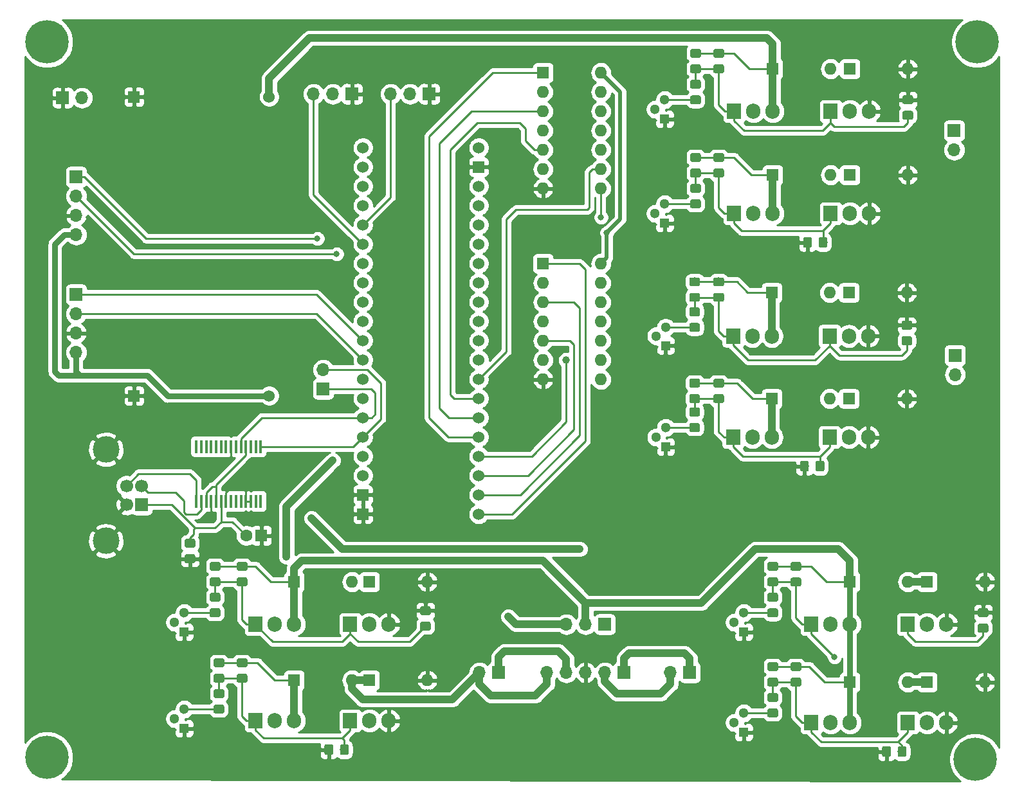
<source format=gbr>
G04 #@! TF.GenerationSoftware,KiCad,Pcbnew,(5.1.0)-1*
G04 #@! TF.CreationDate,2019-04-05T22:30:35+02:00*
G04 #@! TF.ProjectId,Motor_driver_pcb,4d6f746f-725f-4647-9269-7665725f7063,rev?*
G04 #@! TF.SameCoordinates,PX292dfe0PYc1c960*
G04 #@! TF.FileFunction,Copper,L1,Top*
G04 #@! TF.FilePolarity,Positive*
%FSLAX46Y46*%
G04 Gerber Fmt 4.6, Leading zero omitted, Abs format (unit mm)*
G04 Created by KiCad (PCBNEW (5.1.0)-1) date 2019-04-05 22:30:35*
%MOMM*%
%LPD*%
G04 APERTURE LIST*
%ADD10C,5.700000*%
%ADD11R,1.524000X1.524000*%
%ADD12C,1.524000*%
%ADD13R,1.600000X1.600000*%
%ADD14O,1.600000X1.600000*%
%ADD15R,1.700000X1.700000*%
%ADD16C,1.700000*%
%ADD17C,3.500000*%
%ADD18O,1.700000X1.700000*%
%ADD19R,1.300000X1.300000*%
%ADD20C,1.300000*%
%ADD21R,1.905000X2.000000*%
%ADD22O,1.905000X2.000000*%
%ADD23C,0.100000*%
%ADD24C,1.150000*%
%ADD25R,0.450000X1.750000*%
%ADD26C,1.600000*%
%ADD27C,0.800000*%
%ADD28C,1.000000*%
%ADD29C,0.250000*%
%ADD30C,1.000000*%
%ADD31C,0.500000*%
%ADD32C,0.750000*%
%ADD33C,0.254000*%
G04 APERTURE END LIST*
D10*
X3556000Y-97790000D03*
X125730000Y-98044000D03*
X3556000Y-3556000D03*
X125984000Y-3556000D03*
D11*
X45110400Y-65760600D03*
X45110400Y-63220600D03*
D12*
X45110400Y-60680600D03*
X45110400Y-58140600D03*
X45110400Y-55600600D03*
X45110400Y-53060600D03*
X45110400Y-50520600D03*
X45110400Y-47980600D03*
X45110400Y-45440600D03*
X45110400Y-42900600D03*
X45110400Y-40360600D03*
X45110400Y-37820600D03*
X45110400Y-35280600D03*
X45110400Y-32740600D03*
X45110400Y-30200600D03*
X45110400Y-27660600D03*
X45110400Y-25120600D03*
X45110400Y-22580600D03*
X45110400Y-20040600D03*
X45110400Y-17500600D03*
X60350400Y-17500600D03*
D11*
X60350400Y-20040600D03*
D12*
X60350400Y-22580600D03*
X60350400Y-25120600D03*
X60350400Y-27660600D03*
X60350400Y-30200600D03*
X60350400Y-32740600D03*
X60350400Y-35280600D03*
X60350400Y-37820600D03*
X60350400Y-40360600D03*
X60350400Y-42900600D03*
X60350400Y-45440600D03*
X60350400Y-47980600D03*
X60350400Y-50520600D03*
X60350400Y-53060600D03*
X60350400Y-55600600D03*
X60350400Y-58140600D03*
X60350400Y-60680600D03*
X60350400Y-63220600D03*
X60350400Y-65760600D03*
D13*
X68834000Y-7620000D03*
D14*
X76454000Y-22860000D03*
X68834000Y-10160000D03*
X76454000Y-20320000D03*
X68834000Y-12700000D03*
X76454000Y-17780000D03*
X68834000Y-15240000D03*
X76454000Y-15240000D03*
X68834000Y-17780000D03*
X76454000Y-12700000D03*
X68834000Y-20320000D03*
X76454000Y-10160000D03*
X68834000Y-22860000D03*
X76454000Y-7620000D03*
D13*
X99060000Y-7112000D03*
D14*
X106680000Y-7112000D03*
X116840000Y-7112000D03*
D13*
X109220000Y-7112000D03*
X99060000Y-21082000D03*
D14*
X106680000Y-21082000D03*
X116840000Y-21082000D03*
D13*
X109220000Y-21082000D03*
D14*
X106553000Y-36576000D03*
D13*
X98933000Y-36576000D03*
X109093000Y-36576000D03*
D14*
X116713000Y-36576000D03*
X106553000Y-50546000D03*
D13*
X98933000Y-50546000D03*
X109093000Y-50546000D03*
D14*
X116713000Y-50546000D03*
X116840000Y-74676000D03*
D13*
X109220000Y-74676000D03*
X119380000Y-74676000D03*
D14*
X127000000Y-74676000D03*
D13*
X109220000Y-87884000D03*
D14*
X116840000Y-87884000D03*
X127000000Y-87884000D03*
D13*
X119380000Y-87884000D03*
X36068000Y-74676000D03*
D14*
X43688000Y-74676000D03*
X53594000Y-74676000D03*
D13*
X45974000Y-74676000D03*
X36068000Y-87630000D03*
D14*
X43688000Y-87630000D03*
X53594000Y-87630000D03*
D13*
X45974000Y-87630000D03*
D15*
X16002000Y-64516000D03*
D16*
X16002000Y-62016000D03*
X14002000Y-62016000D03*
X14002000Y-64516000D03*
D17*
X11292000Y-69286000D03*
X11292000Y-57246000D03*
D15*
X5588000Y-10922000D03*
D18*
X8128000Y-10922000D03*
D15*
X53848000Y-10414000D03*
D18*
X51308000Y-10414000D03*
X48768000Y-10414000D03*
X38608000Y-10414000D03*
X41148000Y-10414000D03*
D15*
X43688000Y-10414000D03*
X7366000Y-36830000D03*
D18*
X7366000Y-39370000D03*
X7366000Y-41910000D03*
X7366000Y-44450000D03*
X7366000Y-28956000D03*
X7366000Y-26416000D03*
X7366000Y-23876000D03*
D15*
X7366000Y-21336000D03*
D18*
X60452000Y-86614000D03*
D15*
X62992000Y-86614000D03*
X122936000Y-15240000D03*
D18*
X122936000Y-17780000D03*
X123063000Y-47371000D03*
D15*
X123063000Y-44831000D03*
X88138000Y-86614000D03*
D18*
X85598000Y-86614000D03*
D15*
X79502000Y-86614000D03*
D18*
X76962000Y-86614000D03*
X74422000Y-86614000D03*
X71882000Y-86614000D03*
X69342000Y-86614000D03*
D15*
X76962000Y-80264000D03*
D18*
X74422000Y-80264000D03*
X71882000Y-80264000D03*
D19*
X84836000Y-13716000D03*
D20*
X84836000Y-11176000D03*
X83566000Y-12446000D03*
D21*
X93980000Y-12700000D03*
D22*
X96520000Y-12700000D03*
X99060000Y-12700000D03*
X111760000Y-12700000D03*
X109220000Y-12700000D03*
D21*
X106680000Y-12700000D03*
D22*
X99060000Y-26162000D03*
X96520000Y-26162000D03*
D21*
X93980000Y-26162000D03*
D22*
X111760000Y-26162000D03*
X109220000Y-26162000D03*
D21*
X106680000Y-26162000D03*
D20*
X83566000Y-26162000D03*
X84836000Y-24892000D03*
D19*
X84836000Y-27432000D03*
X84963000Y-43561000D03*
D20*
X84963000Y-41166000D03*
X83693000Y-42291000D03*
D22*
X98933000Y-42291000D03*
X96393000Y-42291000D03*
D21*
X93853000Y-42291000D03*
X106553000Y-42291000D03*
D22*
X109093000Y-42291000D03*
X111633000Y-42291000D03*
D21*
X93853000Y-55626000D03*
D22*
X96393000Y-55626000D03*
X98933000Y-55626000D03*
D21*
X106553000Y-55626000D03*
D22*
X109093000Y-55626000D03*
X111633000Y-55626000D03*
D20*
X83693000Y-55626000D03*
X84963000Y-54356000D03*
D19*
X84963000Y-56896000D03*
D20*
X93980000Y-80010000D03*
X95250000Y-78740000D03*
D19*
X95250000Y-81280000D03*
D22*
X109220000Y-80264000D03*
X106680000Y-80264000D03*
D21*
X104140000Y-80264000D03*
X116840000Y-80264000D03*
D22*
X119380000Y-80264000D03*
X121920000Y-80264000D03*
D21*
X104140000Y-93218000D03*
D22*
X106680000Y-93218000D03*
X109220000Y-93218000D03*
X121920000Y-93218000D03*
X119380000Y-93218000D03*
D21*
X116840000Y-93218000D03*
D20*
X93980000Y-93218000D03*
X95250000Y-91948000D03*
D19*
X95250000Y-94488000D03*
X21590000Y-81280000D03*
D20*
X21590000Y-78740000D03*
X20320000Y-80010000D03*
D22*
X36068000Y-80264000D03*
X33528000Y-80264000D03*
D21*
X30988000Y-80264000D03*
X43434000Y-80264000D03*
D22*
X45974000Y-80264000D03*
X48514000Y-80264000D03*
D21*
X30988000Y-92964000D03*
D22*
X33528000Y-92964000D03*
X36068000Y-92964000D03*
X48514000Y-92964000D03*
X45974000Y-92964000D03*
D21*
X43434000Y-92964000D03*
D19*
X21590000Y-93980000D03*
D20*
X21590000Y-91440000D03*
X20320000Y-92710000D03*
D23*
G36*
X89374505Y-4488204D02*
G01*
X89398773Y-4491804D01*
X89422572Y-4497765D01*
X89445671Y-4506030D01*
X89467850Y-4516520D01*
X89488893Y-4529132D01*
X89508599Y-4543747D01*
X89526777Y-4560223D01*
X89543253Y-4578401D01*
X89557868Y-4598107D01*
X89570480Y-4619150D01*
X89580970Y-4641329D01*
X89589235Y-4664428D01*
X89595196Y-4688227D01*
X89598796Y-4712495D01*
X89600000Y-4736999D01*
X89600000Y-5387001D01*
X89598796Y-5411505D01*
X89595196Y-5435773D01*
X89589235Y-5459572D01*
X89580970Y-5482671D01*
X89570480Y-5504850D01*
X89557868Y-5525893D01*
X89543253Y-5545599D01*
X89526777Y-5563777D01*
X89508599Y-5580253D01*
X89488893Y-5594868D01*
X89467850Y-5607480D01*
X89445671Y-5617970D01*
X89422572Y-5626235D01*
X89398773Y-5632196D01*
X89374505Y-5635796D01*
X89350001Y-5637000D01*
X88449999Y-5637000D01*
X88425495Y-5635796D01*
X88401227Y-5632196D01*
X88377428Y-5626235D01*
X88354329Y-5617970D01*
X88332150Y-5607480D01*
X88311107Y-5594868D01*
X88291401Y-5580253D01*
X88273223Y-5563777D01*
X88256747Y-5545599D01*
X88242132Y-5525893D01*
X88229520Y-5504850D01*
X88219030Y-5482671D01*
X88210765Y-5459572D01*
X88204804Y-5435773D01*
X88201204Y-5411505D01*
X88200000Y-5387001D01*
X88200000Y-4736999D01*
X88201204Y-4712495D01*
X88204804Y-4688227D01*
X88210765Y-4664428D01*
X88219030Y-4641329D01*
X88229520Y-4619150D01*
X88242132Y-4598107D01*
X88256747Y-4578401D01*
X88273223Y-4560223D01*
X88291401Y-4543747D01*
X88311107Y-4529132D01*
X88332150Y-4516520D01*
X88354329Y-4506030D01*
X88377428Y-4497765D01*
X88401227Y-4491804D01*
X88425495Y-4488204D01*
X88449999Y-4487000D01*
X89350001Y-4487000D01*
X89374505Y-4488204D01*
X89374505Y-4488204D01*
G37*
D24*
X88900000Y-5062000D03*
D23*
G36*
X89374505Y-6538204D02*
G01*
X89398773Y-6541804D01*
X89422572Y-6547765D01*
X89445671Y-6556030D01*
X89467850Y-6566520D01*
X89488893Y-6579132D01*
X89508599Y-6593747D01*
X89526777Y-6610223D01*
X89543253Y-6628401D01*
X89557868Y-6648107D01*
X89570480Y-6669150D01*
X89580970Y-6691329D01*
X89589235Y-6714428D01*
X89595196Y-6738227D01*
X89598796Y-6762495D01*
X89600000Y-6786999D01*
X89600000Y-7437001D01*
X89598796Y-7461505D01*
X89595196Y-7485773D01*
X89589235Y-7509572D01*
X89580970Y-7532671D01*
X89570480Y-7554850D01*
X89557868Y-7575893D01*
X89543253Y-7595599D01*
X89526777Y-7613777D01*
X89508599Y-7630253D01*
X89488893Y-7644868D01*
X89467850Y-7657480D01*
X89445671Y-7667970D01*
X89422572Y-7676235D01*
X89398773Y-7682196D01*
X89374505Y-7685796D01*
X89350001Y-7687000D01*
X88449999Y-7687000D01*
X88425495Y-7685796D01*
X88401227Y-7682196D01*
X88377428Y-7676235D01*
X88354329Y-7667970D01*
X88332150Y-7657480D01*
X88311107Y-7644868D01*
X88291401Y-7630253D01*
X88273223Y-7613777D01*
X88256747Y-7595599D01*
X88242132Y-7575893D01*
X88229520Y-7554850D01*
X88219030Y-7532671D01*
X88210765Y-7509572D01*
X88204804Y-7485773D01*
X88201204Y-7461505D01*
X88200000Y-7437001D01*
X88200000Y-6786999D01*
X88201204Y-6762495D01*
X88204804Y-6738227D01*
X88210765Y-6714428D01*
X88219030Y-6691329D01*
X88229520Y-6669150D01*
X88242132Y-6648107D01*
X88256747Y-6628401D01*
X88273223Y-6610223D01*
X88291401Y-6593747D01*
X88311107Y-6579132D01*
X88332150Y-6566520D01*
X88354329Y-6556030D01*
X88377428Y-6547765D01*
X88401227Y-6541804D01*
X88425495Y-6538204D01*
X88449999Y-6537000D01*
X89350001Y-6537000D01*
X89374505Y-6538204D01*
X89374505Y-6538204D01*
G37*
D24*
X88900000Y-7112000D03*
D23*
G36*
X89374505Y-8570204D02*
G01*
X89398773Y-8573804D01*
X89422572Y-8579765D01*
X89445671Y-8588030D01*
X89467850Y-8598520D01*
X89488893Y-8611132D01*
X89508599Y-8625747D01*
X89526777Y-8642223D01*
X89543253Y-8660401D01*
X89557868Y-8680107D01*
X89570480Y-8701150D01*
X89580970Y-8723329D01*
X89589235Y-8746428D01*
X89595196Y-8770227D01*
X89598796Y-8794495D01*
X89600000Y-8818999D01*
X89600000Y-9469001D01*
X89598796Y-9493505D01*
X89595196Y-9517773D01*
X89589235Y-9541572D01*
X89580970Y-9564671D01*
X89570480Y-9586850D01*
X89557868Y-9607893D01*
X89543253Y-9627599D01*
X89526777Y-9645777D01*
X89508599Y-9662253D01*
X89488893Y-9676868D01*
X89467850Y-9689480D01*
X89445671Y-9699970D01*
X89422572Y-9708235D01*
X89398773Y-9714196D01*
X89374505Y-9717796D01*
X89350001Y-9719000D01*
X88449999Y-9719000D01*
X88425495Y-9717796D01*
X88401227Y-9714196D01*
X88377428Y-9708235D01*
X88354329Y-9699970D01*
X88332150Y-9689480D01*
X88311107Y-9676868D01*
X88291401Y-9662253D01*
X88273223Y-9645777D01*
X88256747Y-9627599D01*
X88242132Y-9607893D01*
X88229520Y-9586850D01*
X88219030Y-9564671D01*
X88210765Y-9541572D01*
X88204804Y-9517773D01*
X88201204Y-9493505D01*
X88200000Y-9469001D01*
X88200000Y-8818999D01*
X88201204Y-8794495D01*
X88204804Y-8770227D01*
X88210765Y-8746428D01*
X88219030Y-8723329D01*
X88229520Y-8701150D01*
X88242132Y-8680107D01*
X88256747Y-8660401D01*
X88273223Y-8642223D01*
X88291401Y-8625747D01*
X88311107Y-8611132D01*
X88332150Y-8598520D01*
X88354329Y-8588030D01*
X88377428Y-8579765D01*
X88401227Y-8573804D01*
X88425495Y-8570204D01*
X88449999Y-8569000D01*
X89350001Y-8569000D01*
X89374505Y-8570204D01*
X89374505Y-8570204D01*
G37*
D24*
X88900000Y-9144000D03*
D23*
G36*
X89374505Y-10620204D02*
G01*
X89398773Y-10623804D01*
X89422572Y-10629765D01*
X89445671Y-10638030D01*
X89467850Y-10648520D01*
X89488893Y-10661132D01*
X89508599Y-10675747D01*
X89526777Y-10692223D01*
X89543253Y-10710401D01*
X89557868Y-10730107D01*
X89570480Y-10751150D01*
X89580970Y-10773329D01*
X89589235Y-10796428D01*
X89595196Y-10820227D01*
X89598796Y-10844495D01*
X89600000Y-10868999D01*
X89600000Y-11519001D01*
X89598796Y-11543505D01*
X89595196Y-11567773D01*
X89589235Y-11591572D01*
X89580970Y-11614671D01*
X89570480Y-11636850D01*
X89557868Y-11657893D01*
X89543253Y-11677599D01*
X89526777Y-11695777D01*
X89508599Y-11712253D01*
X89488893Y-11726868D01*
X89467850Y-11739480D01*
X89445671Y-11749970D01*
X89422572Y-11758235D01*
X89398773Y-11764196D01*
X89374505Y-11767796D01*
X89350001Y-11769000D01*
X88449999Y-11769000D01*
X88425495Y-11767796D01*
X88401227Y-11764196D01*
X88377428Y-11758235D01*
X88354329Y-11749970D01*
X88332150Y-11739480D01*
X88311107Y-11726868D01*
X88291401Y-11712253D01*
X88273223Y-11695777D01*
X88256747Y-11677599D01*
X88242132Y-11657893D01*
X88229520Y-11636850D01*
X88219030Y-11614671D01*
X88210765Y-11591572D01*
X88204804Y-11567773D01*
X88201204Y-11543505D01*
X88200000Y-11519001D01*
X88200000Y-10868999D01*
X88201204Y-10844495D01*
X88204804Y-10820227D01*
X88210765Y-10796428D01*
X88219030Y-10773329D01*
X88229520Y-10751150D01*
X88242132Y-10730107D01*
X88256747Y-10710401D01*
X88273223Y-10692223D01*
X88291401Y-10675747D01*
X88311107Y-10661132D01*
X88332150Y-10648520D01*
X88354329Y-10638030D01*
X88377428Y-10629765D01*
X88401227Y-10623804D01*
X88425495Y-10620204D01*
X88449999Y-10619000D01*
X89350001Y-10619000D01*
X89374505Y-10620204D01*
X89374505Y-10620204D01*
G37*
D24*
X88900000Y-11194000D03*
D23*
G36*
X92422505Y-4488204D02*
G01*
X92446773Y-4491804D01*
X92470572Y-4497765D01*
X92493671Y-4506030D01*
X92515850Y-4516520D01*
X92536893Y-4529132D01*
X92556599Y-4543747D01*
X92574777Y-4560223D01*
X92591253Y-4578401D01*
X92605868Y-4598107D01*
X92618480Y-4619150D01*
X92628970Y-4641329D01*
X92637235Y-4664428D01*
X92643196Y-4688227D01*
X92646796Y-4712495D01*
X92648000Y-4736999D01*
X92648000Y-5387001D01*
X92646796Y-5411505D01*
X92643196Y-5435773D01*
X92637235Y-5459572D01*
X92628970Y-5482671D01*
X92618480Y-5504850D01*
X92605868Y-5525893D01*
X92591253Y-5545599D01*
X92574777Y-5563777D01*
X92556599Y-5580253D01*
X92536893Y-5594868D01*
X92515850Y-5607480D01*
X92493671Y-5617970D01*
X92470572Y-5626235D01*
X92446773Y-5632196D01*
X92422505Y-5635796D01*
X92398001Y-5637000D01*
X91497999Y-5637000D01*
X91473495Y-5635796D01*
X91449227Y-5632196D01*
X91425428Y-5626235D01*
X91402329Y-5617970D01*
X91380150Y-5607480D01*
X91359107Y-5594868D01*
X91339401Y-5580253D01*
X91321223Y-5563777D01*
X91304747Y-5545599D01*
X91290132Y-5525893D01*
X91277520Y-5504850D01*
X91267030Y-5482671D01*
X91258765Y-5459572D01*
X91252804Y-5435773D01*
X91249204Y-5411505D01*
X91248000Y-5387001D01*
X91248000Y-4736999D01*
X91249204Y-4712495D01*
X91252804Y-4688227D01*
X91258765Y-4664428D01*
X91267030Y-4641329D01*
X91277520Y-4619150D01*
X91290132Y-4598107D01*
X91304747Y-4578401D01*
X91321223Y-4560223D01*
X91339401Y-4543747D01*
X91359107Y-4529132D01*
X91380150Y-4516520D01*
X91402329Y-4506030D01*
X91425428Y-4497765D01*
X91449227Y-4491804D01*
X91473495Y-4488204D01*
X91497999Y-4487000D01*
X92398001Y-4487000D01*
X92422505Y-4488204D01*
X92422505Y-4488204D01*
G37*
D24*
X91948000Y-5062000D03*
D23*
G36*
X92422505Y-6538204D02*
G01*
X92446773Y-6541804D01*
X92470572Y-6547765D01*
X92493671Y-6556030D01*
X92515850Y-6566520D01*
X92536893Y-6579132D01*
X92556599Y-6593747D01*
X92574777Y-6610223D01*
X92591253Y-6628401D01*
X92605868Y-6648107D01*
X92618480Y-6669150D01*
X92628970Y-6691329D01*
X92637235Y-6714428D01*
X92643196Y-6738227D01*
X92646796Y-6762495D01*
X92648000Y-6786999D01*
X92648000Y-7437001D01*
X92646796Y-7461505D01*
X92643196Y-7485773D01*
X92637235Y-7509572D01*
X92628970Y-7532671D01*
X92618480Y-7554850D01*
X92605868Y-7575893D01*
X92591253Y-7595599D01*
X92574777Y-7613777D01*
X92556599Y-7630253D01*
X92536893Y-7644868D01*
X92515850Y-7657480D01*
X92493671Y-7667970D01*
X92470572Y-7676235D01*
X92446773Y-7682196D01*
X92422505Y-7685796D01*
X92398001Y-7687000D01*
X91497999Y-7687000D01*
X91473495Y-7685796D01*
X91449227Y-7682196D01*
X91425428Y-7676235D01*
X91402329Y-7667970D01*
X91380150Y-7657480D01*
X91359107Y-7644868D01*
X91339401Y-7630253D01*
X91321223Y-7613777D01*
X91304747Y-7595599D01*
X91290132Y-7575893D01*
X91277520Y-7554850D01*
X91267030Y-7532671D01*
X91258765Y-7509572D01*
X91252804Y-7485773D01*
X91249204Y-7461505D01*
X91248000Y-7437001D01*
X91248000Y-6786999D01*
X91249204Y-6762495D01*
X91252804Y-6738227D01*
X91258765Y-6714428D01*
X91267030Y-6691329D01*
X91277520Y-6669150D01*
X91290132Y-6648107D01*
X91304747Y-6628401D01*
X91321223Y-6610223D01*
X91339401Y-6593747D01*
X91359107Y-6579132D01*
X91380150Y-6566520D01*
X91402329Y-6556030D01*
X91425428Y-6547765D01*
X91449227Y-6541804D01*
X91473495Y-6538204D01*
X91497999Y-6537000D01*
X92398001Y-6537000D01*
X92422505Y-6538204D01*
X92422505Y-6538204D01*
G37*
D24*
X91948000Y-7112000D03*
D23*
G36*
X117314505Y-10602204D02*
G01*
X117338773Y-10605804D01*
X117362572Y-10611765D01*
X117385671Y-10620030D01*
X117407850Y-10630520D01*
X117428893Y-10643132D01*
X117448599Y-10657747D01*
X117466777Y-10674223D01*
X117483253Y-10692401D01*
X117497868Y-10712107D01*
X117510480Y-10733150D01*
X117520970Y-10755329D01*
X117529235Y-10778428D01*
X117535196Y-10802227D01*
X117538796Y-10826495D01*
X117540000Y-10850999D01*
X117540000Y-11501001D01*
X117538796Y-11525505D01*
X117535196Y-11549773D01*
X117529235Y-11573572D01*
X117520970Y-11596671D01*
X117510480Y-11618850D01*
X117497868Y-11639893D01*
X117483253Y-11659599D01*
X117466777Y-11677777D01*
X117448599Y-11694253D01*
X117428893Y-11708868D01*
X117407850Y-11721480D01*
X117385671Y-11731970D01*
X117362572Y-11740235D01*
X117338773Y-11746196D01*
X117314505Y-11749796D01*
X117290001Y-11751000D01*
X116389999Y-11751000D01*
X116365495Y-11749796D01*
X116341227Y-11746196D01*
X116317428Y-11740235D01*
X116294329Y-11731970D01*
X116272150Y-11721480D01*
X116251107Y-11708868D01*
X116231401Y-11694253D01*
X116213223Y-11677777D01*
X116196747Y-11659599D01*
X116182132Y-11639893D01*
X116169520Y-11618850D01*
X116159030Y-11596671D01*
X116150765Y-11573572D01*
X116144804Y-11549773D01*
X116141204Y-11525505D01*
X116140000Y-11501001D01*
X116140000Y-10850999D01*
X116141204Y-10826495D01*
X116144804Y-10802227D01*
X116150765Y-10778428D01*
X116159030Y-10755329D01*
X116169520Y-10733150D01*
X116182132Y-10712107D01*
X116196747Y-10692401D01*
X116213223Y-10674223D01*
X116231401Y-10657747D01*
X116251107Y-10643132D01*
X116272150Y-10630520D01*
X116294329Y-10620030D01*
X116317428Y-10611765D01*
X116341227Y-10605804D01*
X116365495Y-10602204D01*
X116389999Y-10601000D01*
X117290001Y-10601000D01*
X117314505Y-10602204D01*
X117314505Y-10602204D01*
G37*
D24*
X116840000Y-11176000D03*
D23*
G36*
X117314505Y-12652204D02*
G01*
X117338773Y-12655804D01*
X117362572Y-12661765D01*
X117385671Y-12670030D01*
X117407850Y-12680520D01*
X117428893Y-12693132D01*
X117448599Y-12707747D01*
X117466777Y-12724223D01*
X117483253Y-12742401D01*
X117497868Y-12762107D01*
X117510480Y-12783150D01*
X117520970Y-12805329D01*
X117529235Y-12828428D01*
X117535196Y-12852227D01*
X117538796Y-12876495D01*
X117540000Y-12900999D01*
X117540000Y-13551001D01*
X117538796Y-13575505D01*
X117535196Y-13599773D01*
X117529235Y-13623572D01*
X117520970Y-13646671D01*
X117510480Y-13668850D01*
X117497868Y-13689893D01*
X117483253Y-13709599D01*
X117466777Y-13727777D01*
X117448599Y-13744253D01*
X117428893Y-13758868D01*
X117407850Y-13771480D01*
X117385671Y-13781970D01*
X117362572Y-13790235D01*
X117338773Y-13796196D01*
X117314505Y-13799796D01*
X117290001Y-13801000D01*
X116389999Y-13801000D01*
X116365495Y-13799796D01*
X116341227Y-13796196D01*
X116317428Y-13790235D01*
X116294329Y-13781970D01*
X116272150Y-13771480D01*
X116251107Y-13758868D01*
X116231401Y-13744253D01*
X116213223Y-13727777D01*
X116196747Y-13709599D01*
X116182132Y-13689893D01*
X116169520Y-13668850D01*
X116159030Y-13646671D01*
X116150765Y-13623572D01*
X116144804Y-13599773D01*
X116141204Y-13575505D01*
X116140000Y-13551001D01*
X116140000Y-12900999D01*
X116141204Y-12876495D01*
X116144804Y-12852227D01*
X116150765Y-12828428D01*
X116159030Y-12805329D01*
X116169520Y-12783150D01*
X116182132Y-12762107D01*
X116196747Y-12742401D01*
X116213223Y-12724223D01*
X116231401Y-12707747D01*
X116251107Y-12693132D01*
X116272150Y-12680520D01*
X116294329Y-12670030D01*
X116317428Y-12661765D01*
X116341227Y-12655804D01*
X116365495Y-12652204D01*
X116389999Y-12651000D01*
X117290001Y-12651000D01*
X117314505Y-12652204D01*
X117314505Y-12652204D01*
G37*
D24*
X116840000Y-13226000D03*
D23*
G36*
X92422505Y-20254204D02*
G01*
X92446773Y-20257804D01*
X92470572Y-20263765D01*
X92493671Y-20272030D01*
X92515850Y-20282520D01*
X92536893Y-20295132D01*
X92556599Y-20309747D01*
X92574777Y-20326223D01*
X92591253Y-20344401D01*
X92605868Y-20364107D01*
X92618480Y-20385150D01*
X92628970Y-20407329D01*
X92637235Y-20430428D01*
X92643196Y-20454227D01*
X92646796Y-20478495D01*
X92648000Y-20502999D01*
X92648000Y-21153001D01*
X92646796Y-21177505D01*
X92643196Y-21201773D01*
X92637235Y-21225572D01*
X92628970Y-21248671D01*
X92618480Y-21270850D01*
X92605868Y-21291893D01*
X92591253Y-21311599D01*
X92574777Y-21329777D01*
X92556599Y-21346253D01*
X92536893Y-21360868D01*
X92515850Y-21373480D01*
X92493671Y-21383970D01*
X92470572Y-21392235D01*
X92446773Y-21398196D01*
X92422505Y-21401796D01*
X92398001Y-21403000D01*
X91497999Y-21403000D01*
X91473495Y-21401796D01*
X91449227Y-21398196D01*
X91425428Y-21392235D01*
X91402329Y-21383970D01*
X91380150Y-21373480D01*
X91359107Y-21360868D01*
X91339401Y-21346253D01*
X91321223Y-21329777D01*
X91304747Y-21311599D01*
X91290132Y-21291893D01*
X91277520Y-21270850D01*
X91267030Y-21248671D01*
X91258765Y-21225572D01*
X91252804Y-21201773D01*
X91249204Y-21177505D01*
X91248000Y-21153001D01*
X91248000Y-20502999D01*
X91249204Y-20478495D01*
X91252804Y-20454227D01*
X91258765Y-20430428D01*
X91267030Y-20407329D01*
X91277520Y-20385150D01*
X91290132Y-20364107D01*
X91304747Y-20344401D01*
X91321223Y-20326223D01*
X91339401Y-20309747D01*
X91359107Y-20295132D01*
X91380150Y-20282520D01*
X91402329Y-20272030D01*
X91425428Y-20263765D01*
X91449227Y-20257804D01*
X91473495Y-20254204D01*
X91497999Y-20253000D01*
X92398001Y-20253000D01*
X92422505Y-20254204D01*
X92422505Y-20254204D01*
G37*
D24*
X91948000Y-20828000D03*
D23*
G36*
X92422505Y-18204204D02*
G01*
X92446773Y-18207804D01*
X92470572Y-18213765D01*
X92493671Y-18222030D01*
X92515850Y-18232520D01*
X92536893Y-18245132D01*
X92556599Y-18259747D01*
X92574777Y-18276223D01*
X92591253Y-18294401D01*
X92605868Y-18314107D01*
X92618480Y-18335150D01*
X92628970Y-18357329D01*
X92637235Y-18380428D01*
X92643196Y-18404227D01*
X92646796Y-18428495D01*
X92648000Y-18452999D01*
X92648000Y-19103001D01*
X92646796Y-19127505D01*
X92643196Y-19151773D01*
X92637235Y-19175572D01*
X92628970Y-19198671D01*
X92618480Y-19220850D01*
X92605868Y-19241893D01*
X92591253Y-19261599D01*
X92574777Y-19279777D01*
X92556599Y-19296253D01*
X92536893Y-19310868D01*
X92515850Y-19323480D01*
X92493671Y-19333970D01*
X92470572Y-19342235D01*
X92446773Y-19348196D01*
X92422505Y-19351796D01*
X92398001Y-19353000D01*
X91497999Y-19353000D01*
X91473495Y-19351796D01*
X91449227Y-19348196D01*
X91425428Y-19342235D01*
X91402329Y-19333970D01*
X91380150Y-19323480D01*
X91359107Y-19310868D01*
X91339401Y-19296253D01*
X91321223Y-19279777D01*
X91304747Y-19261599D01*
X91290132Y-19241893D01*
X91277520Y-19220850D01*
X91267030Y-19198671D01*
X91258765Y-19175572D01*
X91252804Y-19151773D01*
X91249204Y-19127505D01*
X91248000Y-19103001D01*
X91248000Y-18452999D01*
X91249204Y-18428495D01*
X91252804Y-18404227D01*
X91258765Y-18380428D01*
X91267030Y-18357329D01*
X91277520Y-18335150D01*
X91290132Y-18314107D01*
X91304747Y-18294401D01*
X91321223Y-18276223D01*
X91339401Y-18259747D01*
X91359107Y-18245132D01*
X91380150Y-18232520D01*
X91402329Y-18222030D01*
X91425428Y-18213765D01*
X91449227Y-18207804D01*
X91473495Y-18204204D01*
X91497999Y-18203000D01*
X92398001Y-18203000D01*
X92422505Y-18204204D01*
X92422505Y-18204204D01*
G37*
D24*
X91948000Y-18778000D03*
D23*
G36*
X106031505Y-29273204D02*
G01*
X106055773Y-29276804D01*
X106079572Y-29282765D01*
X106102671Y-29291030D01*
X106124850Y-29301520D01*
X106145893Y-29314132D01*
X106165599Y-29328747D01*
X106183777Y-29345223D01*
X106200253Y-29363401D01*
X106214868Y-29383107D01*
X106227480Y-29404150D01*
X106237970Y-29426329D01*
X106246235Y-29449428D01*
X106252196Y-29473227D01*
X106255796Y-29497495D01*
X106257000Y-29521999D01*
X106257000Y-30422001D01*
X106255796Y-30446505D01*
X106252196Y-30470773D01*
X106246235Y-30494572D01*
X106237970Y-30517671D01*
X106227480Y-30539850D01*
X106214868Y-30560893D01*
X106200253Y-30580599D01*
X106183777Y-30598777D01*
X106165599Y-30615253D01*
X106145893Y-30629868D01*
X106124850Y-30642480D01*
X106102671Y-30652970D01*
X106079572Y-30661235D01*
X106055773Y-30667196D01*
X106031505Y-30670796D01*
X106007001Y-30672000D01*
X105356999Y-30672000D01*
X105332495Y-30670796D01*
X105308227Y-30667196D01*
X105284428Y-30661235D01*
X105261329Y-30652970D01*
X105239150Y-30642480D01*
X105218107Y-30629868D01*
X105198401Y-30615253D01*
X105180223Y-30598777D01*
X105163747Y-30580599D01*
X105149132Y-30560893D01*
X105136520Y-30539850D01*
X105126030Y-30517671D01*
X105117765Y-30494572D01*
X105111804Y-30470773D01*
X105108204Y-30446505D01*
X105107000Y-30422001D01*
X105107000Y-29521999D01*
X105108204Y-29497495D01*
X105111804Y-29473227D01*
X105117765Y-29449428D01*
X105126030Y-29426329D01*
X105136520Y-29404150D01*
X105149132Y-29383107D01*
X105163747Y-29363401D01*
X105180223Y-29345223D01*
X105198401Y-29328747D01*
X105218107Y-29314132D01*
X105239150Y-29301520D01*
X105261329Y-29291030D01*
X105284428Y-29282765D01*
X105308227Y-29276804D01*
X105332495Y-29273204D01*
X105356999Y-29272000D01*
X106007001Y-29272000D01*
X106031505Y-29273204D01*
X106031505Y-29273204D01*
G37*
D24*
X105682000Y-29972000D03*
D23*
G36*
X103981505Y-29273204D02*
G01*
X104005773Y-29276804D01*
X104029572Y-29282765D01*
X104052671Y-29291030D01*
X104074850Y-29301520D01*
X104095893Y-29314132D01*
X104115599Y-29328747D01*
X104133777Y-29345223D01*
X104150253Y-29363401D01*
X104164868Y-29383107D01*
X104177480Y-29404150D01*
X104187970Y-29426329D01*
X104196235Y-29449428D01*
X104202196Y-29473227D01*
X104205796Y-29497495D01*
X104207000Y-29521999D01*
X104207000Y-30422001D01*
X104205796Y-30446505D01*
X104202196Y-30470773D01*
X104196235Y-30494572D01*
X104187970Y-30517671D01*
X104177480Y-30539850D01*
X104164868Y-30560893D01*
X104150253Y-30580599D01*
X104133777Y-30598777D01*
X104115599Y-30615253D01*
X104095893Y-30629868D01*
X104074850Y-30642480D01*
X104052671Y-30652970D01*
X104029572Y-30661235D01*
X104005773Y-30667196D01*
X103981505Y-30670796D01*
X103957001Y-30672000D01*
X103306999Y-30672000D01*
X103282495Y-30670796D01*
X103258227Y-30667196D01*
X103234428Y-30661235D01*
X103211329Y-30652970D01*
X103189150Y-30642480D01*
X103168107Y-30629868D01*
X103148401Y-30615253D01*
X103130223Y-30598777D01*
X103113747Y-30580599D01*
X103099132Y-30560893D01*
X103086520Y-30539850D01*
X103076030Y-30517671D01*
X103067765Y-30494572D01*
X103061804Y-30470773D01*
X103058204Y-30446505D01*
X103057000Y-30422001D01*
X103057000Y-29521999D01*
X103058204Y-29497495D01*
X103061804Y-29473227D01*
X103067765Y-29449428D01*
X103076030Y-29426329D01*
X103086520Y-29404150D01*
X103099132Y-29383107D01*
X103113747Y-29363401D01*
X103130223Y-29345223D01*
X103148401Y-29328747D01*
X103168107Y-29314132D01*
X103189150Y-29301520D01*
X103211329Y-29291030D01*
X103234428Y-29282765D01*
X103258227Y-29276804D01*
X103282495Y-29273204D01*
X103306999Y-29272000D01*
X103957001Y-29272000D01*
X103981505Y-29273204D01*
X103981505Y-29273204D01*
G37*
D24*
X103632000Y-29972000D03*
D23*
G36*
X89374505Y-18213204D02*
G01*
X89398773Y-18216804D01*
X89422572Y-18222765D01*
X89445671Y-18231030D01*
X89467850Y-18241520D01*
X89488893Y-18254132D01*
X89508599Y-18268747D01*
X89526777Y-18285223D01*
X89543253Y-18303401D01*
X89557868Y-18323107D01*
X89570480Y-18344150D01*
X89580970Y-18366329D01*
X89589235Y-18389428D01*
X89595196Y-18413227D01*
X89598796Y-18437495D01*
X89600000Y-18461999D01*
X89600000Y-19112001D01*
X89598796Y-19136505D01*
X89595196Y-19160773D01*
X89589235Y-19184572D01*
X89580970Y-19207671D01*
X89570480Y-19229850D01*
X89557868Y-19250893D01*
X89543253Y-19270599D01*
X89526777Y-19288777D01*
X89508599Y-19305253D01*
X89488893Y-19319868D01*
X89467850Y-19332480D01*
X89445671Y-19342970D01*
X89422572Y-19351235D01*
X89398773Y-19357196D01*
X89374505Y-19360796D01*
X89350001Y-19362000D01*
X88449999Y-19362000D01*
X88425495Y-19360796D01*
X88401227Y-19357196D01*
X88377428Y-19351235D01*
X88354329Y-19342970D01*
X88332150Y-19332480D01*
X88311107Y-19319868D01*
X88291401Y-19305253D01*
X88273223Y-19288777D01*
X88256747Y-19270599D01*
X88242132Y-19250893D01*
X88229520Y-19229850D01*
X88219030Y-19207671D01*
X88210765Y-19184572D01*
X88204804Y-19160773D01*
X88201204Y-19136505D01*
X88200000Y-19112001D01*
X88200000Y-18461999D01*
X88201204Y-18437495D01*
X88204804Y-18413227D01*
X88210765Y-18389428D01*
X88219030Y-18366329D01*
X88229520Y-18344150D01*
X88242132Y-18323107D01*
X88256747Y-18303401D01*
X88273223Y-18285223D01*
X88291401Y-18268747D01*
X88311107Y-18254132D01*
X88332150Y-18241520D01*
X88354329Y-18231030D01*
X88377428Y-18222765D01*
X88401227Y-18216804D01*
X88425495Y-18213204D01*
X88449999Y-18212000D01*
X89350001Y-18212000D01*
X89374505Y-18213204D01*
X89374505Y-18213204D01*
G37*
D24*
X88900000Y-18787000D03*
D23*
G36*
X89374505Y-20263204D02*
G01*
X89398773Y-20266804D01*
X89422572Y-20272765D01*
X89445671Y-20281030D01*
X89467850Y-20291520D01*
X89488893Y-20304132D01*
X89508599Y-20318747D01*
X89526777Y-20335223D01*
X89543253Y-20353401D01*
X89557868Y-20373107D01*
X89570480Y-20394150D01*
X89580970Y-20416329D01*
X89589235Y-20439428D01*
X89595196Y-20463227D01*
X89598796Y-20487495D01*
X89600000Y-20511999D01*
X89600000Y-21162001D01*
X89598796Y-21186505D01*
X89595196Y-21210773D01*
X89589235Y-21234572D01*
X89580970Y-21257671D01*
X89570480Y-21279850D01*
X89557868Y-21300893D01*
X89543253Y-21320599D01*
X89526777Y-21338777D01*
X89508599Y-21355253D01*
X89488893Y-21369868D01*
X89467850Y-21382480D01*
X89445671Y-21392970D01*
X89422572Y-21401235D01*
X89398773Y-21407196D01*
X89374505Y-21410796D01*
X89350001Y-21412000D01*
X88449999Y-21412000D01*
X88425495Y-21410796D01*
X88401227Y-21407196D01*
X88377428Y-21401235D01*
X88354329Y-21392970D01*
X88332150Y-21382480D01*
X88311107Y-21369868D01*
X88291401Y-21355253D01*
X88273223Y-21338777D01*
X88256747Y-21320599D01*
X88242132Y-21300893D01*
X88229520Y-21279850D01*
X88219030Y-21257671D01*
X88210765Y-21234572D01*
X88204804Y-21210773D01*
X88201204Y-21186505D01*
X88200000Y-21162001D01*
X88200000Y-20511999D01*
X88201204Y-20487495D01*
X88204804Y-20463227D01*
X88210765Y-20439428D01*
X88219030Y-20416329D01*
X88229520Y-20394150D01*
X88242132Y-20373107D01*
X88256747Y-20353401D01*
X88273223Y-20335223D01*
X88291401Y-20318747D01*
X88311107Y-20304132D01*
X88332150Y-20291520D01*
X88354329Y-20281030D01*
X88377428Y-20272765D01*
X88401227Y-20266804D01*
X88425495Y-20263204D01*
X88449999Y-20262000D01*
X89350001Y-20262000D01*
X89374505Y-20263204D01*
X89374505Y-20263204D01*
G37*
D24*
X88900000Y-20837000D03*
D23*
G36*
X89374505Y-24318204D02*
G01*
X89398773Y-24321804D01*
X89422572Y-24327765D01*
X89445671Y-24336030D01*
X89467850Y-24346520D01*
X89488893Y-24359132D01*
X89508599Y-24373747D01*
X89526777Y-24390223D01*
X89543253Y-24408401D01*
X89557868Y-24428107D01*
X89570480Y-24449150D01*
X89580970Y-24471329D01*
X89589235Y-24494428D01*
X89595196Y-24518227D01*
X89598796Y-24542495D01*
X89600000Y-24566999D01*
X89600000Y-25217001D01*
X89598796Y-25241505D01*
X89595196Y-25265773D01*
X89589235Y-25289572D01*
X89580970Y-25312671D01*
X89570480Y-25334850D01*
X89557868Y-25355893D01*
X89543253Y-25375599D01*
X89526777Y-25393777D01*
X89508599Y-25410253D01*
X89488893Y-25424868D01*
X89467850Y-25437480D01*
X89445671Y-25447970D01*
X89422572Y-25456235D01*
X89398773Y-25462196D01*
X89374505Y-25465796D01*
X89350001Y-25467000D01*
X88449999Y-25467000D01*
X88425495Y-25465796D01*
X88401227Y-25462196D01*
X88377428Y-25456235D01*
X88354329Y-25447970D01*
X88332150Y-25437480D01*
X88311107Y-25424868D01*
X88291401Y-25410253D01*
X88273223Y-25393777D01*
X88256747Y-25375599D01*
X88242132Y-25355893D01*
X88229520Y-25334850D01*
X88219030Y-25312671D01*
X88210765Y-25289572D01*
X88204804Y-25265773D01*
X88201204Y-25241505D01*
X88200000Y-25217001D01*
X88200000Y-24566999D01*
X88201204Y-24542495D01*
X88204804Y-24518227D01*
X88210765Y-24494428D01*
X88219030Y-24471329D01*
X88229520Y-24449150D01*
X88242132Y-24428107D01*
X88256747Y-24408401D01*
X88273223Y-24390223D01*
X88291401Y-24373747D01*
X88311107Y-24359132D01*
X88332150Y-24346520D01*
X88354329Y-24336030D01*
X88377428Y-24327765D01*
X88401227Y-24321804D01*
X88425495Y-24318204D01*
X88449999Y-24317000D01*
X89350001Y-24317000D01*
X89374505Y-24318204D01*
X89374505Y-24318204D01*
G37*
D24*
X88900000Y-24892000D03*
D23*
G36*
X89374505Y-22268204D02*
G01*
X89398773Y-22271804D01*
X89422572Y-22277765D01*
X89445671Y-22286030D01*
X89467850Y-22296520D01*
X89488893Y-22309132D01*
X89508599Y-22323747D01*
X89526777Y-22340223D01*
X89543253Y-22358401D01*
X89557868Y-22378107D01*
X89570480Y-22399150D01*
X89580970Y-22421329D01*
X89589235Y-22444428D01*
X89595196Y-22468227D01*
X89598796Y-22492495D01*
X89600000Y-22516999D01*
X89600000Y-23167001D01*
X89598796Y-23191505D01*
X89595196Y-23215773D01*
X89589235Y-23239572D01*
X89580970Y-23262671D01*
X89570480Y-23284850D01*
X89557868Y-23305893D01*
X89543253Y-23325599D01*
X89526777Y-23343777D01*
X89508599Y-23360253D01*
X89488893Y-23374868D01*
X89467850Y-23387480D01*
X89445671Y-23397970D01*
X89422572Y-23406235D01*
X89398773Y-23412196D01*
X89374505Y-23415796D01*
X89350001Y-23417000D01*
X88449999Y-23417000D01*
X88425495Y-23415796D01*
X88401227Y-23412196D01*
X88377428Y-23406235D01*
X88354329Y-23397970D01*
X88332150Y-23387480D01*
X88311107Y-23374868D01*
X88291401Y-23360253D01*
X88273223Y-23343777D01*
X88256747Y-23325599D01*
X88242132Y-23305893D01*
X88229520Y-23284850D01*
X88219030Y-23262671D01*
X88210765Y-23239572D01*
X88204804Y-23215773D01*
X88201204Y-23191505D01*
X88200000Y-23167001D01*
X88200000Y-22516999D01*
X88201204Y-22492495D01*
X88204804Y-22468227D01*
X88210765Y-22444428D01*
X88219030Y-22421329D01*
X88229520Y-22399150D01*
X88242132Y-22378107D01*
X88256747Y-22358401D01*
X88273223Y-22340223D01*
X88291401Y-22323747D01*
X88311107Y-22309132D01*
X88332150Y-22296520D01*
X88354329Y-22286030D01*
X88377428Y-22277765D01*
X88401227Y-22271804D01*
X88425495Y-22268204D01*
X88449999Y-22267000D01*
X89350001Y-22267000D01*
X89374505Y-22268204D01*
X89374505Y-22268204D01*
G37*
D24*
X88900000Y-22842000D03*
D23*
G36*
X89247505Y-34587204D02*
G01*
X89271773Y-34590804D01*
X89295572Y-34596765D01*
X89318671Y-34605030D01*
X89340850Y-34615520D01*
X89361893Y-34628132D01*
X89381599Y-34642747D01*
X89399777Y-34659223D01*
X89416253Y-34677401D01*
X89430868Y-34697107D01*
X89443480Y-34718150D01*
X89453970Y-34740329D01*
X89462235Y-34763428D01*
X89468196Y-34787227D01*
X89471796Y-34811495D01*
X89473000Y-34835999D01*
X89473000Y-35486001D01*
X89471796Y-35510505D01*
X89468196Y-35534773D01*
X89462235Y-35558572D01*
X89453970Y-35581671D01*
X89443480Y-35603850D01*
X89430868Y-35624893D01*
X89416253Y-35644599D01*
X89399777Y-35662777D01*
X89381599Y-35679253D01*
X89361893Y-35693868D01*
X89340850Y-35706480D01*
X89318671Y-35716970D01*
X89295572Y-35725235D01*
X89271773Y-35731196D01*
X89247505Y-35734796D01*
X89223001Y-35736000D01*
X88322999Y-35736000D01*
X88298495Y-35734796D01*
X88274227Y-35731196D01*
X88250428Y-35725235D01*
X88227329Y-35716970D01*
X88205150Y-35706480D01*
X88184107Y-35693868D01*
X88164401Y-35679253D01*
X88146223Y-35662777D01*
X88129747Y-35644599D01*
X88115132Y-35624893D01*
X88102520Y-35603850D01*
X88092030Y-35581671D01*
X88083765Y-35558572D01*
X88077804Y-35534773D01*
X88074204Y-35510505D01*
X88073000Y-35486001D01*
X88073000Y-34835999D01*
X88074204Y-34811495D01*
X88077804Y-34787227D01*
X88083765Y-34763428D01*
X88092030Y-34740329D01*
X88102520Y-34718150D01*
X88115132Y-34697107D01*
X88129747Y-34677401D01*
X88146223Y-34659223D01*
X88164401Y-34642747D01*
X88184107Y-34628132D01*
X88205150Y-34615520D01*
X88227329Y-34605030D01*
X88250428Y-34596765D01*
X88274227Y-34590804D01*
X88298495Y-34587204D01*
X88322999Y-34586000D01*
X89223001Y-34586000D01*
X89247505Y-34587204D01*
X89247505Y-34587204D01*
G37*
D24*
X88773000Y-35161000D03*
D23*
G36*
X89247505Y-36637204D02*
G01*
X89271773Y-36640804D01*
X89295572Y-36646765D01*
X89318671Y-36655030D01*
X89340850Y-36665520D01*
X89361893Y-36678132D01*
X89381599Y-36692747D01*
X89399777Y-36709223D01*
X89416253Y-36727401D01*
X89430868Y-36747107D01*
X89443480Y-36768150D01*
X89453970Y-36790329D01*
X89462235Y-36813428D01*
X89468196Y-36837227D01*
X89471796Y-36861495D01*
X89473000Y-36885999D01*
X89473000Y-37536001D01*
X89471796Y-37560505D01*
X89468196Y-37584773D01*
X89462235Y-37608572D01*
X89453970Y-37631671D01*
X89443480Y-37653850D01*
X89430868Y-37674893D01*
X89416253Y-37694599D01*
X89399777Y-37712777D01*
X89381599Y-37729253D01*
X89361893Y-37743868D01*
X89340850Y-37756480D01*
X89318671Y-37766970D01*
X89295572Y-37775235D01*
X89271773Y-37781196D01*
X89247505Y-37784796D01*
X89223001Y-37786000D01*
X88322999Y-37786000D01*
X88298495Y-37784796D01*
X88274227Y-37781196D01*
X88250428Y-37775235D01*
X88227329Y-37766970D01*
X88205150Y-37756480D01*
X88184107Y-37743868D01*
X88164401Y-37729253D01*
X88146223Y-37712777D01*
X88129747Y-37694599D01*
X88115132Y-37674893D01*
X88102520Y-37653850D01*
X88092030Y-37631671D01*
X88083765Y-37608572D01*
X88077804Y-37584773D01*
X88074204Y-37560505D01*
X88073000Y-37536001D01*
X88073000Y-36885999D01*
X88074204Y-36861495D01*
X88077804Y-36837227D01*
X88083765Y-36813428D01*
X88092030Y-36790329D01*
X88102520Y-36768150D01*
X88115132Y-36747107D01*
X88129747Y-36727401D01*
X88146223Y-36709223D01*
X88164401Y-36692747D01*
X88184107Y-36678132D01*
X88205150Y-36665520D01*
X88227329Y-36655030D01*
X88250428Y-36646765D01*
X88274227Y-36640804D01*
X88298495Y-36637204D01*
X88322999Y-36636000D01*
X89223001Y-36636000D01*
X89247505Y-36637204D01*
X89247505Y-36637204D01*
G37*
D24*
X88773000Y-37211000D03*
D23*
G36*
X89247505Y-40592204D02*
G01*
X89271773Y-40595804D01*
X89295572Y-40601765D01*
X89318671Y-40610030D01*
X89340850Y-40620520D01*
X89361893Y-40633132D01*
X89381599Y-40647747D01*
X89399777Y-40664223D01*
X89416253Y-40682401D01*
X89430868Y-40702107D01*
X89443480Y-40723150D01*
X89453970Y-40745329D01*
X89462235Y-40768428D01*
X89468196Y-40792227D01*
X89471796Y-40816495D01*
X89473000Y-40840999D01*
X89473000Y-41491001D01*
X89471796Y-41515505D01*
X89468196Y-41539773D01*
X89462235Y-41563572D01*
X89453970Y-41586671D01*
X89443480Y-41608850D01*
X89430868Y-41629893D01*
X89416253Y-41649599D01*
X89399777Y-41667777D01*
X89381599Y-41684253D01*
X89361893Y-41698868D01*
X89340850Y-41711480D01*
X89318671Y-41721970D01*
X89295572Y-41730235D01*
X89271773Y-41736196D01*
X89247505Y-41739796D01*
X89223001Y-41741000D01*
X88322999Y-41741000D01*
X88298495Y-41739796D01*
X88274227Y-41736196D01*
X88250428Y-41730235D01*
X88227329Y-41721970D01*
X88205150Y-41711480D01*
X88184107Y-41698868D01*
X88164401Y-41684253D01*
X88146223Y-41667777D01*
X88129747Y-41649599D01*
X88115132Y-41629893D01*
X88102520Y-41608850D01*
X88092030Y-41586671D01*
X88083765Y-41563572D01*
X88077804Y-41539773D01*
X88074204Y-41515505D01*
X88073000Y-41491001D01*
X88073000Y-40840999D01*
X88074204Y-40816495D01*
X88077804Y-40792227D01*
X88083765Y-40768428D01*
X88092030Y-40745329D01*
X88102520Y-40723150D01*
X88115132Y-40702107D01*
X88129747Y-40682401D01*
X88146223Y-40664223D01*
X88164401Y-40647747D01*
X88184107Y-40633132D01*
X88205150Y-40620520D01*
X88227329Y-40610030D01*
X88250428Y-40601765D01*
X88274227Y-40595804D01*
X88298495Y-40592204D01*
X88322999Y-40591000D01*
X89223001Y-40591000D01*
X89247505Y-40592204D01*
X89247505Y-40592204D01*
G37*
D24*
X88773000Y-41166000D03*
D23*
G36*
X89247505Y-38542204D02*
G01*
X89271773Y-38545804D01*
X89295572Y-38551765D01*
X89318671Y-38560030D01*
X89340850Y-38570520D01*
X89361893Y-38583132D01*
X89381599Y-38597747D01*
X89399777Y-38614223D01*
X89416253Y-38632401D01*
X89430868Y-38652107D01*
X89443480Y-38673150D01*
X89453970Y-38695329D01*
X89462235Y-38718428D01*
X89468196Y-38742227D01*
X89471796Y-38766495D01*
X89473000Y-38790999D01*
X89473000Y-39441001D01*
X89471796Y-39465505D01*
X89468196Y-39489773D01*
X89462235Y-39513572D01*
X89453970Y-39536671D01*
X89443480Y-39558850D01*
X89430868Y-39579893D01*
X89416253Y-39599599D01*
X89399777Y-39617777D01*
X89381599Y-39634253D01*
X89361893Y-39648868D01*
X89340850Y-39661480D01*
X89318671Y-39671970D01*
X89295572Y-39680235D01*
X89271773Y-39686196D01*
X89247505Y-39689796D01*
X89223001Y-39691000D01*
X88322999Y-39691000D01*
X88298495Y-39689796D01*
X88274227Y-39686196D01*
X88250428Y-39680235D01*
X88227329Y-39671970D01*
X88205150Y-39661480D01*
X88184107Y-39648868D01*
X88164401Y-39634253D01*
X88146223Y-39617777D01*
X88129747Y-39599599D01*
X88115132Y-39579893D01*
X88102520Y-39558850D01*
X88092030Y-39536671D01*
X88083765Y-39513572D01*
X88077804Y-39489773D01*
X88074204Y-39465505D01*
X88073000Y-39441001D01*
X88073000Y-38790999D01*
X88074204Y-38766495D01*
X88077804Y-38742227D01*
X88083765Y-38718428D01*
X88092030Y-38695329D01*
X88102520Y-38673150D01*
X88115132Y-38652107D01*
X88129747Y-38632401D01*
X88146223Y-38614223D01*
X88164401Y-38597747D01*
X88184107Y-38583132D01*
X88205150Y-38570520D01*
X88227329Y-38560030D01*
X88250428Y-38551765D01*
X88274227Y-38545804D01*
X88298495Y-38542204D01*
X88322999Y-38541000D01*
X89223001Y-38541000D01*
X89247505Y-38542204D01*
X89247505Y-38542204D01*
G37*
D24*
X88773000Y-39116000D03*
D23*
G36*
X92422505Y-34587204D02*
G01*
X92446773Y-34590804D01*
X92470572Y-34596765D01*
X92493671Y-34605030D01*
X92515850Y-34615520D01*
X92536893Y-34628132D01*
X92556599Y-34642747D01*
X92574777Y-34659223D01*
X92591253Y-34677401D01*
X92605868Y-34697107D01*
X92618480Y-34718150D01*
X92628970Y-34740329D01*
X92637235Y-34763428D01*
X92643196Y-34787227D01*
X92646796Y-34811495D01*
X92648000Y-34835999D01*
X92648000Y-35486001D01*
X92646796Y-35510505D01*
X92643196Y-35534773D01*
X92637235Y-35558572D01*
X92628970Y-35581671D01*
X92618480Y-35603850D01*
X92605868Y-35624893D01*
X92591253Y-35644599D01*
X92574777Y-35662777D01*
X92556599Y-35679253D01*
X92536893Y-35693868D01*
X92515850Y-35706480D01*
X92493671Y-35716970D01*
X92470572Y-35725235D01*
X92446773Y-35731196D01*
X92422505Y-35734796D01*
X92398001Y-35736000D01*
X91497999Y-35736000D01*
X91473495Y-35734796D01*
X91449227Y-35731196D01*
X91425428Y-35725235D01*
X91402329Y-35716970D01*
X91380150Y-35706480D01*
X91359107Y-35693868D01*
X91339401Y-35679253D01*
X91321223Y-35662777D01*
X91304747Y-35644599D01*
X91290132Y-35624893D01*
X91277520Y-35603850D01*
X91267030Y-35581671D01*
X91258765Y-35558572D01*
X91252804Y-35534773D01*
X91249204Y-35510505D01*
X91248000Y-35486001D01*
X91248000Y-34835999D01*
X91249204Y-34811495D01*
X91252804Y-34787227D01*
X91258765Y-34763428D01*
X91267030Y-34740329D01*
X91277520Y-34718150D01*
X91290132Y-34697107D01*
X91304747Y-34677401D01*
X91321223Y-34659223D01*
X91339401Y-34642747D01*
X91359107Y-34628132D01*
X91380150Y-34615520D01*
X91402329Y-34605030D01*
X91425428Y-34596765D01*
X91449227Y-34590804D01*
X91473495Y-34587204D01*
X91497999Y-34586000D01*
X92398001Y-34586000D01*
X92422505Y-34587204D01*
X92422505Y-34587204D01*
G37*
D24*
X91948000Y-35161000D03*
D23*
G36*
X92422505Y-36637204D02*
G01*
X92446773Y-36640804D01*
X92470572Y-36646765D01*
X92493671Y-36655030D01*
X92515850Y-36665520D01*
X92536893Y-36678132D01*
X92556599Y-36692747D01*
X92574777Y-36709223D01*
X92591253Y-36727401D01*
X92605868Y-36747107D01*
X92618480Y-36768150D01*
X92628970Y-36790329D01*
X92637235Y-36813428D01*
X92643196Y-36837227D01*
X92646796Y-36861495D01*
X92648000Y-36885999D01*
X92648000Y-37536001D01*
X92646796Y-37560505D01*
X92643196Y-37584773D01*
X92637235Y-37608572D01*
X92628970Y-37631671D01*
X92618480Y-37653850D01*
X92605868Y-37674893D01*
X92591253Y-37694599D01*
X92574777Y-37712777D01*
X92556599Y-37729253D01*
X92536893Y-37743868D01*
X92515850Y-37756480D01*
X92493671Y-37766970D01*
X92470572Y-37775235D01*
X92446773Y-37781196D01*
X92422505Y-37784796D01*
X92398001Y-37786000D01*
X91497999Y-37786000D01*
X91473495Y-37784796D01*
X91449227Y-37781196D01*
X91425428Y-37775235D01*
X91402329Y-37766970D01*
X91380150Y-37756480D01*
X91359107Y-37743868D01*
X91339401Y-37729253D01*
X91321223Y-37712777D01*
X91304747Y-37694599D01*
X91290132Y-37674893D01*
X91277520Y-37653850D01*
X91267030Y-37631671D01*
X91258765Y-37608572D01*
X91252804Y-37584773D01*
X91249204Y-37560505D01*
X91248000Y-37536001D01*
X91248000Y-36885999D01*
X91249204Y-36861495D01*
X91252804Y-36837227D01*
X91258765Y-36813428D01*
X91267030Y-36790329D01*
X91277520Y-36768150D01*
X91290132Y-36747107D01*
X91304747Y-36727401D01*
X91321223Y-36709223D01*
X91339401Y-36692747D01*
X91359107Y-36678132D01*
X91380150Y-36665520D01*
X91402329Y-36655030D01*
X91425428Y-36646765D01*
X91449227Y-36640804D01*
X91473495Y-36637204D01*
X91497999Y-36636000D01*
X92398001Y-36636000D01*
X92422505Y-36637204D01*
X92422505Y-36637204D01*
G37*
D24*
X91948000Y-37211000D03*
D23*
G36*
X117187505Y-40302204D02*
G01*
X117211773Y-40305804D01*
X117235572Y-40311765D01*
X117258671Y-40320030D01*
X117280850Y-40330520D01*
X117301893Y-40343132D01*
X117321599Y-40357747D01*
X117339777Y-40374223D01*
X117356253Y-40392401D01*
X117370868Y-40412107D01*
X117383480Y-40433150D01*
X117393970Y-40455329D01*
X117402235Y-40478428D01*
X117408196Y-40502227D01*
X117411796Y-40526495D01*
X117413000Y-40550999D01*
X117413000Y-41201001D01*
X117411796Y-41225505D01*
X117408196Y-41249773D01*
X117402235Y-41273572D01*
X117393970Y-41296671D01*
X117383480Y-41318850D01*
X117370868Y-41339893D01*
X117356253Y-41359599D01*
X117339777Y-41377777D01*
X117321599Y-41394253D01*
X117301893Y-41408868D01*
X117280850Y-41421480D01*
X117258671Y-41431970D01*
X117235572Y-41440235D01*
X117211773Y-41446196D01*
X117187505Y-41449796D01*
X117163001Y-41451000D01*
X116262999Y-41451000D01*
X116238495Y-41449796D01*
X116214227Y-41446196D01*
X116190428Y-41440235D01*
X116167329Y-41431970D01*
X116145150Y-41421480D01*
X116124107Y-41408868D01*
X116104401Y-41394253D01*
X116086223Y-41377777D01*
X116069747Y-41359599D01*
X116055132Y-41339893D01*
X116042520Y-41318850D01*
X116032030Y-41296671D01*
X116023765Y-41273572D01*
X116017804Y-41249773D01*
X116014204Y-41225505D01*
X116013000Y-41201001D01*
X116013000Y-40550999D01*
X116014204Y-40526495D01*
X116017804Y-40502227D01*
X116023765Y-40478428D01*
X116032030Y-40455329D01*
X116042520Y-40433150D01*
X116055132Y-40412107D01*
X116069747Y-40392401D01*
X116086223Y-40374223D01*
X116104401Y-40357747D01*
X116124107Y-40343132D01*
X116145150Y-40330520D01*
X116167329Y-40320030D01*
X116190428Y-40311765D01*
X116214227Y-40305804D01*
X116238495Y-40302204D01*
X116262999Y-40301000D01*
X117163001Y-40301000D01*
X117187505Y-40302204D01*
X117187505Y-40302204D01*
G37*
D24*
X116713000Y-40876000D03*
D23*
G36*
X117187505Y-42352204D02*
G01*
X117211773Y-42355804D01*
X117235572Y-42361765D01*
X117258671Y-42370030D01*
X117280850Y-42380520D01*
X117301893Y-42393132D01*
X117321599Y-42407747D01*
X117339777Y-42424223D01*
X117356253Y-42442401D01*
X117370868Y-42462107D01*
X117383480Y-42483150D01*
X117393970Y-42505329D01*
X117402235Y-42528428D01*
X117408196Y-42552227D01*
X117411796Y-42576495D01*
X117413000Y-42600999D01*
X117413000Y-43251001D01*
X117411796Y-43275505D01*
X117408196Y-43299773D01*
X117402235Y-43323572D01*
X117393970Y-43346671D01*
X117383480Y-43368850D01*
X117370868Y-43389893D01*
X117356253Y-43409599D01*
X117339777Y-43427777D01*
X117321599Y-43444253D01*
X117301893Y-43458868D01*
X117280850Y-43471480D01*
X117258671Y-43481970D01*
X117235572Y-43490235D01*
X117211773Y-43496196D01*
X117187505Y-43499796D01*
X117163001Y-43501000D01*
X116262999Y-43501000D01*
X116238495Y-43499796D01*
X116214227Y-43496196D01*
X116190428Y-43490235D01*
X116167329Y-43481970D01*
X116145150Y-43471480D01*
X116124107Y-43458868D01*
X116104401Y-43444253D01*
X116086223Y-43427777D01*
X116069747Y-43409599D01*
X116055132Y-43389893D01*
X116042520Y-43368850D01*
X116032030Y-43346671D01*
X116023765Y-43323572D01*
X116017804Y-43299773D01*
X116014204Y-43275505D01*
X116013000Y-43251001D01*
X116013000Y-42600999D01*
X116014204Y-42576495D01*
X116017804Y-42552227D01*
X116023765Y-42528428D01*
X116032030Y-42505329D01*
X116042520Y-42483150D01*
X116055132Y-42462107D01*
X116069747Y-42442401D01*
X116086223Y-42424223D01*
X116104401Y-42407747D01*
X116124107Y-42393132D01*
X116145150Y-42380520D01*
X116167329Y-42370030D01*
X116190428Y-42361765D01*
X116214227Y-42355804D01*
X116238495Y-42352204D01*
X116262999Y-42351000D01*
X117163001Y-42351000D01*
X117187505Y-42352204D01*
X117187505Y-42352204D01*
G37*
D24*
X116713000Y-42926000D03*
D23*
G36*
X92422505Y-49972204D02*
G01*
X92446773Y-49975804D01*
X92470572Y-49981765D01*
X92493671Y-49990030D01*
X92515850Y-50000520D01*
X92536893Y-50013132D01*
X92556599Y-50027747D01*
X92574777Y-50044223D01*
X92591253Y-50062401D01*
X92605868Y-50082107D01*
X92618480Y-50103150D01*
X92628970Y-50125329D01*
X92637235Y-50148428D01*
X92643196Y-50172227D01*
X92646796Y-50196495D01*
X92648000Y-50220999D01*
X92648000Y-50871001D01*
X92646796Y-50895505D01*
X92643196Y-50919773D01*
X92637235Y-50943572D01*
X92628970Y-50966671D01*
X92618480Y-50988850D01*
X92605868Y-51009893D01*
X92591253Y-51029599D01*
X92574777Y-51047777D01*
X92556599Y-51064253D01*
X92536893Y-51078868D01*
X92515850Y-51091480D01*
X92493671Y-51101970D01*
X92470572Y-51110235D01*
X92446773Y-51116196D01*
X92422505Y-51119796D01*
X92398001Y-51121000D01*
X91497999Y-51121000D01*
X91473495Y-51119796D01*
X91449227Y-51116196D01*
X91425428Y-51110235D01*
X91402329Y-51101970D01*
X91380150Y-51091480D01*
X91359107Y-51078868D01*
X91339401Y-51064253D01*
X91321223Y-51047777D01*
X91304747Y-51029599D01*
X91290132Y-51009893D01*
X91277520Y-50988850D01*
X91267030Y-50966671D01*
X91258765Y-50943572D01*
X91252804Y-50919773D01*
X91249204Y-50895505D01*
X91248000Y-50871001D01*
X91248000Y-50220999D01*
X91249204Y-50196495D01*
X91252804Y-50172227D01*
X91258765Y-50148428D01*
X91267030Y-50125329D01*
X91277520Y-50103150D01*
X91290132Y-50082107D01*
X91304747Y-50062401D01*
X91321223Y-50044223D01*
X91339401Y-50027747D01*
X91359107Y-50013132D01*
X91380150Y-50000520D01*
X91402329Y-49990030D01*
X91425428Y-49981765D01*
X91449227Y-49975804D01*
X91473495Y-49972204D01*
X91497999Y-49971000D01*
X92398001Y-49971000D01*
X92422505Y-49972204D01*
X92422505Y-49972204D01*
G37*
D24*
X91948000Y-50546000D03*
D23*
G36*
X92422505Y-47922204D02*
G01*
X92446773Y-47925804D01*
X92470572Y-47931765D01*
X92493671Y-47940030D01*
X92515850Y-47950520D01*
X92536893Y-47963132D01*
X92556599Y-47977747D01*
X92574777Y-47994223D01*
X92591253Y-48012401D01*
X92605868Y-48032107D01*
X92618480Y-48053150D01*
X92628970Y-48075329D01*
X92637235Y-48098428D01*
X92643196Y-48122227D01*
X92646796Y-48146495D01*
X92648000Y-48170999D01*
X92648000Y-48821001D01*
X92646796Y-48845505D01*
X92643196Y-48869773D01*
X92637235Y-48893572D01*
X92628970Y-48916671D01*
X92618480Y-48938850D01*
X92605868Y-48959893D01*
X92591253Y-48979599D01*
X92574777Y-48997777D01*
X92556599Y-49014253D01*
X92536893Y-49028868D01*
X92515850Y-49041480D01*
X92493671Y-49051970D01*
X92470572Y-49060235D01*
X92446773Y-49066196D01*
X92422505Y-49069796D01*
X92398001Y-49071000D01*
X91497999Y-49071000D01*
X91473495Y-49069796D01*
X91449227Y-49066196D01*
X91425428Y-49060235D01*
X91402329Y-49051970D01*
X91380150Y-49041480D01*
X91359107Y-49028868D01*
X91339401Y-49014253D01*
X91321223Y-48997777D01*
X91304747Y-48979599D01*
X91290132Y-48959893D01*
X91277520Y-48938850D01*
X91267030Y-48916671D01*
X91258765Y-48893572D01*
X91252804Y-48869773D01*
X91249204Y-48845505D01*
X91248000Y-48821001D01*
X91248000Y-48170999D01*
X91249204Y-48146495D01*
X91252804Y-48122227D01*
X91258765Y-48098428D01*
X91267030Y-48075329D01*
X91277520Y-48053150D01*
X91290132Y-48032107D01*
X91304747Y-48012401D01*
X91321223Y-47994223D01*
X91339401Y-47977747D01*
X91359107Y-47963132D01*
X91380150Y-47950520D01*
X91402329Y-47940030D01*
X91425428Y-47931765D01*
X91449227Y-47925804D01*
X91473495Y-47922204D01*
X91497999Y-47921000D01*
X92398001Y-47921000D01*
X92422505Y-47922204D01*
X92422505Y-47922204D01*
G37*
D24*
X91948000Y-48496000D03*
D23*
G36*
X105632505Y-58737204D02*
G01*
X105656773Y-58740804D01*
X105680572Y-58746765D01*
X105703671Y-58755030D01*
X105725850Y-58765520D01*
X105746893Y-58778132D01*
X105766599Y-58792747D01*
X105784777Y-58809223D01*
X105801253Y-58827401D01*
X105815868Y-58847107D01*
X105828480Y-58868150D01*
X105838970Y-58890329D01*
X105847235Y-58913428D01*
X105853196Y-58937227D01*
X105856796Y-58961495D01*
X105858000Y-58985999D01*
X105858000Y-59886001D01*
X105856796Y-59910505D01*
X105853196Y-59934773D01*
X105847235Y-59958572D01*
X105838970Y-59981671D01*
X105828480Y-60003850D01*
X105815868Y-60024893D01*
X105801253Y-60044599D01*
X105784777Y-60062777D01*
X105766599Y-60079253D01*
X105746893Y-60093868D01*
X105725850Y-60106480D01*
X105703671Y-60116970D01*
X105680572Y-60125235D01*
X105656773Y-60131196D01*
X105632505Y-60134796D01*
X105608001Y-60136000D01*
X104957999Y-60136000D01*
X104933495Y-60134796D01*
X104909227Y-60131196D01*
X104885428Y-60125235D01*
X104862329Y-60116970D01*
X104840150Y-60106480D01*
X104819107Y-60093868D01*
X104799401Y-60079253D01*
X104781223Y-60062777D01*
X104764747Y-60044599D01*
X104750132Y-60024893D01*
X104737520Y-60003850D01*
X104727030Y-59981671D01*
X104718765Y-59958572D01*
X104712804Y-59934773D01*
X104709204Y-59910505D01*
X104708000Y-59886001D01*
X104708000Y-58985999D01*
X104709204Y-58961495D01*
X104712804Y-58937227D01*
X104718765Y-58913428D01*
X104727030Y-58890329D01*
X104737520Y-58868150D01*
X104750132Y-58847107D01*
X104764747Y-58827401D01*
X104781223Y-58809223D01*
X104799401Y-58792747D01*
X104819107Y-58778132D01*
X104840150Y-58765520D01*
X104862329Y-58755030D01*
X104885428Y-58746765D01*
X104909227Y-58740804D01*
X104933495Y-58737204D01*
X104957999Y-58736000D01*
X105608001Y-58736000D01*
X105632505Y-58737204D01*
X105632505Y-58737204D01*
G37*
D24*
X105283000Y-59436000D03*
D23*
G36*
X103582505Y-58737204D02*
G01*
X103606773Y-58740804D01*
X103630572Y-58746765D01*
X103653671Y-58755030D01*
X103675850Y-58765520D01*
X103696893Y-58778132D01*
X103716599Y-58792747D01*
X103734777Y-58809223D01*
X103751253Y-58827401D01*
X103765868Y-58847107D01*
X103778480Y-58868150D01*
X103788970Y-58890329D01*
X103797235Y-58913428D01*
X103803196Y-58937227D01*
X103806796Y-58961495D01*
X103808000Y-58985999D01*
X103808000Y-59886001D01*
X103806796Y-59910505D01*
X103803196Y-59934773D01*
X103797235Y-59958572D01*
X103788970Y-59981671D01*
X103778480Y-60003850D01*
X103765868Y-60024893D01*
X103751253Y-60044599D01*
X103734777Y-60062777D01*
X103716599Y-60079253D01*
X103696893Y-60093868D01*
X103675850Y-60106480D01*
X103653671Y-60116970D01*
X103630572Y-60125235D01*
X103606773Y-60131196D01*
X103582505Y-60134796D01*
X103558001Y-60136000D01*
X102907999Y-60136000D01*
X102883495Y-60134796D01*
X102859227Y-60131196D01*
X102835428Y-60125235D01*
X102812329Y-60116970D01*
X102790150Y-60106480D01*
X102769107Y-60093868D01*
X102749401Y-60079253D01*
X102731223Y-60062777D01*
X102714747Y-60044599D01*
X102700132Y-60024893D01*
X102687520Y-60003850D01*
X102677030Y-59981671D01*
X102668765Y-59958572D01*
X102662804Y-59934773D01*
X102659204Y-59910505D01*
X102658000Y-59886001D01*
X102658000Y-58985999D01*
X102659204Y-58961495D01*
X102662804Y-58937227D01*
X102668765Y-58913428D01*
X102677030Y-58890329D01*
X102687520Y-58868150D01*
X102700132Y-58847107D01*
X102714747Y-58827401D01*
X102731223Y-58809223D01*
X102749401Y-58792747D01*
X102769107Y-58778132D01*
X102790150Y-58765520D01*
X102812329Y-58755030D01*
X102835428Y-58746765D01*
X102859227Y-58740804D01*
X102883495Y-58737204D01*
X102907999Y-58736000D01*
X103558001Y-58736000D01*
X103582505Y-58737204D01*
X103582505Y-58737204D01*
G37*
D24*
X103233000Y-59436000D03*
D23*
G36*
X89247505Y-47922204D02*
G01*
X89271773Y-47925804D01*
X89295572Y-47931765D01*
X89318671Y-47940030D01*
X89340850Y-47950520D01*
X89361893Y-47963132D01*
X89381599Y-47977747D01*
X89399777Y-47994223D01*
X89416253Y-48012401D01*
X89430868Y-48032107D01*
X89443480Y-48053150D01*
X89453970Y-48075329D01*
X89462235Y-48098428D01*
X89468196Y-48122227D01*
X89471796Y-48146495D01*
X89473000Y-48170999D01*
X89473000Y-48821001D01*
X89471796Y-48845505D01*
X89468196Y-48869773D01*
X89462235Y-48893572D01*
X89453970Y-48916671D01*
X89443480Y-48938850D01*
X89430868Y-48959893D01*
X89416253Y-48979599D01*
X89399777Y-48997777D01*
X89381599Y-49014253D01*
X89361893Y-49028868D01*
X89340850Y-49041480D01*
X89318671Y-49051970D01*
X89295572Y-49060235D01*
X89271773Y-49066196D01*
X89247505Y-49069796D01*
X89223001Y-49071000D01*
X88322999Y-49071000D01*
X88298495Y-49069796D01*
X88274227Y-49066196D01*
X88250428Y-49060235D01*
X88227329Y-49051970D01*
X88205150Y-49041480D01*
X88184107Y-49028868D01*
X88164401Y-49014253D01*
X88146223Y-48997777D01*
X88129747Y-48979599D01*
X88115132Y-48959893D01*
X88102520Y-48938850D01*
X88092030Y-48916671D01*
X88083765Y-48893572D01*
X88077804Y-48869773D01*
X88074204Y-48845505D01*
X88073000Y-48821001D01*
X88073000Y-48170999D01*
X88074204Y-48146495D01*
X88077804Y-48122227D01*
X88083765Y-48098428D01*
X88092030Y-48075329D01*
X88102520Y-48053150D01*
X88115132Y-48032107D01*
X88129747Y-48012401D01*
X88146223Y-47994223D01*
X88164401Y-47977747D01*
X88184107Y-47963132D01*
X88205150Y-47950520D01*
X88227329Y-47940030D01*
X88250428Y-47931765D01*
X88274227Y-47925804D01*
X88298495Y-47922204D01*
X88322999Y-47921000D01*
X89223001Y-47921000D01*
X89247505Y-47922204D01*
X89247505Y-47922204D01*
G37*
D24*
X88773000Y-48496000D03*
D23*
G36*
X89247505Y-49972204D02*
G01*
X89271773Y-49975804D01*
X89295572Y-49981765D01*
X89318671Y-49990030D01*
X89340850Y-50000520D01*
X89361893Y-50013132D01*
X89381599Y-50027747D01*
X89399777Y-50044223D01*
X89416253Y-50062401D01*
X89430868Y-50082107D01*
X89443480Y-50103150D01*
X89453970Y-50125329D01*
X89462235Y-50148428D01*
X89468196Y-50172227D01*
X89471796Y-50196495D01*
X89473000Y-50220999D01*
X89473000Y-50871001D01*
X89471796Y-50895505D01*
X89468196Y-50919773D01*
X89462235Y-50943572D01*
X89453970Y-50966671D01*
X89443480Y-50988850D01*
X89430868Y-51009893D01*
X89416253Y-51029599D01*
X89399777Y-51047777D01*
X89381599Y-51064253D01*
X89361893Y-51078868D01*
X89340850Y-51091480D01*
X89318671Y-51101970D01*
X89295572Y-51110235D01*
X89271773Y-51116196D01*
X89247505Y-51119796D01*
X89223001Y-51121000D01*
X88322999Y-51121000D01*
X88298495Y-51119796D01*
X88274227Y-51116196D01*
X88250428Y-51110235D01*
X88227329Y-51101970D01*
X88205150Y-51091480D01*
X88184107Y-51078868D01*
X88164401Y-51064253D01*
X88146223Y-51047777D01*
X88129747Y-51029599D01*
X88115132Y-51009893D01*
X88102520Y-50988850D01*
X88092030Y-50966671D01*
X88083765Y-50943572D01*
X88077804Y-50919773D01*
X88074204Y-50895505D01*
X88073000Y-50871001D01*
X88073000Y-50220999D01*
X88074204Y-50196495D01*
X88077804Y-50172227D01*
X88083765Y-50148428D01*
X88092030Y-50125329D01*
X88102520Y-50103150D01*
X88115132Y-50082107D01*
X88129747Y-50062401D01*
X88146223Y-50044223D01*
X88164401Y-50027747D01*
X88184107Y-50013132D01*
X88205150Y-50000520D01*
X88227329Y-49990030D01*
X88250428Y-49981765D01*
X88274227Y-49975804D01*
X88298495Y-49972204D01*
X88322999Y-49971000D01*
X89223001Y-49971000D01*
X89247505Y-49972204D01*
X89247505Y-49972204D01*
G37*
D24*
X88773000Y-50546000D03*
D23*
G36*
X89247505Y-53782204D02*
G01*
X89271773Y-53785804D01*
X89295572Y-53791765D01*
X89318671Y-53800030D01*
X89340850Y-53810520D01*
X89361893Y-53823132D01*
X89381599Y-53837747D01*
X89399777Y-53854223D01*
X89416253Y-53872401D01*
X89430868Y-53892107D01*
X89443480Y-53913150D01*
X89453970Y-53935329D01*
X89462235Y-53958428D01*
X89468196Y-53982227D01*
X89471796Y-54006495D01*
X89473000Y-54030999D01*
X89473000Y-54681001D01*
X89471796Y-54705505D01*
X89468196Y-54729773D01*
X89462235Y-54753572D01*
X89453970Y-54776671D01*
X89443480Y-54798850D01*
X89430868Y-54819893D01*
X89416253Y-54839599D01*
X89399777Y-54857777D01*
X89381599Y-54874253D01*
X89361893Y-54888868D01*
X89340850Y-54901480D01*
X89318671Y-54911970D01*
X89295572Y-54920235D01*
X89271773Y-54926196D01*
X89247505Y-54929796D01*
X89223001Y-54931000D01*
X88322999Y-54931000D01*
X88298495Y-54929796D01*
X88274227Y-54926196D01*
X88250428Y-54920235D01*
X88227329Y-54911970D01*
X88205150Y-54901480D01*
X88184107Y-54888868D01*
X88164401Y-54874253D01*
X88146223Y-54857777D01*
X88129747Y-54839599D01*
X88115132Y-54819893D01*
X88102520Y-54798850D01*
X88092030Y-54776671D01*
X88083765Y-54753572D01*
X88077804Y-54729773D01*
X88074204Y-54705505D01*
X88073000Y-54681001D01*
X88073000Y-54030999D01*
X88074204Y-54006495D01*
X88077804Y-53982227D01*
X88083765Y-53958428D01*
X88092030Y-53935329D01*
X88102520Y-53913150D01*
X88115132Y-53892107D01*
X88129747Y-53872401D01*
X88146223Y-53854223D01*
X88164401Y-53837747D01*
X88184107Y-53823132D01*
X88205150Y-53810520D01*
X88227329Y-53800030D01*
X88250428Y-53791765D01*
X88274227Y-53785804D01*
X88298495Y-53782204D01*
X88322999Y-53781000D01*
X89223001Y-53781000D01*
X89247505Y-53782204D01*
X89247505Y-53782204D01*
G37*
D24*
X88773000Y-54356000D03*
D23*
G36*
X89247505Y-51732204D02*
G01*
X89271773Y-51735804D01*
X89295572Y-51741765D01*
X89318671Y-51750030D01*
X89340850Y-51760520D01*
X89361893Y-51773132D01*
X89381599Y-51787747D01*
X89399777Y-51804223D01*
X89416253Y-51822401D01*
X89430868Y-51842107D01*
X89443480Y-51863150D01*
X89453970Y-51885329D01*
X89462235Y-51908428D01*
X89468196Y-51932227D01*
X89471796Y-51956495D01*
X89473000Y-51980999D01*
X89473000Y-52631001D01*
X89471796Y-52655505D01*
X89468196Y-52679773D01*
X89462235Y-52703572D01*
X89453970Y-52726671D01*
X89443480Y-52748850D01*
X89430868Y-52769893D01*
X89416253Y-52789599D01*
X89399777Y-52807777D01*
X89381599Y-52824253D01*
X89361893Y-52838868D01*
X89340850Y-52851480D01*
X89318671Y-52861970D01*
X89295572Y-52870235D01*
X89271773Y-52876196D01*
X89247505Y-52879796D01*
X89223001Y-52881000D01*
X88322999Y-52881000D01*
X88298495Y-52879796D01*
X88274227Y-52876196D01*
X88250428Y-52870235D01*
X88227329Y-52861970D01*
X88205150Y-52851480D01*
X88184107Y-52838868D01*
X88164401Y-52824253D01*
X88146223Y-52807777D01*
X88129747Y-52789599D01*
X88115132Y-52769893D01*
X88102520Y-52748850D01*
X88092030Y-52726671D01*
X88083765Y-52703572D01*
X88077804Y-52679773D01*
X88074204Y-52655505D01*
X88073000Y-52631001D01*
X88073000Y-51980999D01*
X88074204Y-51956495D01*
X88077804Y-51932227D01*
X88083765Y-51908428D01*
X88092030Y-51885329D01*
X88102520Y-51863150D01*
X88115132Y-51842107D01*
X88129747Y-51822401D01*
X88146223Y-51804223D01*
X88164401Y-51787747D01*
X88184107Y-51773132D01*
X88205150Y-51760520D01*
X88227329Y-51750030D01*
X88250428Y-51741765D01*
X88274227Y-51735804D01*
X88298495Y-51732204D01*
X88322999Y-51731000D01*
X89223001Y-51731000D01*
X89247505Y-51732204D01*
X89247505Y-51732204D01*
G37*
D24*
X88773000Y-52306000D03*
D23*
G36*
X99534505Y-72052204D02*
G01*
X99558773Y-72055804D01*
X99582572Y-72061765D01*
X99605671Y-72070030D01*
X99627850Y-72080520D01*
X99648893Y-72093132D01*
X99668599Y-72107747D01*
X99686777Y-72124223D01*
X99703253Y-72142401D01*
X99717868Y-72162107D01*
X99730480Y-72183150D01*
X99740970Y-72205329D01*
X99749235Y-72228428D01*
X99755196Y-72252227D01*
X99758796Y-72276495D01*
X99760000Y-72300999D01*
X99760000Y-72951001D01*
X99758796Y-72975505D01*
X99755196Y-72999773D01*
X99749235Y-73023572D01*
X99740970Y-73046671D01*
X99730480Y-73068850D01*
X99717868Y-73089893D01*
X99703253Y-73109599D01*
X99686777Y-73127777D01*
X99668599Y-73144253D01*
X99648893Y-73158868D01*
X99627850Y-73171480D01*
X99605671Y-73181970D01*
X99582572Y-73190235D01*
X99558773Y-73196196D01*
X99534505Y-73199796D01*
X99510001Y-73201000D01*
X98609999Y-73201000D01*
X98585495Y-73199796D01*
X98561227Y-73196196D01*
X98537428Y-73190235D01*
X98514329Y-73181970D01*
X98492150Y-73171480D01*
X98471107Y-73158868D01*
X98451401Y-73144253D01*
X98433223Y-73127777D01*
X98416747Y-73109599D01*
X98402132Y-73089893D01*
X98389520Y-73068850D01*
X98379030Y-73046671D01*
X98370765Y-73023572D01*
X98364804Y-72999773D01*
X98361204Y-72975505D01*
X98360000Y-72951001D01*
X98360000Y-72300999D01*
X98361204Y-72276495D01*
X98364804Y-72252227D01*
X98370765Y-72228428D01*
X98379030Y-72205329D01*
X98389520Y-72183150D01*
X98402132Y-72162107D01*
X98416747Y-72142401D01*
X98433223Y-72124223D01*
X98451401Y-72107747D01*
X98471107Y-72093132D01*
X98492150Y-72080520D01*
X98514329Y-72070030D01*
X98537428Y-72061765D01*
X98561227Y-72055804D01*
X98585495Y-72052204D01*
X98609999Y-72051000D01*
X99510001Y-72051000D01*
X99534505Y-72052204D01*
X99534505Y-72052204D01*
G37*
D24*
X99060000Y-72626000D03*
D23*
G36*
X99534505Y-74102204D02*
G01*
X99558773Y-74105804D01*
X99582572Y-74111765D01*
X99605671Y-74120030D01*
X99627850Y-74130520D01*
X99648893Y-74143132D01*
X99668599Y-74157747D01*
X99686777Y-74174223D01*
X99703253Y-74192401D01*
X99717868Y-74212107D01*
X99730480Y-74233150D01*
X99740970Y-74255329D01*
X99749235Y-74278428D01*
X99755196Y-74302227D01*
X99758796Y-74326495D01*
X99760000Y-74350999D01*
X99760000Y-75001001D01*
X99758796Y-75025505D01*
X99755196Y-75049773D01*
X99749235Y-75073572D01*
X99740970Y-75096671D01*
X99730480Y-75118850D01*
X99717868Y-75139893D01*
X99703253Y-75159599D01*
X99686777Y-75177777D01*
X99668599Y-75194253D01*
X99648893Y-75208868D01*
X99627850Y-75221480D01*
X99605671Y-75231970D01*
X99582572Y-75240235D01*
X99558773Y-75246196D01*
X99534505Y-75249796D01*
X99510001Y-75251000D01*
X98609999Y-75251000D01*
X98585495Y-75249796D01*
X98561227Y-75246196D01*
X98537428Y-75240235D01*
X98514329Y-75231970D01*
X98492150Y-75221480D01*
X98471107Y-75208868D01*
X98451401Y-75194253D01*
X98433223Y-75177777D01*
X98416747Y-75159599D01*
X98402132Y-75139893D01*
X98389520Y-75118850D01*
X98379030Y-75096671D01*
X98370765Y-75073572D01*
X98364804Y-75049773D01*
X98361204Y-75025505D01*
X98360000Y-75001001D01*
X98360000Y-74350999D01*
X98361204Y-74326495D01*
X98364804Y-74302227D01*
X98370765Y-74278428D01*
X98379030Y-74255329D01*
X98389520Y-74233150D01*
X98402132Y-74212107D01*
X98416747Y-74192401D01*
X98433223Y-74174223D01*
X98451401Y-74157747D01*
X98471107Y-74143132D01*
X98492150Y-74130520D01*
X98514329Y-74120030D01*
X98537428Y-74111765D01*
X98561227Y-74105804D01*
X98585495Y-74102204D01*
X98609999Y-74101000D01*
X99510001Y-74101000D01*
X99534505Y-74102204D01*
X99534505Y-74102204D01*
G37*
D24*
X99060000Y-74676000D03*
D23*
G36*
X99534505Y-78184204D02*
G01*
X99558773Y-78187804D01*
X99582572Y-78193765D01*
X99605671Y-78202030D01*
X99627850Y-78212520D01*
X99648893Y-78225132D01*
X99668599Y-78239747D01*
X99686777Y-78256223D01*
X99703253Y-78274401D01*
X99717868Y-78294107D01*
X99730480Y-78315150D01*
X99740970Y-78337329D01*
X99749235Y-78360428D01*
X99755196Y-78384227D01*
X99758796Y-78408495D01*
X99760000Y-78432999D01*
X99760000Y-79083001D01*
X99758796Y-79107505D01*
X99755196Y-79131773D01*
X99749235Y-79155572D01*
X99740970Y-79178671D01*
X99730480Y-79200850D01*
X99717868Y-79221893D01*
X99703253Y-79241599D01*
X99686777Y-79259777D01*
X99668599Y-79276253D01*
X99648893Y-79290868D01*
X99627850Y-79303480D01*
X99605671Y-79313970D01*
X99582572Y-79322235D01*
X99558773Y-79328196D01*
X99534505Y-79331796D01*
X99510001Y-79333000D01*
X98609999Y-79333000D01*
X98585495Y-79331796D01*
X98561227Y-79328196D01*
X98537428Y-79322235D01*
X98514329Y-79313970D01*
X98492150Y-79303480D01*
X98471107Y-79290868D01*
X98451401Y-79276253D01*
X98433223Y-79259777D01*
X98416747Y-79241599D01*
X98402132Y-79221893D01*
X98389520Y-79200850D01*
X98379030Y-79178671D01*
X98370765Y-79155572D01*
X98364804Y-79131773D01*
X98361204Y-79107505D01*
X98360000Y-79083001D01*
X98360000Y-78432999D01*
X98361204Y-78408495D01*
X98364804Y-78384227D01*
X98370765Y-78360428D01*
X98379030Y-78337329D01*
X98389520Y-78315150D01*
X98402132Y-78294107D01*
X98416747Y-78274401D01*
X98433223Y-78256223D01*
X98451401Y-78239747D01*
X98471107Y-78225132D01*
X98492150Y-78212520D01*
X98514329Y-78202030D01*
X98537428Y-78193765D01*
X98561227Y-78187804D01*
X98585495Y-78184204D01*
X98609999Y-78183000D01*
X99510001Y-78183000D01*
X99534505Y-78184204D01*
X99534505Y-78184204D01*
G37*
D24*
X99060000Y-78758000D03*
D23*
G36*
X99534505Y-76134204D02*
G01*
X99558773Y-76137804D01*
X99582572Y-76143765D01*
X99605671Y-76152030D01*
X99627850Y-76162520D01*
X99648893Y-76175132D01*
X99668599Y-76189747D01*
X99686777Y-76206223D01*
X99703253Y-76224401D01*
X99717868Y-76244107D01*
X99730480Y-76265150D01*
X99740970Y-76287329D01*
X99749235Y-76310428D01*
X99755196Y-76334227D01*
X99758796Y-76358495D01*
X99760000Y-76382999D01*
X99760000Y-77033001D01*
X99758796Y-77057505D01*
X99755196Y-77081773D01*
X99749235Y-77105572D01*
X99740970Y-77128671D01*
X99730480Y-77150850D01*
X99717868Y-77171893D01*
X99703253Y-77191599D01*
X99686777Y-77209777D01*
X99668599Y-77226253D01*
X99648893Y-77240868D01*
X99627850Y-77253480D01*
X99605671Y-77263970D01*
X99582572Y-77272235D01*
X99558773Y-77278196D01*
X99534505Y-77281796D01*
X99510001Y-77283000D01*
X98609999Y-77283000D01*
X98585495Y-77281796D01*
X98561227Y-77278196D01*
X98537428Y-77272235D01*
X98514329Y-77263970D01*
X98492150Y-77253480D01*
X98471107Y-77240868D01*
X98451401Y-77226253D01*
X98433223Y-77209777D01*
X98416747Y-77191599D01*
X98402132Y-77171893D01*
X98389520Y-77150850D01*
X98379030Y-77128671D01*
X98370765Y-77105572D01*
X98364804Y-77081773D01*
X98361204Y-77057505D01*
X98360000Y-77033001D01*
X98360000Y-76382999D01*
X98361204Y-76358495D01*
X98364804Y-76334227D01*
X98370765Y-76310428D01*
X98379030Y-76287329D01*
X98389520Y-76265150D01*
X98402132Y-76244107D01*
X98416747Y-76224401D01*
X98433223Y-76206223D01*
X98451401Y-76189747D01*
X98471107Y-76175132D01*
X98492150Y-76162520D01*
X98514329Y-76152030D01*
X98537428Y-76143765D01*
X98561227Y-76137804D01*
X98585495Y-76134204D01*
X98609999Y-76133000D01*
X99510001Y-76133000D01*
X99534505Y-76134204D01*
X99534505Y-76134204D01*
G37*
D24*
X99060000Y-76708000D03*
D23*
G36*
X102582505Y-72070204D02*
G01*
X102606773Y-72073804D01*
X102630572Y-72079765D01*
X102653671Y-72088030D01*
X102675850Y-72098520D01*
X102696893Y-72111132D01*
X102716599Y-72125747D01*
X102734777Y-72142223D01*
X102751253Y-72160401D01*
X102765868Y-72180107D01*
X102778480Y-72201150D01*
X102788970Y-72223329D01*
X102797235Y-72246428D01*
X102803196Y-72270227D01*
X102806796Y-72294495D01*
X102808000Y-72318999D01*
X102808000Y-72969001D01*
X102806796Y-72993505D01*
X102803196Y-73017773D01*
X102797235Y-73041572D01*
X102788970Y-73064671D01*
X102778480Y-73086850D01*
X102765868Y-73107893D01*
X102751253Y-73127599D01*
X102734777Y-73145777D01*
X102716599Y-73162253D01*
X102696893Y-73176868D01*
X102675850Y-73189480D01*
X102653671Y-73199970D01*
X102630572Y-73208235D01*
X102606773Y-73214196D01*
X102582505Y-73217796D01*
X102558001Y-73219000D01*
X101657999Y-73219000D01*
X101633495Y-73217796D01*
X101609227Y-73214196D01*
X101585428Y-73208235D01*
X101562329Y-73199970D01*
X101540150Y-73189480D01*
X101519107Y-73176868D01*
X101499401Y-73162253D01*
X101481223Y-73145777D01*
X101464747Y-73127599D01*
X101450132Y-73107893D01*
X101437520Y-73086850D01*
X101427030Y-73064671D01*
X101418765Y-73041572D01*
X101412804Y-73017773D01*
X101409204Y-72993505D01*
X101408000Y-72969001D01*
X101408000Y-72318999D01*
X101409204Y-72294495D01*
X101412804Y-72270227D01*
X101418765Y-72246428D01*
X101427030Y-72223329D01*
X101437520Y-72201150D01*
X101450132Y-72180107D01*
X101464747Y-72160401D01*
X101481223Y-72142223D01*
X101499401Y-72125747D01*
X101519107Y-72111132D01*
X101540150Y-72098520D01*
X101562329Y-72088030D01*
X101585428Y-72079765D01*
X101609227Y-72073804D01*
X101633495Y-72070204D01*
X101657999Y-72069000D01*
X102558001Y-72069000D01*
X102582505Y-72070204D01*
X102582505Y-72070204D01*
G37*
D24*
X102108000Y-72644000D03*
D23*
G36*
X102582505Y-74120204D02*
G01*
X102606773Y-74123804D01*
X102630572Y-74129765D01*
X102653671Y-74138030D01*
X102675850Y-74148520D01*
X102696893Y-74161132D01*
X102716599Y-74175747D01*
X102734777Y-74192223D01*
X102751253Y-74210401D01*
X102765868Y-74230107D01*
X102778480Y-74251150D01*
X102788970Y-74273329D01*
X102797235Y-74296428D01*
X102803196Y-74320227D01*
X102806796Y-74344495D01*
X102808000Y-74368999D01*
X102808000Y-75019001D01*
X102806796Y-75043505D01*
X102803196Y-75067773D01*
X102797235Y-75091572D01*
X102788970Y-75114671D01*
X102778480Y-75136850D01*
X102765868Y-75157893D01*
X102751253Y-75177599D01*
X102734777Y-75195777D01*
X102716599Y-75212253D01*
X102696893Y-75226868D01*
X102675850Y-75239480D01*
X102653671Y-75249970D01*
X102630572Y-75258235D01*
X102606773Y-75264196D01*
X102582505Y-75267796D01*
X102558001Y-75269000D01*
X101657999Y-75269000D01*
X101633495Y-75267796D01*
X101609227Y-75264196D01*
X101585428Y-75258235D01*
X101562329Y-75249970D01*
X101540150Y-75239480D01*
X101519107Y-75226868D01*
X101499401Y-75212253D01*
X101481223Y-75195777D01*
X101464747Y-75177599D01*
X101450132Y-75157893D01*
X101437520Y-75136850D01*
X101427030Y-75114671D01*
X101418765Y-75091572D01*
X101412804Y-75067773D01*
X101409204Y-75043505D01*
X101408000Y-75019001D01*
X101408000Y-74368999D01*
X101409204Y-74344495D01*
X101412804Y-74320227D01*
X101418765Y-74296428D01*
X101427030Y-74273329D01*
X101437520Y-74251150D01*
X101450132Y-74230107D01*
X101464747Y-74210401D01*
X101481223Y-74192223D01*
X101499401Y-74175747D01*
X101519107Y-74161132D01*
X101540150Y-74148520D01*
X101562329Y-74138030D01*
X101585428Y-74129765D01*
X101609227Y-74123804D01*
X101633495Y-74120204D01*
X101657999Y-74119000D01*
X102558001Y-74119000D01*
X102582505Y-74120204D01*
X102582505Y-74120204D01*
G37*
D24*
X102108000Y-74694000D03*
D23*
G36*
X127220505Y-80207204D02*
G01*
X127244773Y-80210804D01*
X127268572Y-80216765D01*
X127291671Y-80225030D01*
X127313850Y-80235520D01*
X127334893Y-80248132D01*
X127354599Y-80262747D01*
X127372777Y-80279223D01*
X127389253Y-80297401D01*
X127403868Y-80317107D01*
X127416480Y-80338150D01*
X127426970Y-80360329D01*
X127435235Y-80383428D01*
X127441196Y-80407227D01*
X127444796Y-80431495D01*
X127446000Y-80455999D01*
X127446000Y-81106001D01*
X127444796Y-81130505D01*
X127441196Y-81154773D01*
X127435235Y-81178572D01*
X127426970Y-81201671D01*
X127416480Y-81223850D01*
X127403868Y-81244893D01*
X127389253Y-81264599D01*
X127372777Y-81282777D01*
X127354599Y-81299253D01*
X127334893Y-81313868D01*
X127313850Y-81326480D01*
X127291671Y-81336970D01*
X127268572Y-81345235D01*
X127244773Y-81351196D01*
X127220505Y-81354796D01*
X127196001Y-81356000D01*
X126295999Y-81356000D01*
X126271495Y-81354796D01*
X126247227Y-81351196D01*
X126223428Y-81345235D01*
X126200329Y-81336970D01*
X126178150Y-81326480D01*
X126157107Y-81313868D01*
X126137401Y-81299253D01*
X126119223Y-81282777D01*
X126102747Y-81264599D01*
X126088132Y-81244893D01*
X126075520Y-81223850D01*
X126065030Y-81201671D01*
X126056765Y-81178572D01*
X126050804Y-81154773D01*
X126047204Y-81130505D01*
X126046000Y-81106001D01*
X126046000Y-80455999D01*
X126047204Y-80431495D01*
X126050804Y-80407227D01*
X126056765Y-80383428D01*
X126065030Y-80360329D01*
X126075520Y-80338150D01*
X126088132Y-80317107D01*
X126102747Y-80297401D01*
X126119223Y-80279223D01*
X126137401Y-80262747D01*
X126157107Y-80248132D01*
X126178150Y-80235520D01*
X126200329Y-80225030D01*
X126223428Y-80216765D01*
X126247227Y-80210804D01*
X126271495Y-80207204D01*
X126295999Y-80206000D01*
X127196001Y-80206000D01*
X127220505Y-80207204D01*
X127220505Y-80207204D01*
G37*
D24*
X126746000Y-80781000D03*
D23*
G36*
X127220505Y-78157204D02*
G01*
X127244773Y-78160804D01*
X127268572Y-78166765D01*
X127291671Y-78175030D01*
X127313850Y-78185520D01*
X127334893Y-78198132D01*
X127354599Y-78212747D01*
X127372777Y-78229223D01*
X127389253Y-78247401D01*
X127403868Y-78267107D01*
X127416480Y-78288150D01*
X127426970Y-78310329D01*
X127435235Y-78333428D01*
X127441196Y-78357227D01*
X127444796Y-78381495D01*
X127446000Y-78405999D01*
X127446000Y-79056001D01*
X127444796Y-79080505D01*
X127441196Y-79104773D01*
X127435235Y-79128572D01*
X127426970Y-79151671D01*
X127416480Y-79173850D01*
X127403868Y-79194893D01*
X127389253Y-79214599D01*
X127372777Y-79232777D01*
X127354599Y-79249253D01*
X127334893Y-79263868D01*
X127313850Y-79276480D01*
X127291671Y-79286970D01*
X127268572Y-79295235D01*
X127244773Y-79301196D01*
X127220505Y-79304796D01*
X127196001Y-79306000D01*
X126295999Y-79306000D01*
X126271495Y-79304796D01*
X126247227Y-79301196D01*
X126223428Y-79295235D01*
X126200329Y-79286970D01*
X126178150Y-79276480D01*
X126157107Y-79263868D01*
X126137401Y-79249253D01*
X126119223Y-79232777D01*
X126102747Y-79214599D01*
X126088132Y-79194893D01*
X126075520Y-79173850D01*
X126065030Y-79151671D01*
X126056765Y-79128572D01*
X126050804Y-79104773D01*
X126047204Y-79080505D01*
X126046000Y-79056001D01*
X126046000Y-78405999D01*
X126047204Y-78381495D01*
X126050804Y-78357227D01*
X126056765Y-78333428D01*
X126065030Y-78310329D01*
X126075520Y-78288150D01*
X126088132Y-78267107D01*
X126102747Y-78247401D01*
X126119223Y-78229223D01*
X126137401Y-78212747D01*
X126157107Y-78198132D01*
X126178150Y-78185520D01*
X126200329Y-78175030D01*
X126223428Y-78166765D01*
X126247227Y-78160804D01*
X126271495Y-78157204D01*
X126295999Y-78156000D01*
X127196001Y-78156000D01*
X127220505Y-78157204D01*
X127220505Y-78157204D01*
G37*
D24*
X126746000Y-78731000D03*
D23*
G36*
X102582505Y-87310204D02*
G01*
X102606773Y-87313804D01*
X102630572Y-87319765D01*
X102653671Y-87328030D01*
X102675850Y-87338520D01*
X102696893Y-87351132D01*
X102716599Y-87365747D01*
X102734777Y-87382223D01*
X102751253Y-87400401D01*
X102765868Y-87420107D01*
X102778480Y-87441150D01*
X102788970Y-87463329D01*
X102797235Y-87486428D01*
X102803196Y-87510227D01*
X102806796Y-87534495D01*
X102808000Y-87558999D01*
X102808000Y-88209001D01*
X102806796Y-88233505D01*
X102803196Y-88257773D01*
X102797235Y-88281572D01*
X102788970Y-88304671D01*
X102778480Y-88326850D01*
X102765868Y-88347893D01*
X102751253Y-88367599D01*
X102734777Y-88385777D01*
X102716599Y-88402253D01*
X102696893Y-88416868D01*
X102675850Y-88429480D01*
X102653671Y-88439970D01*
X102630572Y-88448235D01*
X102606773Y-88454196D01*
X102582505Y-88457796D01*
X102558001Y-88459000D01*
X101657999Y-88459000D01*
X101633495Y-88457796D01*
X101609227Y-88454196D01*
X101585428Y-88448235D01*
X101562329Y-88439970D01*
X101540150Y-88429480D01*
X101519107Y-88416868D01*
X101499401Y-88402253D01*
X101481223Y-88385777D01*
X101464747Y-88367599D01*
X101450132Y-88347893D01*
X101437520Y-88326850D01*
X101427030Y-88304671D01*
X101418765Y-88281572D01*
X101412804Y-88257773D01*
X101409204Y-88233505D01*
X101408000Y-88209001D01*
X101408000Y-87558999D01*
X101409204Y-87534495D01*
X101412804Y-87510227D01*
X101418765Y-87486428D01*
X101427030Y-87463329D01*
X101437520Y-87441150D01*
X101450132Y-87420107D01*
X101464747Y-87400401D01*
X101481223Y-87382223D01*
X101499401Y-87365747D01*
X101519107Y-87351132D01*
X101540150Y-87338520D01*
X101562329Y-87328030D01*
X101585428Y-87319765D01*
X101609227Y-87313804D01*
X101633495Y-87310204D01*
X101657999Y-87309000D01*
X102558001Y-87309000D01*
X102582505Y-87310204D01*
X102582505Y-87310204D01*
G37*
D24*
X102108000Y-87884000D03*
D23*
G36*
X102582505Y-85260204D02*
G01*
X102606773Y-85263804D01*
X102630572Y-85269765D01*
X102653671Y-85278030D01*
X102675850Y-85288520D01*
X102696893Y-85301132D01*
X102716599Y-85315747D01*
X102734777Y-85332223D01*
X102751253Y-85350401D01*
X102765868Y-85370107D01*
X102778480Y-85391150D01*
X102788970Y-85413329D01*
X102797235Y-85436428D01*
X102803196Y-85460227D01*
X102806796Y-85484495D01*
X102808000Y-85508999D01*
X102808000Y-86159001D01*
X102806796Y-86183505D01*
X102803196Y-86207773D01*
X102797235Y-86231572D01*
X102788970Y-86254671D01*
X102778480Y-86276850D01*
X102765868Y-86297893D01*
X102751253Y-86317599D01*
X102734777Y-86335777D01*
X102716599Y-86352253D01*
X102696893Y-86366868D01*
X102675850Y-86379480D01*
X102653671Y-86389970D01*
X102630572Y-86398235D01*
X102606773Y-86404196D01*
X102582505Y-86407796D01*
X102558001Y-86409000D01*
X101657999Y-86409000D01*
X101633495Y-86407796D01*
X101609227Y-86404196D01*
X101585428Y-86398235D01*
X101562329Y-86389970D01*
X101540150Y-86379480D01*
X101519107Y-86366868D01*
X101499401Y-86352253D01*
X101481223Y-86335777D01*
X101464747Y-86317599D01*
X101450132Y-86297893D01*
X101437520Y-86276850D01*
X101427030Y-86254671D01*
X101418765Y-86231572D01*
X101412804Y-86207773D01*
X101409204Y-86183505D01*
X101408000Y-86159001D01*
X101408000Y-85508999D01*
X101409204Y-85484495D01*
X101412804Y-85460227D01*
X101418765Y-85436428D01*
X101427030Y-85413329D01*
X101437520Y-85391150D01*
X101450132Y-85370107D01*
X101464747Y-85350401D01*
X101481223Y-85332223D01*
X101499401Y-85315747D01*
X101519107Y-85301132D01*
X101540150Y-85288520D01*
X101562329Y-85278030D01*
X101585428Y-85269765D01*
X101609227Y-85263804D01*
X101633495Y-85260204D01*
X101657999Y-85259000D01*
X102558001Y-85259000D01*
X102582505Y-85260204D01*
X102582505Y-85260204D01*
G37*
D24*
X102108000Y-85834000D03*
D23*
G36*
X114377505Y-96329204D02*
G01*
X114401773Y-96332804D01*
X114425572Y-96338765D01*
X114448671Y-96347030D01*
X114470850Y-96357520D01*
X114491893Y-96370132D01*
X114511599Y-96384747D01*
X114529777Y-96401223D01*
X114546253Y-96419401D01*
X114560868Y-96439107D01*
X114573480Y-96460150D01*
X114583970Y-96482329D01*
X114592235Y-96505428D01*
X114598196Y-96529227D01*
X114601796Y-96553495D01*
X114603000Y-96577999D01*
X114603000Y-97478001D01*
X114601796Y-97502505D01*
X114598196Y-97526773D01*
X114592235Y-97550572D01*
X114583970Y-97573671D01*
X114573480Y-97595850D01*
X114560868Y-97616893D01*
X114546253Y-97636599D01*
X114529777Y-97654777D01*
X114511599Y-97671253D01*
X114491893Y-97685868D01*
X114470850Y-97698480D01*
X114448671Y-97708970D01*
X114425572Y-97717235D01*
X114401773Y-97723196D01*
X114377505Y-97726796D01*
X114353001Y-97728000D01*
X113702999Y-97728000D01*
X113678495Y-97726796D01*
X113654227Y-97723196D01*
X113630428Y-97717235D01*
X113607329Y-97708970D01*
X113585150Y-97698480D01*
X113564107Y-97685868D01*
X113544401Y-97671253D01*
X113526223Y-97654777D01*
X113509747Y-97636599D01*
X113495132Y-97616893D01*
X113482520Y-97595850D01*
X113472030Y-97573671D01*
X113463765Y-97550572D01*
X113457804Y-97526773D01*
X113454204Y-97502505D01*
X113453000Y-97478001D01*
X113453000Y-96577999D01*
X113454204Y-96553495D01*
X113457804Y-96529227D01*
X113463765Y-96505428D01*
X113472030Y-96482329D01*
X113482520Y-96460150D01*
X113495132Y-96439107D01*
X113509747Y-96419401D01*
X113526223Y-96401223D01*
X113544401Y-96384747D01*
X113564107Y-96370132D01*
X113585150Y-96357520D01*
X113607329Y-96347030D01*
X113630428Y-96338765D01*
X113654227Y-96332804D01*
X113678495Y-96329204D01*
X113702999Y-96328000D01*
X114353001Y-96328000D01*
X114377505Y-96329204D01*
X114377505Y-96329204D01*
G37*
D24*
X114028000Y-97028000D03*
D23*
G36*
X116427505Y-96329204D02*
G01*
X116451773Y-96332804D01*
X116475572Y-96338765D01*
X116498671Y-96347030D01*
X116520850Y-96357520D01*
X116541893Y-96370132D01*
X116561599Y-96384747D01*
X116579777Y-96401223D01*
X116596253Y-96419401D01*
X116610868Y-96439107D01*
X116623480Y-96460150D01*
X116633970Y-96482329D01*
X116642235Y-96505428D01*
X116648196Y-96529227D01*
X116651796Y-96553495D01*
X116653000Y-96577999D01*
X116653000Y-97478001D01*
X116651796Y-97502505D01*
X116648196Y-97526773D01*
X116642235Y-97550572D01*
X116633970Y-97573671D01*
X116623480Y-97595850D01*
X116610868Y-97616893D01*
X116596253Y-97636599D01*
X116579777Y-97654777D01*
X116561599Y-97671253D01*
X116541893Y-97685868D01*
X116520850Y-97698480D01*
X116498671Y-97708970D01*
X116475572Y-97717235D01*
X116451773Y-97723196D01*
X116427505Y-97726796D01*
X116403001Y-97728000D01*
X115752999Y-97728000D01*
X115728495Y-97726796D01*
X115704227Y-97723196D01*
X115680428Y-97717235D01*
X115657329Y-97708970D01*
X115635150Y-97698480D01*
X115614107Y-97685868D01*
X115594401Y-97671253D01*
X115576223Y-97654777D01*
X115559747Y-97636599D01*
X115545132Y-97616893D01*
X115532520Y-97595850D01*
X115522030Y-97573671D01*
X115513765Y-97550572D01*
X115507804Y-97526773D01*
X115504204Y-97502505D01*
X115503000Y-97478001D01*
X115503000Y-96577999D01*
X115504204Y-96553495D01*
X115507804Y-96529227D01*
X115513765Y-96505428D01*
X115522030Y-96482329D01*
X115532520Y-96460150D01*
X115545132Y-96439107D01*
X115559747Y-96419401D01*
X115576223Y-96401223D01*
X115594401Y-96384747D01*
X115614107Y-96370132D01*
X115635150Y-96357520D01*
X115657329Y-96347030D01*
X115680428Y-96338765D01*
X115704227Y-96332804D01*
X115728495Y-96329204D01*
X115752999Y-96328000D01*
X116403001Y-96328000D01*
X116427505Y-96329204D01*
X116427505Y-96329204D01*
G37*
D24*
X116078000Y-97028000D03*
D23*
G36*
X99534505Y-85260204D02*
G01*
X99558773Y-85263804D01*
X99582572Y-85269765D01*
X99605671Y-85278030D01*
X99627850Y-85288520D01*
X99648893Y-85301132D01*
X99668599Y-85315747D01*
X99686777Y-85332223D01*
X99703253Y-85350401D01*
X99717868Y-85370107D01*
X99730480Y-85391150D01*
X99740970Y-85413329D01*
X99749235Y-85436428D01*
X99755196Y-85460227D01*
X99758796Y-85484495D01*
X99760000Y-85508999D01*
X99760000Y-86159001D01*
X99758796Y-86183505D01*
X99755196Y-86207773D01*
X99749235Y-86231572D01*
X99740970Y-86254671D01*
X99730480Y-86276850D01*
X99717868Y-86297893D01*
X99703253Y-86317599D01*
X99686777Y-86335777D01*
X99668599Y-86352253D01*
X99648893Y-86366868D01*
X99627850Y-86379480D01*
X99605671Y-86389970D01*
X99582572Y-86398235D01*
X99558773Y-86404196D01*
X99534505Y-86407796D01*
X99510001Y-86409000D01*
X98609999Y-86409000D01*
X98585495Y-86407796D01*
X98561227Y-86404196D01*
X98537428Y-86398235D01*
X98514329Y-86389970D01*
X98492150Y-86379480D01*
X98471107Y-86366868D01*
X98451401Y-86352253D01*
X98433223Y-86335777D01*
X98416747Y-86317599D01*
X98402132Y-86297893D01*
X98389520Y-86276850D01*
X98379030Y-86254671D01*
X98370765Y-86231572D01*
X98364804Y-86207773D01*
X98361204Y-86183505D01*
X98360000Y-86159001D01*
X98360000Y-85508999D01*
X98361204Y-85484495D01*
X98364804Y-85460227D01*
X98370765Y-85436428D01*
X98379030Y-85413329D01*
X98389520Y-85391150D01*
X98402132Y-85370107D01*
X98416747Y-85350401D01*
X98433223Y-85332223D01*
X98451401Y-85315747D01*
X98471107Y-85301132D01*
X98492150Y-85288520D01*
X98514329Y-85278030D01*
X98537428Y-85269765D01*
X98561227Y-85263804D01*
X98585495Y-85260204D01*
X98609999Y-85259000D01*
X99510001Y-85259000D01*
X99534505Y-85260204D01*
X99534505Y-85260204D01*
G37*
D24*
X99060000Y-85834000D03*
D23*
G36*
X99534505Y-87310204D02*
G01*
X99558773Y-87313804D01*
X99582572Y-87319765D01*
X99605671Y-87328030D01*
X99627850Y-87338520D01*
X99648893Y-87351132D01*
X99668599Y-87365747D01*
X99686777Y-87382223D01*
X99703253Y-87400401D01*
X99717868Y-87420107D01*
X99730480Y-87441150D01*
X99740970Y-87463329D01*
X99749235Y-87486428D01*
X99755196Y-87510227D01*
X99758796Y-87534495D01*
X99760000Y-87558999D01*
X99760000Y-88209001D01*
X99758796Y-88233505D01*
X99755196Y-88257773D01*
X99749235Y-88281572D01*
X99740970Y-88304671D01*
X99730480Y-88326850D01*
X99717868Y-88347893D01*
X99703253Y-88367599D01*
X99686777Y-88385777D01*
X99668599Y-88402253D01*
X99648893Y-88416868D01*
X99627850Y-88429480D01*
X99605671Y-88439970D01*
X99582572Y-88448235D01*
X99558773Y-88454196D01*
X99534505Y-88457796D01*
X99510001Y-88459000D01*
X98609999Y-88459000D01*
X98585495Y-88457796D01*
X98561227Y-88454196D01*
X98537428Y-88448235D01*
X98514329Y-88439970D01*
X98492150Y-88429480D01*
X98471107Y-88416868D01*
X98451401Y-88402253D01*
X98433223Y-88385777D01*
X98416747Y-88367599D01*
X98402132Y-88347893D01*
X98389520Y-88326850D01*
X98379030Y-88304671D01*
X98370765Y-88281572D01*
X98364804Y-88257773D01*
X98361204Y-88233505D01*
X98360000Y-88209001D01*
X98360000Y-87558999D01*
X98361204Y-87534495D01*
X98364804Y-87510227D01*
X98370765Y-87486428D01*
X98379030Y-87463329D01*
X98389520Y-87441150D01*
X98402132Y-87420107D01*
X98416747Y-87400401D01*
X98433223Y-87382223D01*
X98451401Y-87365747D01*
X98471107Y-87351132D01*
X98492150Y-87338520D01*
X98514329Y-87328030D01*
X98537428Y-87319765D01*
X98561227Y-87313804D01*
X98585495Y-87310204D01*
X98609999Y-87309000D01*
X99510001Y-87309000D01*
X99534505Y-87310204D01*
X99534505Y-87310204D01*
G37*
D24*
X99060000Y-87884000D03*
D23*
G36*
X99534505Y-91374204D02*
G01*
X99558773Y-91377804D01*
X99582572Y-91383765D01*
X99605671Y-91392030D01*
X99627850Y-91402520D01*
X99648893Y-91415132D01*
X99668599Y-91429747D01*
X99686777Y-91446223D01*
X99703253Y-91464401D01*
X99717868Y-91484107D01*
X99730480Y-91505150D01*
X99740970Y-91527329D01*
X99749235Y-91550428D01*
X99755196Y-91574227D01*
X99758796Y-91598495D01*
X99760000Y-91622999D01*
X99760000Y-92273001D01*
X99758796Y-92297505D01*
X99755196Y-92321773D01*
X99749235Y-92345572D01*
X99740970Y-92368671D01*
X99730480Y-92390850D01*
X99717868Y-92411893D01*
X99703253Y-92431599D01*
X99686777Y-92449777D01*
X99668599Y-92466253D01*
X99648893Y-92480868D01*
X99627850Y-92493480D01*
X99605671Y-92503970D01*
X99582572Y-92512235D01*
X99558773Y-92518196D01*
X99534505Y-92521796D01*
X99510001Y-92523000D01*
X98609999Y-92523000D01*
X98585495Y-92521796D01*
X98561227Y-92518196D01*
X98537428Y-92512235D01*
X98514329Y-92503970D01*
X98492150Y-92493480D01*
X98471107Y-92480868D01*
X98451401Y-92466253D01*
X98433223Y-92449777D01*
X98416747Y-92431599D01*
X98402132Y-92411893D01*
X98389520Y-92390850D01*
X98379030Y-92368671D01*
X98370765Y-92345572D01*
X98364804Y-92321773D01*
X98361204Y-92297505D01*
X98360000Y-92273001D01*
X98360000Y-91622999D01*
X98361204Y-91598495D01*
X98364804Y-91574227D01*
X98370765Y-91550428D01*
X98379030Y-91527329D01*
X98389520Y-91505150D01*
X98402132Y-91484107D01*
X98416747Y-91464401D01*
X98433223Y-91446223D01*
X98451401Y-91429747D01*
X98471107Y-91415132D01*
X98492150Y-91402520D01*
X98514329Y-91392030D01*
X98537428Y-91383765D01*
X98561227Y-91377804D01*
X98585495Y-91374204D01*
X98609999Y-91373000D01*
X99510001Y-91373000D01*
X99534505Y-91374204D01*
X99534505Y-91374204D01*
G37*
D24*
X99060000Y-91948000D03*
D23*
G36*
X99534505Y-89324204D02*
G01*
X99558773Y-89327804D01*
X99582572Y-89333765D01*
X99605671Y-89342030D01*
X99627850Y-89352520D01*
X99648893Y-89365132D01*
X99668599Y-89379747D01*
X99686777Y-89396223D01*
X99703253Y-89414401D01*
X99717868Y-89434107D01*
X99730480Y-89455150D01*
X99740970Y-89477329D01*
X99749235Y-89500428D01*
X99755196Y-89524227D01*
X99758796Y-89548495D01*
X99760000Y-89572999D01*
X99760000Y-90223001D01*
X99758796Y-90247505D01*
X99755196Y-90271773D01*
X99749235Y-90295572D01*
X99740970Y-90318671D01*
X99730480Y-90340850D01*
X99717868Y-90361893D01*
X99703253Y-90381599D01*
X99686777Y-90399777D01*
X99668599Y-90416253D01*
X99648893Y-90430868D01*
X99627850Y-90443480D01*
X99605671Y-90453970D01*
X99582572Y-90462235D01*
X99558773Y-90468196D01*
X99534505Y-90471796D01*
X99510001Y-90473000D01*
X98609999Y-90473000D01*
X98585495Y-90471796D01*
X98561227Y-90468196D01*
X98537428Y-90462235D01*
X98514329Y-90453970D01*
X98492150Y-90443480D01*
X98471107Y-90430868D01*
X98451401Y-90416253D01*
X98433223Y-90399777D01*
X98416747Y-90381599D01*
X98402132Y-90361893D01*
X98389520Y-90340850D01*
X98379030Y-90318671D01*
X98370765Y-90295572D01*
X98364804Y-90271773D01*
X98361204Y-90247505D01*
X98360000Y-90223001D01*
X98360000Y-89572999D01*
X98361204Y-89548495D01*
X98364804Y-89524227D01*
X98370765Y-89500428D01*
X98379030Y-89477329D01*
X98389520Y-89455150D01*
X98402132Y-89434107D01*
X98416747Y-89414401D01*
X98433223Y-89396223D01*
X98451401Y-89379747D01*
X98471107Y-89365132D01*
X98492150Y-89352520D01*
X98514329Y-89342030D01*
X98537428Y-89333765D01*
X98561227Y-89327804D01*
X98585495Y-89324204D01*
X98609999Y-89323000D01*
X99510001Y-89323000D01*
X99534505Y-89324204D01*
X99534505Y-89324204D01*
G37*
D24*
X99060000Y-89898000D03*
D23*
G36*
X26128505Y-74102204D02*
G01*
X26152773Y-74105804D01*
X26176572Y-74111765D01*
X26199671Y-74120030D01*
X26221850Y-74130520D01*
X26242893Y-74143132D01*
X26262599Y-74157747D01*
X26280777Y-74174223D01*
X26297253Y-74192401D01*
X26311868Y-74212107D01*
X26324480Y-74233150D01*
X26334970Y-74255329D01*
X26343235Y-74278428D01*
X26349196Y-74302227D01*
X26352796Y-74326495D01*
X26354000Y-74350999D01*
X26354000Y-75001001D01*
X26352796Y-75025505D01*
X26349196Y-75049773D01*
X26343235Y-75073572D01*
X26334970Y-75096671D01*
X26324480Y-75118850D01*
X26311868Y-75139893D01*
X26297253Y-75159599D01*
X26280777Y-75177777D01*
X26262599Y-75194253D01*
X26242893Y-75208868D01*
X26221850Y-75221480D01*
X26199671Y-75231970D01*
X26176572Y-75240235D01*
X26152773Y-75246196D01*
X26128505Y-75249796D01*
X26104001Y-75251000D01*
X25203999Y-75251000D01*
X25179495Y-75249796D01*
X25155227Y-75246196D01*
X25131428Y-75240235D01*
X25108329Y-75231970D01*
X25086150Y-75221480D01*
X25065107Y-75208868D01*
X25045401Y-75194253D01*
X25027223Y-75177777D01*
X25010747Y-75159599D01*
X24996132Y-75139893D01*
X24983520Y-75118850D01*
X24973030Y-75096671D01*
X24964765Y-75073572D01*
X24958804Y-75049773D01*
X24955204Y-75025505D01*
X24954000Y-75001001D01*
X24954000Y-74350999D01*
X24955204Y-74326495D01*
X24958804Y-74302227D01*
X24964765Y-74278428D01*
X24973030Y-74255329D01*
X24983520Y-74233150D01*
X24996132Y-74212107D01*
X25010747Y-74192401D01*
X25027223Y-74174223D01*
X25045401Y-74157747D01*
X25065107Y-74143132D01*
X25086150Y-74130520D01*
X25108329Y-74120030D01*
X25131428Y-74111765D01*
X25155227Y-74105804D01*
X25179495Y-74102204D01*
X25203999Y-74101000D01*
X26104001Y-74101000D01*
X26128505Y-74102204D01*
X26128505Y-74102204D01*
G37*
D24*
X25654000Y-74676000D03*
D23*
G36*
X26128505Y-72052204D02*
G01*
X26152773Y-72055804D01*
X26176572Y-72061765D01*
X26199671Y-72070030D01*
X26221850Y-72080520D01*
X26242893Y-72093132D01*
X26262599Y-72107747D01*
X26280777Y-72124223D01*
X26297253Y-72142401D01*
X26311868Y-72162107D01*
X26324480Y-72183150D01*
X26334970Y-72205329D01*
X26343235Y-72228428D01*
X26349196Y-72252227D01*
X26352796Y-72276495D01*
X26354000Y-72300999D01*
X26354000Y-72951001D01*
X26352796Y-72975505D01*
X26349196Y-72999773D01*
X26343235Y-73023572D01*
X26334970Y-73046671D01*
X26324480Y-73068850D01*
X26311868Y-73089893D01*
X26297253Y-73109599D01*
X26280777Y-73127777D01*
X26262599Y-73144253D01*
X26242893Y-73158868D01*
X26221850Y-73171480D01*
X26199671Y-73181970D01*
X26176572Y-73190235D01*
X26152773Y-73196196D01*
X26128505Y-73199796D01*
X26104001Y-73201000D01*
X25203999Y-73201000D01*
X25179495Y-73199796D01*
X25155227Y-73196196D01*
X25131428Y-73190235D01*
X25108329Y-73181970D01*
X25086150Y-73171480D01*
X25065107Y-73158868D01*
X25045401Y-73144253D01*
X25027223Y-73127777D01*
X25010747Y-73109599D01*
X24996132Y-73089893D01*
X24983520Y-73068850D01*
X24973030Y-73046671D01*
X24964765Y-73023572D01*
X24958804Y-72999773D01*
X24955204Y-72975505D01*
X24954000Y-72951001D01*
X24954000Y-72300999D01*
X24955204Y-72276495D01*
X24958804Y-72252227D01*
X24964765Y-72228428D01*
X24973030Y-72205329D01*
X24983520Y-72183150D01*
X24996132Y-72162107D01*
X25010747Y-72142401D01*
X25027223Y-72124223D01*
X25045401Y-72107747D01*
X25065107Y-72093132D01*
X25086150Y-72080520D01*
X25108329Y-72070030D01*
X25131428Y-72061765D01*
X25155227Y-72055804D01*
X25179495Y-72052204D01*
X25203999Y-72051000D01*
X26104001Y-72051000D01*
X26128505Y-72052204D01*
X26128505Y-72052204D01*
G37*
D24*
X25654000Y-72626000D03*
D23*
G36*
X26128505Y-78175204D02*
G01*
X26152773Y-78178804D01*
X26176572Y-78184765D01*
X26199671Y-78193030D01*
X26221850Y-78203520D01*
X26242893Y-78216132D01*
X26262599Y-78230747D01*
X26280777Y-78247223D01*
X26297253Y-78265401D01*
X26311868Y-78285107D01*
X26324480Y-78306150D01*
X26334970Y-78328329D01*
X26343235Y-78351428D01*
X26349196Y-78375227D01*
X26352796Y-78399495D01*
X26354000Y-78423999D01*
X26354000Y-79074001D01*
X26352796Y-79098505D01*
X26349196Y-79122773D01*
X26343235Y-79146572D01*
X26334970Y-79169671D01*
X26324480Y-79191850D01*
X26311868Y-79212893D01*
X26297253Y-79232599D01*
X26280777Y-79250777D01*
X26262599Y-79267253D01*
X26242893Y-79281868D01*
X26221850Y-79294480D01*
X26199671Y-79304970D01*
X26176572Y-79313235D01*
X26152773Y-79319196D01*
X26128505Y-79322796D01*
X26104001Y-79324000D01*
X25203999Y-79324000D01*
X25179495Y-79322796D01*
X25155227Y-79319196D01*
X25131428Y-79313235D01*
X25108329Y-79304970D01*
X25086150Y-79294480D01*
X25065107Y-79281868D01*
X25045401Y-79267253D01*
X25027223Y-79250777D01*
X25010747Y-79232599D01*
X24996132Y-79212893D01*
X24983520Y-79191850D01*
X24973030Y-79169671D01*
X24964765Y-79146572D01*
X24958804Y-79122773D01*
X24955204Y-79098505D01*
X24954000Y-79074001D01*
X24954000Y-78423999D01*
X24955204Y-78399495D01*
X24958804Y-78375227D01*
X24964765Y-78351428D01*
X24973030Y-78328329D01*
X24983520Y-78306150D01*
X24996132Y-78285107D01*
X25010747Y-78265401D01*
X25027223Y-78247223D01*
X25045401Y-78230747D01*
X25065107Y-78216132D01*
X25086150Y-78203520D01*
X25108329Y-78193030D01*
X25131428Y-78184765D01*
X25155227Y-78178804D01*
X25179495Y-78175204D01*
X25203999Y-78174000D01*
X26104001Y-78174000D01*
X26128505Y-78175204D01*
X26128505Y-78175204D01*
G37*
D24*
X25654000Y-78749000D03*
D23*
G36*
X26128505Y-76125204D02*
G01*
X26152773Y-76128804D01*
X26176572Y-76134765D01*
X26199671Y-76143030D01*
X26221850Y-76153520D01*
X26242893Y-76166132D01*
X26262599Y-76180747D01*
X26280777Y-76197223D01*
X26297253Y-76215401D01*
X26311868Y-76235107D01*
X26324480Y-76256150D01*
X26334970Y-76278329D01*
X26343235Y-76301428D01*
X26349196Y-76325227D01*
X26352796Y-76349495D01*
X26354000Y-76373999D01*
X26354000Y-77024001D01*
X26352796Y-77048505D01*
X26349196Y-77072773D01*
X26343235Y-77096572D01*
X26334970Y-77119671D01*
X26324480Y-77141850D01*
X26311868Y-77162893D01*
X26297253Y-77182599D01*
X26280777Y-77200777D01*
X26262599Y-77217253D01*
X26242893Y-77231868D01*
X26221850Y-77244480D01*
X26199671Y-77254970D01*
X26176572Y-77263235D01*
X26152773Y-77269196D01*
X26128505Y-77272796D01*
X26104001Y-77274000D01*
X25203999Y-77274000D01*
X25179495Y-77272796D01*
X25155227Y-77269196D01*
X25131428Y-77263235D01*
X25108329Y-77254970D01*
X25086150Y-77244480D01*
X25065107Y-77231868D01*
X25045401Y-77217253D01*
X25027223Y-77200777D01*
X25010747Y-77182599D01*
X24996132Y-77162893D01*
X24983520Y-77141850D01*
X24973030Y-77119671D01*
X24964765Y-77096572D01*
X24958804Y-77072773D01*
X24955204Y-77048505D01*
X24954000Y-77024001D01*
X24954000Y-76373999D01*
X24955204Y-76349495D01*
X24958804Y-76325227D01*
X24964765Y-76301428D01*
X24973030Y-76278329D01*
X24983520Y-76256150D01*
X24996132Y-76235107D01*
X25010747Y-76215401D01*
X25027223Y-76197223D01*
X25045401Y-76180747D01*
X25065107Y-76166132D01*
X25086150Y-76153520D01*
X25108329Y-76143030D01*
X25131428Y-76134765D01*
X25155227Y-76128804D01*
X25179495Y-76125204D01*
X25203999Y-76124000D01*
X26104001Y-76124000D01*
X26128505Y-76125204D01*
X26128505Y-76125204D01*
G37*
D24*
X25654000Y-76699000D03*
D23*
G36*
X29684505Y-72052204D02*
G01*
X29708773Y-72055804D01*
X29732572Y-72061765D01*
X29755671Y-72070030D01*
X29777850Y-72080520D01*
X29798893Y-72093132D01*
X29818599Y-72107747D01*
X29836777Y-72124223D01*
X29853253Y-72142401D01*
X29867868Y-72162107D01*
X29880480Y-72183150D01*
X29890970Y-72205329D01*
X29899235Y-72228428D01*
X29905196Y-72252227D01*
X29908796Y-72276495D01*
X29910000Y-72300999D01*
X29910000Y-72951001D01*
X29908796Y-72975505D01*
X29905196Y-72999773D01*
X29899235Y-73023572D01*
X29890970Y-73046671D01*
X29880480Y-73068850D01*
X29867868Y-73089893D01*
X29853253Y-73109599D01*
X29836777Y-73127777D01*
X29818599Y-73144253D01*
X29798893Y-73158868D01*
X29777850Y-73171480D01*
X29755671Y-73181970D01*
X29732572Y-73190235D01*
X29708773Y-73196196D01*
X29684505Y-73199796D01*
X29660001Y-73201000D01*
X28759999Y-73201000D01*
X28735495Y-73199796D01*
X28711227Y-73196196D01*
X28687428Y-73190235D01*
X28664329Y-73181970D01*
X28642150Y-73171480D01*
X28621107Y-73158868D01*
X28601401Y-73144253D01*
X28583223Y-73127777D01*
X28566747Y-73109599D01*
X28552132Y-73089893D01*
X28539520Y-73068850D01*
X28529030Y-73046671D01*
X28520765Y-73023572D01*
X28514804Y-72999773D01*
X28511204Y-72975505D01*
X28510000Y-72951001D01*
X28510000Y-72300999D01*
X28511204Y-72276495D01*
X28514804Y-72252227D01*
X28520765Y-72228428D01*
X28529030Y-72205329D01*
X28539520Y-72183150D01*
X28552132Y-72162107D01*
X28566747Y-72142401D01*
X28583223Y-72124223D01*
X28601401Y-72107747D01*
X28621107Y-72093132D01*
X28642150Y-72080520D01*
X28664329Y-72070030D01*
X28687428Y-72061765D01*
X28711227Y-72055804D01*
X28735495Y-72052204D01*
X28759999Y-72051000D01*
X29660001Y-72051000D01*
X29684505Y-72052204D01*
X29684505Y-72052204D01*
G37*
D24*
X29210000Y-72626000D03*
D23*
G36*
X29684505Y-74102204D02*
G01*
X29708773Y-74105804D01*
X29732572Y-74111765D01*
X29755671Y-74120030D01*
X29777850Y-74130520D01*
X29798893Y-74143132D01*
X29818599Y-74157747D01*
X29836777Y-74174223D01*
X29853253Y-74192401D01*
X29867868Y-74212107D01*
X29880480Y-74233150D01*
X29890970Y-74255329D01*
X29899235Y-74278428D01*
X29905196Y-74302227D01*
X29908796Y-74326495D01*
X29910000Y-74350999D01*
X29910000Y-75001001D01*
X29908796Y-75025505D01*
X29905196Y-75049773D01*
X29899235Y-75073572D01*
X29890970Y-75096671D01*
X29880480Y-75118850D01*
X29867868Y-75139893D01*
X29853253Y-75159599D01*
X29836777Y-75177777D01*
X29818599Y-75194253D01*
X29798893Y-75208868D01*
X29777850Y-75221480D01*
X29755671Y-75231970D01*
X29732572Y-75240235D01*
X29708773Y-75246196D01*
X29684505Y-75249796D01*
X29660001Y-75251000D01*
X28759999Y-75251000D01*
X28735495Y-75249796D01*
X28711227Y-75246196D01*
X28687428Y-75240235D01*
X28664329Y-75231970D01*
X28642150Y-75221480D01*
X28621107Y-75208868D01*
X28601401Y-75194253D01*
X28583223Y-75177777D01*
X28566747Y-75159599D01*
X28552132Y-75139893D01*
X28539520Y-75118850D01*
X28529030Y-75096671D01*
X28520765Y-75073572D01*
X28514804Y-75049773D01*
X28511204Y-75025505D01*
X28510000Y-75001001D01*
X28510000Y-74350999D01*
X28511204Y-74326495D01*
X28514804Y-74302227D01*
X28520765Y-74278428D01*
X28529030Y-74255329D01*
X28539520Y-74233150D01*
X28552132Y-74212107D01*
X28566747Y-74192401D01*
X28583223Y-74174223D01*
X28601401Y-74157747D01*
X28621107Y-74143132D01*
X28642150Y-74130520D01*
X28664329Y-74120030D01*
X28687428Y-74111765D01*
X28711227Y-74105804D01*
X28735495Y-74102204D01*
X28759999Y-74101000D01*
X29660001Y-74101000D01*
X29684505Y-74102204D01*
X29684505Y-74102204D01*
G37*
D24*
X29210000Y-74676000D03*
D23*
G36*
X53814505Y-77903204D02*
G01*
X53838773Y-77906804D01*
X53862572Y-77912765D01*
X53885671Y-77921030D01*
X53907850Y-77931520D01*
X53928893Y-77944132D01*
X53948599Y-77958747D01*
X53966777Y-77975223D01*
X53983253Y-77993401D01*
X53997868Y-78013107D01*
X54010480Y-78034150D01*
X54020970Y-78056329D01*
X54029235Y-78079428D01*
X54035196Y-78103227D01*
X54038796Y-78127495D01*
X54040000Y-78151999D01*
X54040000Y-78802001D01*
X54038796Y-78826505D01*
X54035196Y-78850773D01*
X54029235Y-78874572D01*
X54020970Y-78897671D01*
X54010480Y-78919850D01*
X53997868Y-78940893D01*
X53983253Y-78960599D01*
X53966777Y-78978777D01*
X53948599Y-78995253D01*
X53928893Y-79009868D01*
X53907850Y-79022480D01*
X53885671Y-79032970D01*
X53862572Y-79041235D01*
X53838773Y-79047196D01*
X53814505Y-79050796D01*
X53790001Y-79052000D01*
X52889999Y-79052000D01*
X52865495Y-79050796D01*
X52841227Y-79047196D01*
X52817428Y-79041235D01*
X52794329Y-79032970D01*
X52772150Y-79022480D01*
X52751107Y-79009868D01*
X52731401Y-78995253D01*
X52713223Y-78978777D01*
X52696747Y-78960599D01*
X52682132Y-78940893D01*
X52669520Y-78919850D01*
X52659030Y-78897671D01*
X52650765Y-78874572D01*
X52644804Y-78850773D01*
X52641204Y-78826505D01*
X52640000Y-78802001D01*
X52640000Y-78151999D01*
X52641204Y-78127495D01*
X52644804Y-78103227D01*
X52650765Y-78079428D01*
X52659030Y-78056329D01*
X52669520Y-78034150D01*
X52682132Y-78013107D01*
X52696747Y-77993401D01*
X52713223Y-77975223D01*
X52731401Y-77958747D01*
X52751107Y-77944132D01*
X52772150Y-77931520D01*
X52794329Y-77921030D01*
X52817428Y-77912765D01*
X52841227Y-77906804D01*
X52865495Y-77903204D01*
X52889999Y-77902000D01*
X53790001Y-77902000D01*
X53814505Y-77903204D01*
X53814505Y-77903204D01*
G37*
D24*
X53340000Y-78477000D03*
D23*
G36*
X53814505Y-79953204D02*
G01*
X53838773Y-79956804D01*
X53862572Y-79962765D01*
X53885671Y-79971030D01*
X53907850Y-79981520D01*
X53928893Y-79994132D01*
X53948599Y-80008747D01*
X53966777Y-80025223D01*
X53983253Y-80043401D01*
X53997868Y-80063107D01*
X54010480Y-80084150D01*
X54020970Y-80106329D01*
X54029235Y-80129428D01*
X54035196Y-80153227D01*
X54038796Y-80177495D01*
X54040000Y-80201999D01*
X54040000Y-80852001D01*
X54038796Y-80876505D01*
X54035196Y-80900773D01*
X54029235Y-80924572D01*
X54020970Y-80947671D01*
X54010480Y-80969850D01*
X53997868Y-80990893D01*
X53983253Y-81010599D01*
X53966777Y-81028777D01*
X53948599Y-81045253D01*
X53928893Y-81059868D01*
X53907850Y-81072480D01*
X53885671Y-81082970D01*
X53862572Y-81091235D01*
X53838773Y-81097196D01*
X53814505Y-81100796D01*
X53790001Y-81102000D01*
X52889999Y-81102000D01*
X52865495Y-81100796D01*
X52841227Y-81097196D01*
X52817428Y-81091235D01*
X52794329Y-81082970D01*
X52772150Y-81072480D01*
X52751107Y-81059868D01*
X52731401Y-81045253D01*
X52713223Y-81028777D01*
X52696747Y-81010599D01*
X52682132Y-80990893D01*
X52669520Y-80969850D01*
X52659030Y-80947671D01*
X52650765Y-80924572D01*
X52644804Y-80900773D01*
X52641204Y-80876505D01*
X52640000Y-80852001D01*
X52640000Y-80201999D01*
X52641204Y-80177495D01*
X52644804Y-80153227D01*
X52650765Y-80129428D01*
X52659030Y-80106329D01*
X52669520Y-80084150D01*
X52682132Y-80063107D01*
X52696747Y-80043401D01*
X52713223Y-80025223D01*
X52731401Y-80008747D01*
X52751107Y-79994132D01*
X52772150Y-79981520D01*
X52794329Y-79971030D01*
X52817428Y-79962765D01*
X52841227Y-79956804D01*
X52865495Y-79953204D01*
X52889999Y-79952000D01*
X53790001Y-79952000D01*
X53814505Y-79953204D01*
X53814505Y-79953204D01*
G37*
D24*
X53340000Y-80527000D03*
D23*
G36*
X29684505Y-86802204D02*
G01*
X29708773Y-86805804D01*
X29732572Y-86811765D01*
X29755671Y-86820030D01*
X29777850Y-86830520D01*
X29798893Y-86843132D01*
X29818599Y-86857747D01*
X29836777Y-86874223D01*
X29853253Y-86892401D01*
X29867868Y-86912107D01*
X29880480Y-86933150D01*
X29890970Y-86955329D01*
X29899235Y-86978428D01*
X29905196Y-87002227D01*
X29908796Y-87026495D01*
X29910000Y-87050999D01*
X29910000Y-87701001D01*
X29908796Y-87725505D01*
X29905196Y-87749773D01*
X29899235Y-87773572D01*
X29890970Y-87796671D01*
X29880480Y-87818850D01*
X29867868Y-87839893D01*
X29853253Y-87859599D01*
X29836777Y-87877777D01*
X29818599Y-87894253D01*
X29798893Y-87908868D01*
X29777850Y-87921480D01*
X29755671Y-87931970D01*
X29732572Y-87940235D01*
X29708773Y-87946196D01*
X29684505Y-87949796D01*
X29660001Y-87951000D01*
X28759999Y-87951000D01*
X28735495Y-87949796D01*
X28711227Y-87946196D01*
X28687428Y-87940235D01*
X28664329Y-87931970D01*
X28642150Y-87921480D01*
X28621107Y-87908868D01*
X28601401Y-87894253D01*
X28583223Y-87877777D01*
X28566747Y-87859599D01*
X28552132Y-87839893D01*
X28539520Y-87818850D01*
X28529030Y-87796671D01*
X28520765Y-87773572D01*
X28514804Y-87749773D01*
X28511204Y-87725505D01*
X28510000Y-87701001D01*
X28510000Y-87050999D01*
X28511204Y-87026495D01*
X28514804Y-87002227D01*
X28520765Y-86978428D01*
X28529030Y-86955329D01*
X28539520Y-86933150D01*
X28552132Y-86912107D01*
X28566747Y-86892401D01*
X28583223Y-86874223D01*
X28601401Y-86857747D01*
X28621107Y-86843132D01*
X28642150Y-86830520D01*
X28664329Y-86820030D01*
X28687428Y-86811765D01*
X28711227Y-86805804D01*
X28735495Y-86802204D01*
X28759999Y-86801000D01*
X29660001Y-86801000D01*
X29684505Y-86802204D01*
X29684505Y-86802204D01*
G37*
D24*
X29210000Y-87376000D03*
D23*
G36*
X29684505Y-84752204D02*
G01*
X29708773Y-84755804D01*
X29732572Y-84761765D01*
X29755671Y-84770030D01*
X29777850Y-84780520D01*
X29798893Y-84793132D01*
X29818599Y-84807747D01*
X29836777Y-84824223D01*
X29853253Y-84842401D01*
X29867868Y-84862107D01*
X29880480Y-84883150D01*
X29890970Y-84905329D01*
X29899235Y-84928428D01*
X29905196Y-84952227D01*
X29908796Y-84976495D01*
X29910000Y-85000999D01*
X29910000Y-85651001D01*
X29908796Y-85675505D01*
X29905196Y-85699773D01*
X29899235Y-85723572D01*
X29890970Y-85746671D01*
X29880480Y-85768850D01*
X29867868Y-85789893D01*
X29853253Y-85809599D01*
X29836777Y-85827777D01*
X29818599Y-85844253D01*
X29798893Y-85858868D01*
X29777850Y-85871480D01*
X29755671Y-85881970D01*
X29732572Y-85890235D01*
X29708773Y-85896196D01*
X29684505Y-85899796D01*
X29660001Y-85901000D01*
X28759999Y-85901000D01*
X28735495Y-85899796D01*
X28711227Y-85896196D01*
X28687428Y-85890235D01*
X28664329Y-85881970D01*
X28642150Y-85871480D01*
X28621107Y-85858868D01*
X28601401Y-85844253D01*
X28583223Y-85827777D01*
X28566747Y-85809599D01*
X28552132Y-85789893D01*
X28539520Y-85768850D01*
X28529030Y-85746671D01*
X28520765Y-85723572D01*
X28514804Y-85699773D01*
X28511204Y-85675505D01*
X28510000Y-85651001D01*
X28510000Y-85000999D01*
X28511204Y-84976495D01*
X28514804Y-84952227D01*
X28520765Y-84928428D01*
X28529030Y-84905329D01*
X28539520Y-84883150D01*
X28552132Y-84862107D01*
X28566747Y-84842401D01*
X28583223Y-84824223D01*
X28601401Y-84807747D01*
X28621107Y-84793132D01*
X28642150Y-84780520D01*
X28664329Y-84770030D01*
X28687428Y-84761765D01*
X28711227Y-84755804D01*
X28735495Y-84752204D01*
X28759999Y-84751000D01*
X29660001Y-84751000D01*
X29684505Y-84752204D01*
X29684505Y-84752204D01*
G37*
D24*
X29210000Y-85326000D03*
D23*
G36*
X43021505Y-96075204D02*
G01*
X43045773Y-96078804D01*
X43069572Y-96084765D01*
X43092671Y-96093030D01*
X43114850Y-96103520D01*
X43135893Y-96116132D01*
X43155599Y-96130747D01*
X43173777Y-96147223D01*
X43190253Y-96165401D01*
X43204868Y-96185107D01*
X43217480Y-96206150D01*
X43227970Y-96228329D01*
X43236235Y-96251428D01*
X43242196Y-96275227D01*
X43245796Y-96299495D01*
X43247000Y-96323999D01*
X43247000Y-97224001D01*
X43245796Y-97248505D01*
X43242196Y-97272773D01*
X43236235Y-97296572D01*
X43227970Y-97319671D01*
X43217480Y-97341850D01*
X43204868Y-97362893D01*
X43190253Y-97382599D01*
X43173777Y-97400777D01*
X43155599Y-97417253D01*
X43135893Y-97431868D01*
X43114850Y-97444480D01*
X43092671Y-97454970D01*
X43069572Y-97463235D01*
X43045773Y-97469196D01*
X43021505Y-97472796D01*
X42997001Y-97474000D01*
X42346999Y-97474000D01*
X42322495Y-97472796D01*
X42298227Y-97469196D01*
X42274428Y-97463235D01*
X42251329Y-97454970D01*
X42229150Y-97444480D01*
X42208107Y-97431868D01*
X42188401Y-97417253D01*
X42170223Y-97400777D01*
X42153747Y-97382599D01*
X42139132Y-97362893D01*
X42126520Y-97341850D01*
X42116030Y-97319671D01*
X42107765Y-97296572D01*
X42101804Y-97272773D01*
X42098204Y-97248505D01*
X42097000Y-97224001D01*
X42097000Y-96323999D01*
X42098204Y-96299495D01*
X42101804Y-96275227D01*
X42107765Y-96251428D01*
X42116030Y-96228329D01*
X42126520Y-96206150D01*
X42139132Y-96185107D01*
X42153747Y-96165401D01*
X42170223Y-96147223D01*
X42188401Y-96130747D01*
X42208107Y-96116132D01*
X42229150Y-96103520D01*
X42251329Y-96093030D01*
X42274428Y-96084765D01*
X42298227Y-96078804D01*
X42322495Y-96075204D01*
X42346999Y-96074000D01*
X42997001Y-96074000D01*
X43021505Y-96075204D01*
X43021505Y-96075204D01*
G37*
D24*
X42672000Y-96774000D03*
D23*
G36*
X40971505Y-96075204D02*
G01*
X40995773Y-96078804D01*
X41019572Y-96084765D01*
X41042671Y-96093030D01*
X41064850Y-96103520D01*
X41085893Y-96116132D01*
X41105599Y-96130747D01*
X41123777Y-96147223D01*
X41140253Y-96165401D01*
X41154868Y-96185107D01*
X41167480Y-96206150D01*
X41177970Y-96228329D01*
X41186235Y-96251428D01*
X41192196Y-96275227D01*
X41195796Y-96299495D01*
X41197000Y-96323999D01*
X41197000Y-97224001D01*
X41195796Y-97248505D01*
X41192196Y-97272773D01*
X41186235Y-97296572D01*
X41177970Y-97319671D01*
X41167480Y-97341850D01*
X41154868Y-97362893D01*
X41140253Y-97382599D01*
X41123777Y-97400777D01*
X41105599Y-97417253D01*
X41085893Y-97431868D01*
X41064850Y-97444480D01*
X41042671Y-97454970D01*
X41019572Y-97463235D01*
X40995773Y-97469196D01*
X40971505Y-97472796D01*
X40947001Y-97474000D01*
X40296999Y-97474000D01*
X40272495Y-97472796D01*
X40248227Y-97469196D01*
X40224428Y-97463235D01*
X40201329Y-97454970D01*
X40179150Y-97444480D01*
X40158107Y-97431868D01*
X40138401Y-97417253D01*
X40120223Y-97400777D01*
X40103747Y-97382599D01*
X40089132Y-97362893D01*
X40076520Y-97341850D01*
X40066030Y-97319671D01*
X40057765Y-97296572D01*
X40051804Y-97272773D01*
X40048204Y-97248505D01*
X40047000Y-97224001D01*
X40047000Y-96323999D01*
X40048204Y-96299495D01*
X40051804Y-96275227D01*
X40057765Y-96251428D01*
X40066030Y-96228329D01*
X40076520Y-96206150D01*
X40089132Y-96185107D01*
X40103747Y-96165401D01*
X40120223Y-96147223D01*
X40138401Y-96130747D01*
X40158107Y-96116132D01*
X40179150Y-96103520D01*
X40201329Y-96093030D01*
X40224428Y-96084765D01*
X40248227Y-96078804D01*
X40272495Y-96075204D01*
X40296999Y-96074000D01*
X40947001Y-96074000D01*
X40971505Y-96075204D01*
X40971505Y-96075204D01*
G37*
D24*
X40622000Y-96774000D03*
D23*
G36*
X26636505Y-84752204D02*
G01*
X26660773Y-84755804D01*
X26684572Y-84761765D01*
X26707671Y-84770030D01*
X26729850Y-84780520D01*
X26750893Y-84793132D01*
X26770599Y-84807747D01*
X26788777Y-84824223D01*
X26805253Y-84842401D01*
X26819868Y-84862107D01*
X26832480Y-84883150D01*
X26842970Y-84905329D01*
X26851235Y-84928428D01*
X26857196Y-84952227D01*
X26860796Y-84976495D01*
X26862000Y-85000999D01*
X26862000Y-85651001D01*
X26860796Y-85675505D01*
X26857196Y-85699773D01*
X26851235Y-85723572D01*
X26842970Y-85746671D01*
X26832480Y-85768850D01*
X26819868Y-85789893D01*
X26805253Y-85809599D01*
X26788777Y-85827777D01*
X26770599Y-85844253D01*
X26750893Y-85858868D01*
X26729850Y-85871480D01*
X26707671Y-85881970D01*
X26684572Y-85890235D01*
X26660773Y-85896196D01*
X26636505Y-85899796D01*
X26612001Y-85901000D01*
X25711999Y-85901000D01*
X25687495Y-85899796D01*
X25663227Y-85896196D01*
X25639428Y-85890235D01*
X25616329Y-85881970D01*
X25594150Y-85871480D01*
X25573107Y-85858868D01*
X25553401Y-85844253D01*
X25535223Y-85827777D01*
X25518747Y-85809599D01*
X25504132Y-85789893D01*
X25491520Y-85768850D01*
X25481030Y-85746671D01*
X25472765Y-85723572D01*
X25466804Y-85699773D01*
X25463204Y-85675505D01*
X25462000Y-85651001D01*
X25462000Y-85000999D01*
X25463204Y-84976495D01*
X25466804Y-84952227D01*
X25472765Y-84928428D01*
X25481030Y-84905329D01*
X25491520Y-84883150D01*
X25504132Y-84862107D01*
X25518747Y-84842401D01*
X25535223Y-84824223D01*
X25553401Y-84807747D01*
X25573107Y-84793132D01*
X25594150Y-84780520D01*
X25616329Y-84770030D01*
X25639428Y-84761765D01*
X25663227Y-84755804D01*
X25687495Y-84752204D01*
X25711999Y-84751000D01*
X26612001Y-84751000D01*
X26636505Y-84752204D01*
X26636505Y-84752204D01*
G37*
D24*
X26162000Y-85326000D03*
D23*
G36*
X26636505Y-86802204D02*
G01*
X26660773Y-86805804D01*
X26684572Y-86811765D01*
X26707671Y-86820030D01*
X26729850Y-86830520D01*
X26750893Y-86843132D01*
X26770599Y-86857747D01*
X26788777Y-86874223D01*
X26805253Y-86892401D01*
X26819868Y-86912107D01*
X26832480Y-86933150D01*
X26842970Y-86955329D01*
X26851235Y-86978428D01*
X26857196Y-87002227D01*
X26860796Y-87026495D01*
X26862000Y-87050999D01*
X26862000Y-87701001D01*
X26860796Y-87725505D01*
X26857196Y-87749773D01*
X26851235Y-87773572D01*
X26842970Y-87796671D01*
X26832480Y-87818850D01*
X26819868Y-87839893D01*
X26805253Y-87859599D01*
X26788777Y-87877777D01*
X26770599Y-87894253D01*
X26750893Y-87908868D01*
X26729850Y-87921480D01*
X26707671Y-87931970D01*
X26684572Y-87940235D01*
X26660773Y-87946196D01*
X26636505Y-87949796D01*
X26612001Y-87951000D01*
X25711999Y-87951000D01*
X25687495Y-87949796D01*
X25663227Y-87946196D01*
X25639428Y-87940235D01*
X25616329Y-87931970D01*
X25594150Y-87921480D01*
X25573107Y-87908868D01*
X25553401Y-87894253D01*
X25535223Y-87877777D01*
X25518747Y-87859599D01*
X25504132Y-87839893D01*
X25491520Y-87818850D01*
X25481030Y-87796671D01*
X25472765Y-87773572D01*
X25466804Y-87749773D01*
X25463204Y-87725505D01*
X25462000Y-87701001D01*
X25462000Y-87050999D01*
X25463204Y-87026495D01*
X25466804Y-87002227D01*
X25472765Y-86978428D01*
X25481030Y-86955329D01*
X25491520Y-86933150D01*
X25504132Y-86912107D01*
X25518747Y-86892401D01*
X25535223Y-86874223D01*
X25553401Y-86857747D01*
X25573107Y-86843132D01*
X25594150Y-86830520D01*
X25616329Y-86820030D01*
X25639428Y-86811765D01*
X25663227Y-86805804D01*
X25687495Y-86802204D01*
X25711999Y-86801000D01*
X26612001Y-86801000D01*
X26636505Y-86802204D01*
X26636505Y-86802204D01*
G37*
D24*
X26162000Y-87376000D03*
D23*
G36*
X26636505Y-90866204D02*
G01*
X26660773Y-90869804D01*
X26684572Y-90875765D01*
X26707671Y-90884030D01*
X26729850Y-90894520D01*
X26750893Y-90907132D01*
X26770599Y-90921747D01*
X26788777Y-90938223D01*
X26805253Y-90956401D01*
X26819868Y-90976107D01*
X26832480Y-90997150D01*
X26842970Y-91019329D01*
X26851235Y-91042428D01*
X26857196Y-91066227D01*
X26860796Y-91090495D01*
X26862000Y-91114999D01*
X26862000Y-91765001D01*
X26860796Y-91789505D01*
X26857196Y-91813773D01*
X26851235Y-91837572D01*
X26842970Y-91860671D01*
X26832480Y-91882850D01*
X26819868Y-91903893D01*
X26805253Y-91923599D01*
X26788777Y-91941777D01*
X26770599Y-91958253D01*
X26750893Y-91972868D01*
X26729850Y-91985480D01*
X26707671Y-91995970D01*
X26684572Y-92004235D01*
X26660773Y-92010196D01*
X26636505Y-92013796D01*
X26612001Y-92015000D01*
X25711999Y-92015000D01*
X25687495Y-92013796D01*
X25663227Y-92010196D01*
X25639428Y-92004235D01*
X25616329Y-91995970D01*
X25594150Y-91985480D01*
X25573107Y-91972868D01*
X25553401Y-91958253D01*
X25535223Y-91941777D01*
X25518747Y-91923599D01*
X25504132Y-91903893D01*
X25491520Y-91882850D01*
X25481030Y-91860671D01*
X25472765Y-91837572D01*
X25466804Y-91813773D01*
X25463204Y-91789505D01*
X25462000Y-91765001D01*
X25462000Y-91114999D01*
X25463204Y-91090495D01*
X25466804Y-91066227D01*
X25472765Y-91042428D01*
X25481030Y-91019329D01*
X25491520Y-90997150D01*
X25504132Y-90976107D01*
X25518747Y-90956401D01*
X25535223Y-90938223D01*
X25553401Y-90921747D01*
X25573107Y-90907132D01*
X25594150Y-90894520D01*
X25616329Y-90884030D01*
X25639428Y-90875765D01*
X25663227Y-90869804D01*
X25687495Y-90866204D01*
X25711999Y-90865000D01*
X26612001Y-90865000D01*
X26636505Y-90866204D01*
X26636505Y-90866204D01*
G37*
D24*
X26162000Y-91440000D03*
D23*
G36*
X26636505Y-88816204D02*
G01*
X26660773Y-88819804D01*
X26684572Y-88825765D01*
X26707671Y-88834030D01*
X26729850Y-88844520D01*
X26750893Y-88857132D01*
X26770599Y-88871747D01*
X26788777Y-88888223D01*
X26805253Y-88906401D01*
X26819868Y-88926107D01*
X26832480Y-88947150D01*
X26842970Y-88969329D01*
X26851235Y-88992428D01*
X26857196Y-89016227D01*
X26860796Y-89040495D01*
X26862000Y-89064999D01*
X26862000Y-89715001D01*
X26860796Y-89739505D01*
X26857196Y-89763773D01*
X26851235Y-89787572D01*
X26842970Y-89810671D01*
X26832480Y-89832850D01*
X26819868Y-89853893D01*
X26805253Y-89873599D01*
X26788777Y-89891777D01*
X26770599Y-89908253D01*
X26750893Y-89922868D01*
X26729850Y-89935480D01*
X26707671Y-89945970D01*
X26684572Y-89954235D01*
X26660773Y-89960196D01*
X26636505Y-89963796D01*
X26612001Y-89965000D01*
X25711999Y-89965000D01*
X25687495Y-89963796D01*
X25663227Y-89960196D01*
X25639428Y-89954235D01*
X25616329Y-89945970D01*
X25594150Y-89935480D01*
X25573107Y-89922868D01*
X25553401Y-89908253D01*
X25535223Y-89891777D01*
X25518747Y-89873599D01*
X25504132Y-89853893D01*
X25491520Y-89832850D01*
X25481030Y-89810671D01*
X25472765Y-89787572D01*
X25466804Y-89763773D01*
X25463204Y-89739505D01*
X25462000Y-89715001D01*
X25462000Y-89064999D01*
X25463204Y-89040495D01*
X25466804Y-89016227D01*
X25472765Y-88992428D01*
X25481030Y-88969329D01*
X25491520Y-88947150D01*
X25504132Y-88926107D01*
X25518747Y-88906401D01*
X25535223Y-88888223D01*
X25553401Y-88871747D01*
X25573107Y-88857132D01*
X25594150Y-88844520D01*
X25616329Y-88834030D01*
X25639428Y-88825765D01*
X25663227Y-88819804D01*
X25687495Y-88816204D01*
X25711999Y-88815000D01*
X26612001Y-88815000D01*
X26636505Y-88816204D01*
X26636505Y-88816204D01*
G37*
D24*
X26162000Y-89390000D03*
D25*
X31657000Y-56852000D03*
X31007000Y-56852000D03*
X30357000Y-56852000D03*
X29707000Y-56852000D03*
X29057000Y-56852000D03*
X28407000Y-56852000D03*
X27757000Y-56852000D03*
X27107000Y-56852000D03*
X26457000Y-56852000D03*
X25807000Y-56852000D03*
X25157000Y-56852000D03*
X24507000Y-56852000D03*
X23857000Y-56852000D03*
X23207000Y-56852000D03*
X23207000Y-64052000D03*
X23857000Y-64052000D03*
X24507000Y-64052000D03*
X25157000Y-64052000D03*
X25807000Y-64052000D03*
X26457000Y-64052000D03*
X27107000Y-64052000D03*
X27757000Y-64052000D03*
X28407000Y-64052000D03*
X29057000Y-64052000D03*
X29707000Y-64052000D03*
X30357000Y-64052000D03*
X31007000Y-64052000D03*
X31657000Y-64052000D03*
D14*
X76454000Y-32766000D03*
X68834000Y-48006000D03*
X76454000Y-35306000D03*
X68834000Y-45466000D03*
X76454000Y-37846000D03*
X68834000Y-42926000D03*
X76454000Y-40386000D03*
X68834000Y-40386000D03*
X76454000Y-42926000D03*
X68834000Y-37846000D03*
X76454000Y-45466000D03*
X68834000Y-35306000D03*
X76454000Y-48006000D03*
D13*
X68834000Y-32766000D03*
D23*
G36*
X22826505Y-71063204D02*
G01*
X22850773Y-71066804D01*
X22874572Y-71072765D01*
X22897671Y-71081030D01*
X22919850Y-71091520D01*
X22940893Y-71104132D01*
X22960599Y-71118747D01*
X22978777Y-71135223D01*
X22995253Y-71153401D01*
X23009868Y-71173107D01*
X23022480Y-71194150D01*
X23032970Y-71216329D01*
X23041235Y-71239428D01*
X23047196Y-71263227D01*
X23050796Y-71287495D01*
X23052000Y-71311999D01*
X23052000Y-71962001D01*
X23050796Y-71986505D01*
X23047196Y-72010773D01*
X23041235Y-72034572D01*
X23032970Y-72057671D01*
X23022480Y-72079850D01*
X23009868Y-72100893D01*
X22995253Y-72120599D01*
X22978777Y-72138777D01*
X22960599Y-72155253D01*
X22940893Y-72169868D01*
X22919850Y-72182480D01*
X22897671Y-72192970D01*
X22874572Y-72201235D01*
X22850773Y-72207196D01*
X22826505Y-72210796D01*
X22802001Y-72212000D01*
X21901999Y-72212000D01*
X21877495Y-72210796D01*
X21853227Y-72207196D01*
X21829428Y-72201235D01*
X21806329Y-72192970D01*
X21784150Y-72182480D01*
X21763107Y-72169868D01*
X21743401Y-72155253D01*
X21725223Y-72138777D01*
X21708747Y-72120599D01*
X21694132Y-72100893D01*
X21681520Y-72079850D01*
X21671030Y-72057671D01*
X21662765Y-72034572D01*
X21656804Y-72010773D01*
X21653204Y-71986505D01*
X21652000Y-71962001D01*
X21652000Y-71311999D01*
X21653204Y-71287495D01*
X21656804Y-71263227D01*
X21662765Y-71239428D01*
X21671030Y-71216329D01*
X21681520Y-71194150D01*
X21694132Y-71173107D01*
X21708747Y-71153401D01*
X21725223Y-71135223D01*
X21743401Y-71118747D01*
X21763107Y-71104132D01*
X21784150Y-71091520D01*
X21806329Y-71081030D01*
X21829428Y-71072765D01*
X21853227Y-71066804D01*
X21877495Y-71063204D01*
X21901999Y-71062000D01*
X22802001Y-71062000D01*
X22826505Y-71063204D01*
X22826505Y-71063204D01*
G37*
D24*
X22352000Y-71637000D03*
D23*
G36*
X22826505Y-69013204D02*
G01*
X22850773Y-69016804D01*
X22874572Y-69022765D01*
X22897671Y-69031030D01*
X22919850Y-69041520D01*
X22940893Y-69054132D01*
X22960599Y-69068747D01*
X22978777Y-69085223D01*
X22995253Y-69103401D01*
X23009868Y-69123107D01*
X23022480Y-69144150D01*
X23032970Y-69166329D01*
X23041235Y-69189428D01*
X23047196Y-69213227D01*
X23050796Y-69237495D01*
X23052000Y-69261999D01*
X23052000Y-69912001D01*
X23050796Y-69936505D01*
X23047196Y-69960773D01*
X23041235Y-69984572D01*
X23032970Y-70007671D01*
X23022480Y-70029850D01*
X23009868Y-70050893D01*
X22995253Y-70070599D01*
X22978777Y-70088777D01*
X22960599Y-70105253D01*
X22940893Y-70119868D01*
X22919850Y-70132480D01*
X22897671Y-70142970D01*
X22874572Y-70151235D01*
X22850773Y-70157196D01*
X22826505Y-70160796D01*
X22802001Y-70162000D01*
X21901999Y-70162000D01*
X21877495Y-70160796D01*
X21853227Y-70157196D01*
X21829428Y-70151235D01*
X21806329Y-70142970D01*
X21784150Y-70132480D01*
X21763107Y-70119868D01*
X21743401Y-70105253D01*
X21725223Y-70088777D01*
X21708747Y-70070599D01*
X21694132Y-70050893D01*
X21681520Y-70029850D01*
X21671030Y-70007671D01*
X21662765Y-69984572D01*
X21656804Y-69960773D01*
X21653204Y-69936505D01*
X21652000Y-69912001D01*
X21652000Y-69261999D01*
X21653204Y-69237495D01*
X21656804Y-69213227D01*
X21662765Y-69189428D01*
X21671030Y-69166329D01*
X21681520Y-69144150D01*
X21694132Y-69123107D01*
X21708747Y-69103401D01*
X21725223Y-69085223D01*
X21743401Y-69068747D01*
X21763107Y-69054132D01*
X21784150Y-69041520D01*
X21806329Y-69031030D01*
X21829428Y-69022765D01*
X21853227Y-69016804D01*
X21877495Y-69013204D01*
X21901999Y-69012000D01*
X22802001Y-69012000D01*
X22826505Y-69013204D01*
X22826505Y-69013204D01*
G37*
D24*
X22352000Y-69587000D03*
D13*
X31750000Y-68580000D03*
D26*
X29750000Y-68580000D03*
D12*
X32766000Y-10795000D03*
X32766000Y-50165000D03*
D11*
X14986000Y-10795000D03*
X14986000Y-50165000D03*
D15*
X39878000Y-49276000D03*
D18*
X39878000Y-46736000D03*
D27*
X73660000Y-70358000D03*
X38354000Y-66294000D03*
X71120000Y-27178000D03*
X25157000Y-66029000D03*
X77216000Y-28702000D03*
X64262000Y-79248000D03*
X35052000Y-71374000D03*
X41148000Y-58674000D03*
X41656000Y-31496000D03*
X39116000Y-29464000D03*
X76454000Y-26670000D03*
X107188000Y-84582000D03*
D28*
X71882000Y-45466000D03*
D29*
X88773000Y-48496000D02*
X91948000Y-48496000D01*
X88773000Y-35161000D02*
X91948000Y-35161000D01*
X91948000Y-35161000D02*
X94343000Y-35161000D01*
X95758000Y-36576000D02*
X98933000Y-36576000D01*
X94343000Y-35161000D02*
X95758000Y-36576000D01*
X91948000Y-48496000D02*
X94343000Y-48496000D01*
X96393000Y-50546000D02*
X98933000Y-50546000D01*
X94343000Y-48496000D02*
X96393000Y-50546000D01*
X91939000Y-18787000D02*
X91948000Y-18778000D01*
X88900000Y-18787000D02*
X91939000Y-18787000D01*
X88900000Y-5062000D02*
X91948000Y-5062000D01*
X91948000Y-5062000D02*
X93962000Y-5062000D01*
X98010000Y-7112000D02*
X99060000Y-7112000D01*
X96012000Y-7112000D02*
X98010000Y-7112000D01*
X93962000Y-5062000D02*
X96012000Y-7112000D01*
X91948000Y-18778000D02*
X93962000Y-18778000D01*
X96266000Y-21082000D02*
X99060000Y-21082000D01*
X93962000Y-18778000D02*
X96266000Y-21082000D01*
D30*
X32766000Y-10795000D02*
X32766000Y-8382000D01*
X32766000Y-8382000D02*
X38100000Y-3048000D01*
X38100000Y-3048000D02*
X98298000Y-3048000D01*
X99060000Y-3810000D02*
X99060000Y-7112000D01*
X98298000Y-3048000D02*
X99060000Y-3810000D01*
X99060000Y-7112000D02*
X99060000Y-12700000D01*
X99060000Y-21082000D02*
X99060000Y-26162000D01*
X98933000Y-36576000D02*
X98933000Y-42291000D01*
X98933000Y-50546000D02*
X98933000Y-55626000D01*
X73660000Y-70358000D02*
X42418000Y-70358000D01*
X42418000Y-70358000D02*
X38354000Y-66294000D01*
X38354000Y-66294000D02*
X38354000Y-66294000D01*
D29*
X29707000Y-64052000D02*
X30357000Y-64052000D01*
X27107000Y-62927000D02*
X27804000Y-62230000D01*
X27107000Y-64052000D02*
X27107000Y-62927000D01*
X29707000Y-64052000D02*
X29707000Y-62241000D01*
X27757000Y-56852000D02*
X27757000Y-58349000D01*
X25157000Y-64052000D02*
X25157000Y-66029000D01*
X25157000Y-66029000D02*
X25157000Y-66029000D01*
D30*
X88138000Y-84764000D02*
X88138000Y-86614000D01*
X87448000Y-84074000D02*
X88138000Y-84764000D01*
X80192000Y-84074000D02*
X87448000Y-84074000D01*
X79502000Y-84764000D02*
X80192000Y-84074000D01*
X79502000Y-86614000D02*
X79502000Y-84764000D01*
X116840000Y-74676000D02*
X119380000Y-74676000D01*
X76962000Y-87816081D02*
X78553919Y-89408000D01*
X76962000Y-86614000D02*
X76962000Y-87816081D01*
X78553919Y-89408000D02*
X84328000Y-89408000D01*
X85598000Y-88138000D02*
X85598000Y-86614000D01*
X84328000Y-89408000D02*
X85598000Y-88138000D01*
X116840000Y-87884000D02*
X119380000Y-87884000D01*
X62992000Y-85852000D02*
X62992000Y-86614000D01*
X62992000Y-84582000D02*
X62992000Y-85852000D01*
X63754000Y-83820000D02*
X62992000Y-84582000D01*
X70866000Y-83820000D02*
X63754000Y-83820000D01*
X71882000Y-86614000D02*
X71882000Y-84836000D01*
X71882000Y-84836000D02*
X70866000Y-83820000D01*
X69342000Y-88138000D02*
X69342000Y-86614000D01*
X67818000Y-89662000D02*
X69342000Y-88138000D01*
X61976000Y-89662000D02*
X67818000Y-89662000D01*
X60452000Y-86614000D02*
X60452000Y-88138000D01*
X60452000Y-88138000D02*
X61976000Y-89662000D01*
X43688000Y-87630000D02*
X45974000Y-87630000D01*
X43688000Y-88761370D02*
X45096630Y-90170000D01*
X43688000Y-87630000D02*
X43688000Y-88761370D01*
X56896000Y-90170000D02*
X60452000Y-86614000D01*
X45096630Y-90170000D02*
X56896000Y-90170000D01*
D29*
X23857000Y-65177000D02*
X23857000Y-64052000D01*
X23248000Y-65786000D02*
X23857000Y-65177000D01*
X16002000Y-62016000D02*
X16851999Y-62865999D01*
X16851999Y-62865999D02*
X20447999Y-62865999D01*
X20447999Y-62865999D02*
X21590000Y-64008000D01*
X21590000Y-64008000D02*
X21590000Y-65532000D01*
X21590000Y-65532000D02*
X21844000Y-65786000D01*
X21844000Y-65786000D02*
X23248000Y-65786000D01*
X14002000Y-62016000D02*
X15566000Y-60452000D01*
X15566000Y-60452000D02*
X22352000Y-60452000D01*
X23207000Y-61307000D02*
X23207000Y-64052000D01*
X22352000Y-60452000D02*
X23207000Y-61307000D01*
D31*
X78994000Y-10160000D02*
X76454000Y-7620000D01*
X77216000Y-28702000D02*
X77216000Y-28702000D01*
X78994000Y-26924000D02*
X78994000Y-10160000D01*
X77216000Y-32004000D02*
X76454000Y-32766000D01*
X77216000Y-28702000D02*
X77216000Y-32004000D01*
X77216000Y-28702000D02*
X78994000Y-26924000D01*
D32*
X7366000Y-46990000D02*
X7366000Y-44958000D01*
X7874000Y-47498000D02*
X7366000Y-46990000D01*
X16764000Y-47498000D02*
X7874000Y-47498000D01*
X32766000Y-50165000D02*
X19431000Y-50165000D01*
X19431000Y-50165000D02*
X16764000Y-47498000D01*
X5842000Y-28956000D02*
X7620000Y-28956000D01*
X4572000Y-30226000D02*
X5842000Y-28956000D01*
X4572000Y-46990000D02*
X4572000Y-30226000D01*
X7874000Y-47498000D02*
X5080000Y-47498000D01*
X5080000Y-47498000D02*
X4572000Y-46990000D01*
D30*
X71882000Y-80264000D02*
X69088000Y-80264000D01*
X69088000Y-80264000D02*
X65278000Y-80264000D01*
X65278000Y-80264000D02*
X64262000Y-79248000D01*
X64262000Y-79248000D02*
X64262000Y-79248000D01*
X35052000Y-71374000D02*
X35052000Y-64770000D01*
X35052000Y-64770000D02*
X41148000Y-58674000D01*
X41148000Y-58674000D02*
X41148000Y-58674000D01*
D29*
X39039800Y-36830000D02*
X7366000Y-36830000D01*
X45110400Y-42900600D02*
X39039800Y-36830000D01*
X39039800Y-39370000D02*
X45110400Y-45440600D01*
X7366000Y-39370000D02*
X39039800Y-39370000D01*
X7366000Y-23876000D02*
X14777601Y-31287601D01*
X41610399Y-31287601D02*
X41610399Y-31287601D01*
X14986000Y-31496000D02*
X14777601Y-31287601D01*
X41656000Y-31496000D02*
X14986000Y-31496000D01*
X8466000Y-21336000D02*
X16594000Y-29464000D01*
X7366000Y-21336000D02*
X8466000Y-21336000D01*
X16594000Y-29464000D02*
X39116000Y-29464000D01*
X39116000Y-29464000D02*
X39116000Y-29464000D01*
X88882000Y-11176000D02*
X88900000Y-11194000D01*
X84836000Y-11176000D02*
X88882000Y-11176000D01*
X88900000Y-7112000D02*
X88900000Y-9144000D01*
X88900000Y-7112000D02*
X91948000Y-7112000D01*
X91948000Y-7787000D02*
X91948000Y-7112000D01*
X91948000Y-11870500D02*
X91948000Y-7787000D01*
X92777500Y-12700000D02*
X91948000Y-11870500D01*
X93980000Y-12700000D02*
X92777500Y-12700000D01*
X106680000Y-14224000D02*
X106680000Y-12700000D01*
X105664000Y-15240000D02*
X106680000Y-14224000D01*
X93980000Y-13950000D02*
X95270000Y-15240000D01*
X93980000Y-12700000D02*
X93980000Y-13950000D01*
X95270000Y-15240000D02*
X105664000Y-15240000D01*
X116840000Y-13226000D02*
X116840000Y-14224000D01*
X107188000Y-14732000D02*
X106680000Y-14224000D01*
X108204000Y-14732000D02*
X107188000Y-14732000D01*
X116332000Y-14732000D02*
X108204000Y-14732000D01*
X116840000Y-14224000D02*
X116332000Y-14732000D01*
X88900000Y-20837000D02*
X88900000Y-22842000D01*
X106680000Y-27432000D02*
X106680000Y-26162000D01*
X105664000Y-28448000D02*
X106680000Y-27432000D01*
X94996000Y-28448000D02*
X105664000Y-28448000D01*
X93980000Y-27432000D02*
X94996000Y-28448000D01*
X93980000Y-26162000D02*
X93980000Y-27432000D01*
X105682000Y-28466000D02*
X105664000Y-28448000D01*
X105682000Y-29972000D02*
X105682000Y-28466000D01*
X91939000Y-20837000D02*
X91948000Y-20828000D01*
X88900000Y-20837000D02*
X91939000Y-20837000D01*
X92710000Y-26162000D02*
X93980000Y-26162000D01*
X91948000Y-20828000D02*
X91948000Y-25400000D01*
X91948000Y-25400000D02*
X92710000Y-26162000D01*
X84836000Y-24892000D02*
X88900000Y-24892000D01*
X84963000Y-41166000D02*
X88773000Y-41166000D01*
X88773000Y-37211000D02*
X88773000Y-39116000D01*
X88773000Y-37211000D02*
X91948000Y-37211000D01*
X93853000Y-42291000D02*
X92583000Y-42291000D01*
X92583000Y-42291000D02*
X91948000Y-41656000D01*
X91948000Y-41656000D02*
X91948000Y-37211000D01*
X106553000Y-43561000D02*
X106553000Y-42291000D01*
X104648000Y-45466000D02*
X106553000Y-43561000D01*
X95778000Y-45466000D02*
X104648000Y-45466000D01*
X93853000Y-42291000D02*
X93853000Y-43541000D01*
X93853000Y-43541000D02*
X95778000Y-45466000D01*
X116713000Y-42926000D02*
X116713000Y-44196000D01*
X116713000Y-44196000D02*
X116078000Y-44831000D01*
X116078000Y-44831000D02*
X107823000Y-44831000D01*
X107823000Y-44831000D02*
X106553000Y-43561000D01*
X88773000Y-50546000D02*
X88773000Y-52306000D01*
X88773000Y-50546000D02*
X91948000Y-50546000D01*
X92650500Y-55626000D02*
X93853000Y-55626000D01*
X91948000Y-54923500D02*
X92650500Y-55626000D01*
X91948000Y-50546000D02*
X91948000Y-54923500D01*
X106553000Y-56896000D02*
X106553000Y-55626000D01*
X105283000Y-58166000D02*
X106553000Y-56896000D01*
X95143000Y-58166000D02*
X105283000Y-58166000D01*
X93853000Y-55626000D02*
X93853000Y-56876000D01*
X93853000Y-56876000D02*
X95143000Y-58166000D01*
X105283000Y-59436000D02*
X105283000Y-58166000D01*
X76454000Y-22860000D02*
X76454000Y-23991370D01*
X76454000Y-23991370D02*
X76454000Y-26670000D01*
X76454000Y-26670000D02*
X76454000Y-26670000D01*
X84963000Y-54356000D02*
X88773000Y-54356000D01*
X99042000Y-78740000D02*
X99060000Y-78758000D01*
X95250000Y-78740000D02*
X99042000Y-78740000D01*
X102090000Y-74676000D02*
X102108000Y-74694000D01*
X99060000Y-74676000D02*
X102090000Y-74676000D01*
X99060000Y-74676000D02*
X99060000Y-76708000D01*
X102937500Y-80264000D02*
X104140000Y-80264000D01*
X102108000Y-79434500D02*
X102937500Y-80264000D01*
X102108000Y-74694000D02*
X102108000Y-79434500D01*
X126746000Y-80781000D02*
X126746000Y-81788000D01*
X126746000Y-81788000D02*
X125984000Y-82550000D01*
X125984000Y-82550000D02*
X117856000Y-82550000D01*
X116840000Y-81534000D02*
X116840000Y-80264000D01*
X117856000Y-82550000D02*
X116840000Y-81534000D01*
X104140000Y-81534000D02*
X107188000Y-84582000D01*
X104140000Y-80264000D02*
X104140000Y-81534000D01*
X101308000Y-87884000D02*
X99060000Y-87884000D01*
X102108000Y-87884000D02*
X101308000Y-87884000D01*
X99060000Y-87884000D02*
X99060000Y-89898000D01*
X102937500Y-93218000D02*
X104140000Y-93218000D01*
X102108000Y-92388500D02*
X102937500Y-93218000D01*
X102108000Y-87884000D02*
X102108000Y-92388500D01*
X116840000Y-94488000D02*
X116840000Y-93218000D01*
X115570000Y-95758000D02*
X116840000Y-94488000D01*
X105430000Y-95758000D02*
X115570000Y-95758000D01*
X104140000Y-93218000D02*
X104140000Y-94468000D01*
X104140000Y-94468000D02*
X105430000Y-95758000D01*
X115608000Y-95758000D02*
X115570000Y-95758000D01*
X116078000Y-96228000D02*
X115608000Y-95758000D01*
X116078000Y-97028000D02*
X116078000Y-96228000D01*
X95250000Y-91948000D02*
X99060000Y-91948000D01*
X25645000Y-78740000D02*
X25654000Y-78749000D01*
X21590000Y-78740000D02*
X25645000Y-78740000D01*
X25654000Y-74676000D02*
X29210000Y-74676000D01*
X25654000Y-74676000D02*
X25654000Y-76699000D01*
X29785500Y-80264000D02*
X30988000Y-80264000D01*
X29210000Y-79688500D02*
X29785500Y-80264000D01*
X29210000Y-74676000D02*
X29210000Y-79688500D01*
X43434000Y-81514000D02*
X42398000Y-82550000D01*
X43434000Y-80264000D02*
X43434000Y-81514000D01*
X30988000Y-80311500D02*
X30988000Y-80264000D01*
X33226500Y-82550000D02*
X30988000Y-80311500D01*
X42398000Y-82550000D02*
X33226500Y-82550000D01*
X43434000Y-81514000D02*
X44470000Y-82550000D01*
X51317000Y-82550000D02*
X53340000Y-80527000D01*
X44470000Y-82550000D02*
X51317000Y-82550000D01*
X26162000Y-87376000D02*
X29210000Y-87376000D01*
X26162000Y-87376000D02*
X26162000Y-89390000D01*
X29785500Y-92964000D02*
X30988000Y-92964000D01*
X29210000Y-92388500D02*
X29785500Y-92964000D01*
X29210000Y-87376000D02*
X29210000Y-92388500D01*
X43434000Y-94234000D02*
X43434000Y-92964000D01*
X42418000Y-95250000D02*
X43434000Y-94234000D01*
X32024000Y-95250000D02*
X42418000Y-95250000D01*
X30988000Y-92964000D02*
X30988000Y-94214000D01*
X30988000Y-94214000D02*
X32024000Y-95250000D01*
X42672000Y-95504000D02*
X42418000Y-95250000D01*
X42672000Y-96774000D02*
X42672000Y-95504000D01*
X21590000Y-91440000D02*
X26162000Y-91440000D01*
X25807000Y-62927000D02*
X25807000Y-64052000D01*
X29707000Y-57977000D02*
X25807000Y-61877000D01*
X29707000Y-56852000D02*
X29707000Y-57977000D01*
X25807000Y-62637000D02*
X25807000Y-62927000D01*
X24507000Y-62927000D02*
X24507000Y-64052000D01*
X25305000Y-62129000D02*
X24507000Y-62927000D01*
X25807000Y-62129000D02*
X25305000Y-62129000D01*
X25807000Y-62129000D02*
X25807000Y-62637000D01*
X25807000Y-61877000D02*
X25807000Y-62129000D01*
X75322630Y-20320000D02*
X74930000Y-20712630D01*
X76454000Y-20320000D02*
X75322630Y-20320000D01*
X74930000Y-20712630D02*
X74930000Y-25400000D01*
X74930000Y-25400000D02*
X74676000Y-25654000D01*
X74676000Y-25654000D02*
X65278000Y-25654000D01*
X64008000Y-26924000D02*
X65278000Y-25654000D01*
X64008000Y-44323000D02*
X64008000Y-26924000D01*
X60350400Y-47980600D02*
X64008000Y-44323000D01*
X56642000Y-50038000D02*
X57124600Y-50520600D01*
X56642000Y-17780000D02*
X56642000Y-50038000D01*
X67702630Y-17780000D02*
X66548000Y-16625370D01*
X68834000Y-17780000D02*
X67702630Y-17780000D01*
X66548000Y-16625370D02*
X66548000Y-14986000D01*
X66548000Y-14986000D02*
X65786000Y-14224000D01*
X65786000Y-14224000D02*
X60198000Y-14224000D01*
X57124600Y-50520600D02*
X60350400Y-50520600D01*
X60198000Y-14224000D02*
X56642000Y-17780000D01*
X59436000Y-12700000D02*
X68834000Y-12700000D01*
X55168800Y-16967200D02*
X59436000Y-12700000D01*
X55168800Y-51816000D02*
X55168800Y-16967200D01*
X60350400Y-53060600D02*
X56413400Y-53060600D01*
X56413400Y-53060600D02*
X55168800Y-51816000D01*
X68834000Y-7620000D02*
X62230000Y-7620000D01*
X62230000Y-7620000D02*
X53848000Y-16002000D01*
X53848000Y-16002000D02*
X53848000Y-53086000D01*
X56362600Y-55600600D02*
X60350400Y-55600600D01*
X53848000Y-53086000D02*
X56362600Y-55600600D01*
X71882000Y-45466000D02*
X71882000Y-53594000D01*
X67335400Y-58140600D02*
X60350400Y-58140600D01*
X71882000Y-53594000D02*
X67335400Y-58140600D01*
X66827400Y-60680600D02*
X60350400Y-60680600D01*
X72898000Y-54610000D02*
X66827400Y-60680600D01*
X72898000Y-43434000D02*
X72898000Y-54610000D01*
X68834000Y-42926000D02*
X72390000Y-42926000D01*
X72390000Y-42926000D02*
X72898000Y-43434000D01*
X65811400Y-63220600D02*
X60350400Y-63220600D01*
X73660000Y-55372000D02*
X65811400Y-63220600D01*
X73660000Y-38608000D02*
X73660000Y-55372000D01*
X68834000Y-37846000D02*
X72898000Y-37846000D01*
X72898000Y-37846000D02*
X73660000Y-38608000D01*
X68834000Y-32766000D02*
X73660000Y-32766000D01*
X73660000Y-32766000D02*
X74422000Y-33528000D01*
X74422000Y-33528000D02*
X74422000Y-56134000D01*
X74422000Y-56134000D02*
X64770000Y-65786000D01*
X64744600Y-65760600D02*
X60350400Y-65760600D01*
X64770000Y-65786000D02*
X64744600Y-65760600D01*
D32*
X109220000Y-74676000D02*
X109220000Y-80264000D01*
X109220000Y-87884000D02*
X109220000Y-93218000D01*
D29*
X102090000Y-72626000D02*
X102108000Y-72644000D01*
X99060000Y-72626000D02*
X102090000Y-72626000D01*
X99060000Y-85834000D02*
X102108000Y-85834000D01*
X102108000Y-72644000D02*
X104140000Y-72644000D01*
X106172000Y-74676000D02*
X109220000Y-74676000D01*
X104140000Y-72644000D02*
X106172000Y-74676000D01*
X102108000Y-85834000D02*
X103868000Y-85834000D01*
X105918000Y-87884000D02*
X109220000Y-87884000D01*
X103868000Y-85834000D02*
X105918000Y-87884000D01*
X29210000Y-72626000D02*
X25654000Y-72626000D01*
X29210000Y-85326000D02*
X26162000Y-85326000D01*
X29210000Y-85326000D02*
X31224000Y-85326000D01*
X33528000Y-87630000D02*
X36068000Y-87630000D01*
X31224000Y-85326000D02*
X33528000Y-87630000D01*
X29210000Y-72626000D02*
X30970000Y-72626000D01*
X33020000Y-74676000D02*
X36068000Y-74676000D01*
X30970000Y-72626000D02*
X33020000Y-74676000D01*
D32*
X109220000Y-82014000D02*
X109220000Y-87884000D01*
X109220000Y-80264000D02*
X109220000Y-82014000D01*
D30*
X36068000Y-74676000D02*
X36068000Y-80264000D01*
X36068000Y-87630000D02*
X36068000Y-92964000D01*
X36068000Y-72876000D02*
X36068000Y-74676000D01*
X37062000Y-71882000D02*
X36068000Y-72876000D01*
X68834000Y-71882000D02*
X37062000Y-71882000D01*
X74422000Y-77470000D02*
X68834000Y-71882000D01*
X74422000Y-80264000D02*
X74422000Y-77470000D01*
X109220000Y-71882000D02*
X109220000Y-74676000D01*
X107696000Y-70358000D02*
X109220000Y-71882000D01*
X96774000Y-70358000D02*
X107696000Y-70358000D01*
X74422000Y-77470000D02*
X89662000Y-77470000D01*
X89662000Y-77470000D02*
X96774000Y-70358000D01*
D29*
X48768000Y-24003000D02*
X45110400Y-27660600D01*
X48768000Y-10414000D02*
X48768000Y-24003000D01*
X38608000Y-23698200D02*
X45110400Y-30200600D01*
X38608000Y-10414000D02*
X38608000Y-23698200D01*
X26457000Y-65177000D02*
X26457000Y-64052000D01*
X26457000Y-66761000D02*
X26457000Y-65177000D01*
X25654000Y-67564000D02*
X26457000Y-66761000D01*
X22985590Y-67564000D02*
X25654000Y-67564000D01*
X16002000Y-64516000D02*
X19937590Y-64516000D01*
X19937590Y-64516000D02*
X22985590Y-67564000D01*
X22352000Y-68912000D02*
X22860000Y-68404000D01*
X22352000Y-69587000D02*
X22352000Y-68912000D01*
X22860000Y-67689590D02*
X22985590Y-67564000D01*
X22860000Y-68404000D02*
X22860000Y-67689590D01*
X27931000Y-66761000D02*
X29750000Y-68580000D01*
X26457000Y-66761000D02*
X27931000Y-66761000D01*
X44032770Y-53060600D02*
X45110400Y-53060600D01*
X31813398Y-53060600D02*
X44032770Y-53060600D01*
X29057000Y-55816998D02*
X31813398Y-53060600D01*
X29057000Y-56852000D02*
X29057000Y-55816998D01*
X46188030Y-53060600D02*
X46197401Y-53051229D01*
X45110400Y-53060600D02*
X46188030Y-53060600D01*
X46188030Y-53060600D02*
X46253400Y-53060600D01*
X46253400Y-53060600D02*
X46736000Y-52578000D01*
X46736000Y-52578000D02*
X46736000Y-49784000D01*
X46228000Y-49276000D02*
X39878000Y-49276000D01*
X46736000Y-49784000D02*
X46228000Y-49276000D01*
X43859000Y-56852000D02*
X45110400Y-55600600D01*
X31657000Y-56852000D02*
X43859000Y-56852000D01*
X45720000Y-46736000D02*
X39878000Y-46736000D01*
X47498000Y-48514000D02*
X45720000Y-46736000D01*
X45110400Y-55600600D02*
X47498000Y-53213000D01*
X47498000Y-53213000D02*
X47498000Y-48514000D01*
D33*
G36*
X123762442Y-849024D02*
G01*
X123277024Y-1334442D01*
X122895633Y-1905234D01*
X122632927Y-2539463D01*
X122499000Y-3212758D01*
X122499000Y-3899242D01*
X122632927Y-4572537D01*
X122895633Y-5206766D01*
X123277024Y-5777558D01*
X123762442Y-6262976D01*
X124333234Y-6644367D01*
X124967463Y-6907073D01*
X125640758Y-7041000D01*
X126327242Y-7041000D01*
X127000537Y-6907073D01*
X127634766Y-6644367D01*
X128205558Y-6262976D01*
X128690976Y-5777558D01*
X128855000Y-5532079D01*
X128855001Y-96481676D01*
X128818367Y-96393234D01*
X128436976Y-95822442D01*
X127951558Y-95337024D01*
X127380766Y-94955633D01*
X126746537Y-94692927D01*
X126073242Y-94559000D01*
X125386758Y-94559000D01*
X124713463Y-94692927D01*
X124079234Y-94955633D01*
X123508442Y-95337024D01*
X123023024Y-95822442D01*
X122641633Y-96393234D01*
X122378927Y-97027463D01*
X122245000Y-97700758D01*
X122245000Y-98387242D01*
X122378927Y-99060537D01*
X122641633Y-99694766D01*
X123023024Y-100265558D01*
X123508442Y-100750976D01*
X123736891Y-100903621D01*
X5515893Y-100671815D01*
X5777558Y-100496976D01*
X6262976Y-100011558D01*
X6644367Y-99440766D01*
X6907073Y-98806537D01*
X7041000Y-98133242D01*
X7041000Y-97474000D01*
X39408928Y-97474000D01*
X39421188Y-97598482D01*
X39457498Y-97718180D01*
X39516463Y-97828494D01*
X39595815Y-97925185D01*
X39692506Y-98004537D01*
X39802820Y-98063502D01*
X39922518Y-98099812D01*
X40047000Y-98112072D01*
X40336250Y-98109000D01*
X40495000Y-97950250D01*
X40495000Y-96901000D01*
X39570750Y-96901000D01*
X39412000Y-97059750D01*
X39408928Y-97474000D01*
X7041000Y-97474000D01*
X7041000Y-97446758D01*
X6907073Y-96773463D01*
X6644367Y-96139234D01*
X6262976Y-95568442D01*
X5777558Y-95083024D01*
X5206766Y-94701633D01*
X4572537Y-94438927D01*
X3899242Y-94305000D01*
X3212758Y-94305000D01*
X2539463Y-94438927D01*
X1905234Y-94701633D01*
X1334442Y-95083024D01*
X849024Y-95568442D01*
X685000Y-95813921D01*
X685000Y-92583439D01*
X19035000Y-92583439D01*
X19035000Y-92836561D01*
X19084381Y-93084821D01*
X19181247Y-93318676D01*
X19321875Y-93529140D01*
X19500860Y-93708125D01*
X19711324Y-93848753D01*
X19945179Y-93945619D01*
X20193439Y-93995000D01*
X20305000Y-93995000D01*
X20305000Y-94107002D01*
X20463748Y-94107002D01*
X20305000Y-94265750D01*
X20301928Y-94630000D01*
X20314188Y-94754482D01*
X20350498Y-94874180D01*
X20409463Y-94984494D01*
X20488815Y-95081185D01*
X20585506Y-95160537D01*
X20695820Y-95219502D01*
X20815518Y-95255812D01*
X20940000Y-95268072D01*
X21304250Y-95265000D01*
X21463000Y-95106250D01*
X21463000Y-94107000D01*
X21717000Y-94107000D01*
X21717000Y-95106250D01*
X21875750Y-95265000D01*
X22240000Y-95268072D01*
X22364482Y-95255812D01*
X22484180Y-95219502D01*
X22594494Y-95160537D01*
X22691185Y-95081185D01*
X22770537Y-94984494D01*
X22829502Y-94874180D01*
X22865812Y-94754482D01*
X22878072Y-94630000D01*
X22875000Y-94265750D01*
X22716250Y-94107000D01*
X21717000Y-94107000D01*
X21463000Y-94107000D01*
X21443000Y-94107000D01*
X21443000Y-93853000D01*
X21463000Y-93853000D01*
X21463000Y-93833000D01*
X21717000Y-93833000D01*
X21717000Y-93853000D01*
X22716250Y-93853000D01*
X22875000Y-93694250D01*
X22878072Y-93330000D01*
X22865812Y-93205518D01*
X22829502Y-93085820D01*
X22770537Y-92975506D01*
X22691185Y-92878815D01*
X22594494Y-92799463D01*
X22484180Y-92740498D01*
X22364482Y-92704188D01*
X22240000Y-92691928D01*
X21875750Y-92695000D01*
X21717002Y-92853748D01*
X21717002Y-92724912D01*
X21964821Y-92675619D01*
X22198676Y-92578753D01*
X22409140Y-92438125D01*
X22588125Y-92259140D01*
X22627641Y-92200000D01*
X24942386Y-92200000D01*
X24973595Y-92258387D01*
X25084038Y-92392962D01*
X25218613Y-92503405D01*
X25372149Y-92585472D01*
X25538745Y-92636008D01*
X25711999Y-92653072D01*
X26612001Y-92653072D01*
X26785255Y-92636008D01*
X26951851Y-92585472D01*
X27105387Y-92503405D01*
X27239962Y-92392962D01*
X27350405Y-92258387D01*
X27432472Y-92104851D01*
X27483008Y-91938255D01*
X27500072Y-91765001D01*
X27500072Y-91114999D01*
X27483008Y-90941745D01*
X27432472Y-90775149D01*
X27350405Y-90621613D01*
X27239962Y-90487038D01*
X27152184Y-90415000D01*
X27239962Y-90342962D01*
X27350405Y-90208387D01*
X27432472Y-90054851D01*
X27483008Y-89888255D01*
X27500072Y-89715001D01*
X27500072Y-89064999D01*
X27483008Y-88891745D01*
X27432472Y-88725149D01*
X27350405Y-88571613D01*
X27239962Y-88437038D01*
X27174117Y-88383000D01*
X27239962Y-88328962D01*
X27350405Y-88194387D01*
X27381614Y-88136000D01*
X27990386Y-88136000D01*
X28021595Y-88194387D01*
X28132038Y-88328962D01*
X28266613Y-88439405D01*
X28420149Y-88521472D01*
X28450000Y-88530527D01*
X28450001Y-92351168D01*
X28446324Y-92388500D01*
X28450001Y-92425833D01*
X28452677Y-92452997D01*
X28460998Y-92537485D01*
X28504454Y-92680746D01*
X28575026Y-92812776D01*
X28646201Y-92899502D01*
X28670000Y-92928501D01*
X28698998Y-92952299D01*
X29221700Y-93475002D01*
X29245499Y-93504001D01*
X29274497Y-93527799D01*
X29361223Y-93598974D01*
X29397428Y-93618326D01*
X29397428Y-93964000D01*
X29409688Y-94088482D01*
X29445998Y-94208180D01*
X29504963Y-94318494D01*
X29584315Y-94415185D01*
X29681006Y-94494537D01*
X29791320Y-94553502D01*
X29911018Y-94589812D01*
X30035500Y-94602072D01*
X30333674Y-94602072D01*
X30353026Y-94638276D01*
X30424201Y-94725002D01*
X30448000Y-94754001D01*
X30476998Y-94777799D01*
X31460200Y-95761002D01*
X31483999Y-95790001D01*
X31599724Y-95884974D01*
X31731753Y-95955546D01*
X31875014Y-95999003D01*
X31986667Y-96010000D01*
X31986676Y-96010000D01*
X32023999Y-96013676D01*
X32061322Y-96010000D01*
X39415231Y-96010000D01*
X39408928Y-96074000D01*
X39412000Y-96488250D01*
X39570750Y-96647000D01*
X40495000Y-96647000D01*
X40495000Y-96627000D01*
X40749000Y-96627000D01*
X40749000Y-96647000D01*
X40769000Y-96647000D01*
X40769000Y-96901000D01*
X40749000Y-96901000D01*
X40749000Y-97950250D01*
X40907750Y-98109000D01*
X41197000Y-98112072D01*
X41321482Y-98099812D01*
X41441180Y-98063502D01*
X41551494Y-98004537D01*
X41648185Y-97925185D01*
X41713658Y-97845406D01*
X41719038Y-97851962D01*
X41853613Y-97962405D01*
X42007149Y-98044472D01*
X42173745Y-98095008D01*
X42346999Y-98112072D01*
X42997001Y-98112072D01*
X43170255Y-98095008D01*
X43336851Y-98044472D01*
X43490387Y-97962405D01*
X43624962Y-97851962D01*
X43726695Y-97728000D01*
X112814928Y-97728000D01*
X112827188Y-97852482D01*
X112863498Y-97972180D01*
X112922463Y-98082494D01*
X113001815Y-98179185D01*
X113098506Y-98258537D01*
X113208820Y-98317502D01*
X113328518Y-98353812D01*
X113453000Y-98366072D01*
X113742250Y-98363000D01*
X113901000Y-98204250D01*
X113901000Y-97155000D01*
X112976750Y-97155000D01*
X112818000Y-97313750D01*
X112814928Y-97728000D01*
X43726695Y-97728000D01*
X43735405Y-97717387D01*
X43817472Y-97563851D01*
X43868008Y-97397255D01*
X43885072Y-97224001D01*
X43885072Y-96323999D01*
X43868008Y-96150745D01*
X43817472Y-95984149D01*
X43735405Y-95830613D01*
X43624962Y-95696038D01*
X43490387Y-95585595D01*
X43432000Y-95554386D01*
X43432000Y-95541322D01*
X43435676Y-95503999D01*
X43432000Y-95466676D01*
X43432000Y-95466667D01*
X43421003Y-95355014D01*
X43413272Y-95329529D01*
X43945004Y-94797798D01*
X43974001Y-94774001D01*
X44003898Y-94737571D01*
X44068974Y-94658277D01*
X44099016Y-94602072D01*
X44386500Y-94602072D01*
X44510982Y-94589812D01*
X44630680Y-94553502D01*
X44740994Y-94494537D01*
X44837685Y-94415185D01*
X44917037Y-94318494D01*
X44961905Y-94234553D01*
X45087766Y-94337845D01*
X45363552Y-94485255D01*
X45662797Y-94576030D01*
X45974000Y-94606681D01*
X46285204Y-94576030D01*
X46584449Y-94485255D01*
X46860235Y-94337845D01*
X47101963Y-94139463D01*
X47249162Y-93960100D01*
X47404563Y-94145315D01*
X47647077Y-94339969D01*
X47922906Y-94483571D01*
X48141020Y-94554563D01*
X48387000Y-94434594D01*
X48387000Y-93091000D01*
X48641000Y-93091000D01*
X48641000Y-94434594D01*
X48886980Y-94554563D01*
X49105094Y-94483571D01*
X49380923Y-94339969D01*
X49623437Y-94145315D01*
X49823316Y-93907089D01*
X49972879Y-93634446D01*
X50066378Y-93337863D01*
X49939570Y-93091000D01*
X48641000Y-93091000D01*
X48387000Y-93091000D01*
X48367000Y-93091000D01*
X48367000Y-92837000D01*
X48387000Y-92837000D01*
X48387000Y-91493406D01*
X48641000Y-91493406D01*
X48641000Y-92837000D01*
X49939570Y-92837000D01*
X50066378Y-92590137D01*
X49972879Y-92293554D01*
X49823316Y-92020911D01*
X49623437Y-91782685D01*
X49380923Y-91588031D01*
X49105094Y-91444429D01*
X48886980Y-91373437D01*
X48641000Y-91493406D01*
X48387000Y-91493406D01*
X48141020Y-91373437D01*
X47922906Y-91444429D01*
X47647077Y-91588031D01*
X47404563Y-91782685D01*
X47249163Y-91967899D01*
X47101963Y-91788537D01*
X46860234Y-91590155D01*
X46584448Y-91442745D01*
X46285203Y-91351970D01*
X45974000Y-91321319D01*
X45662796Y-91351970D01*
X45363551Y-91442745D01*
X45087765Y-91590155D01*
X44961905Y-91693446D01*
X44917037Y-91609506D01*
X44837685Y-91512815D01*
X44740994Y-91433463D01*
X44630680Y-91374498D01*
X44510982Y-91338188D01*
X44386500Y-91325928D01*
X42481500Y-91325928D01*
X42357018Y-91338188D01*
X42237320Y-91374498D01*
X42127006Y-91433463D01*
X42030315Y-91512815D01*
X41950963Y-91609506D01*
X41891998Y-91719820D01*
X41855688Y-91839518D01*
X41843428Y-91964000D01*
X41843428Y-93964000D01*
X41855688Y-94088482D01*
X41891998Y-94208180D01*
X41950963Y-94318494D01*
X42030315Y-94415185D01*
X42111438Y-94481761D01*
X42103199Y-94490000D01*
X36662807Y-94490000D01*
X36678449Y-94485255D01*
X36954235Y-94337845D01*
X37195963Y-94139463D01*
X37394345Y-93897734D01*
X37541755Y-93621948D01*
X37632530Y-93322703D01*
X37655500Y-93089485D01*
X37655500Y-92838514D01*
X37632530Y-92605296D01*
X37541755Y-92306051D01*
X37394345Y-92030265D01*
X37203000Y-91797112D01*
X37203000Y-88970957D01*
X37222494Y-88960537D01*
X37319185Y-88881185D01*
X37398537Y-88784494D01*
X37457502Y-88674180D01*
X37493812Y-88554482D01*
X37506072Y-88430000D01*
X37506072Y-87630000D01*
X42246057Y-87630000D01*
X42273764Y-87911309D01*
X42355818Y-88181808D01*
X42489068Y-88431101D01*
X42553000Y-88509002D01*
X42553000Y-88705619D01*
X42547509Y-88761370D01*
X42553000Y-88817121D01*
X42553000Y-88817122D01*
X42569423Y-88983869D01*
X42634324Y-89197817D01*
X42739717Y-89394993D01*
X42881552Y-89567819D01*
X42924860Y-89603361D01*
X44254643Y-90933146D01*
X44290181Y-90976449D01*
X44333484Y-91011987D01*
X44333486Y-91011989D01*
X44433427Y-91094008D01*
X44463007Y-91118284D01*
X44660183Y-91223676D01*
X44874131Y-91288577D01*
X44898875Y-91291014D01*
X45096630Y-91310491D01*
X45152382Y-91305000D01*
X56840249Y-91305000D01*
X56896000Y-91310491D01*
X56951751Y-91305000D01*
X56951752Y-91305000D01*
X57118499Y-91288577D01*
X57332447Y-91223676D01*
X57529623Y-91118284D01*
X57702449Y-90976449D01*
X57737996Y-90933135D01*
X59690000Y-88981131D01*
X61134009Y-90425140D01*
X61169551Y-90468449D01*
X61342377Y-90610284D01*
X61539553Y-90715676D01*
X61753501Y-90780577D01*
X61920248Y-90797000D01*
X61920257Y-90797000D01*
X61975999Y-90802490D01*
X62031741Y-90797000D01*
X67762249Y-90797000D01*
X67818000Y-90802491D01*
X67873751Y-90797000D01*
X67873752Y-90797000D01*
X68040499Y-90780577D01*
X68254447Y-90715676D01*
X68451623Y-90610284D01*
X68624449Y-90468449D01*
X68659996Y-90425135D01*
X70105140Y-88979991D01*
X70148449Y-88944449D01*
X70290284Y-88771623D01*
X70395676Y-88574447D01*
X70460577Y-88360499D01*
X70477000Y-88193752D01*
X70477000Y-88193743D01*
X70482490Y-88138001D01*
X70477000Y-88082259D01*
X70477000Y-87571817D01*
X70582706Y-87443014D01*
X70612000Y-87388209D01*
X70641294Y-87443014D01*
X70826866Y-87669134D01*
X71052986Y-87854706D01*
X71310966Y-87992599D01*
X71590889Y-88077513D01*
X71809050Y-88099000D01*
X71954950Y-88099000D01*
X72173111Y-88077513D01*
X72453034Y-87992599D01*
X72711014Y-87854706D01*
X72937134Y-87669134D01*
X73122706Y-87443014D01*
X73157201Y-87378477D01*
X73226822Y-87495355D01*
X73421731Y-87711588D01*
X73655080Y-87885641D01*
X73917901Y-88010825D01*
X74065110Y-88055476D01*
X74295000Y-87934155D01*
X74295000Y-86741000D01*
X74275000Y-86741000D01*
X74275000Y-86487000D01*
X74295000Y-86487000D01*
X74295000Y-85293845D01*
X74549000Y-85293845D01*
X74549000Y-86487000D01*
X74569000Y-86487000D01*
X74569000Y-86741000D01*
X74549000Y-86741000D01*
X74549000Y-87934155D01*
X74778890Y-88055476D01*
X74926099Y-88010825D01*
X75188920Y-87885641D01*
X75422269Y-87711588D01*
X75617178Y-87495355D01*
X75686799Y-87378477D01*
X75721294Y-87443014D01*
X75827000Y-87571817D01*
X75827000Y-87760330D01*
X75821509Y-87816081D01*
X75827000Y-87871832D01*
X75827000Y-87871833D01*
X75843423Y-88038580D01*
X75908324Y-88252528D01*
X76013717Y-88449704D01*
X76155552Y-88622530D01*
X76198860Y-88658072D01*
X77711928Y-90171140D01*
X77747470Y-90214449D01*
X77920296Y-90356284D01*
X78117472Y-90461676D01*
X78331420Y-90526577D01*
X78498167Y-90543000D01*
X78498176Y-90543000D01*
X78553918Y-90548490D01*
X78609660Y-90543000D01*
X84272249Y-90543000D01*
X84328000Y-90548491D01*
X84383751Y-90543000D01*
X84383752Y-90543000D01*
X84550499Y-90526577D01*
X84764447Y-90461676D01*
X84961623Y-90356284D01*
X85134449Y-90214449D01*
X85169996Y-90171135D01*
X86361140Y-88979992D01*
X86404449Y-88944449D01*
X86546284Y-88771623D01*
X86651676Y-88574447D01*
X86707628Y-88390000D01*
X86716577Y-88360500D01*
X86727999Y-88244528D01*
X86733000Y-88193752D01*
X86733000Y-88193745D01*
X86738490Y-88138001D01*
X86733000Y-88082257D01*
X86733000Y-87772728D01*
X86757463Y-87818494D01*
X86836815Y-87915185D01*
X86933506Y-87994537D01*
X87043820Y-88053502D01*
X87163518Y-88089812D01*
X87288000Y-88102072D01*
X88988000Y-88102072D01*
X89112482Y-88089812D01*
X89232180Y-88053502D01*
X89342494Y-87994537D01*
X89439185Y-87915185D01*
X89518537Y-87818494D01*
X89577502Y-87708180D01*
X89613812Y-87588482D01*
X89626072Y-87464000D01*
X89626072Y-85764000D01*
X89613812Y-85639518D01*
X89577502Y-85519820D01*
X89518537Y-85409506D01*
X89439185Y-85312815D01*
X89342494Y-85233463D01*
X89273000Y-85196317D01*
X89273000Y-84819741D01*
X89278490Y-84763999D01*
X89273000Y-84708257D01*
X89273000Y-84708248D01*
X89256577Y-84541501D01*
X89191676Y-84327553D01*
X89086284Y-84130377D01*
X88944449Y-83957551D01*
X88901135Y-83922004D01*
X88289996Y-83310865D01*
X88254449Y-83267551D01*
X88081623Y-83125716D01*
X87884447Y-83020324D01*
X87670499Y-82955423D01*
X87503752Y-82939000D01*
X87503751Y-82939000D01*
X87448000Y-82933509D01*
X87392249Y-82939000D01*
X80247741Y-82939000D01*
X80191999Y-82933510D01*
X80136257Y-82939000D01*
X80136248Y-82939000D01*
X79969501Y-82955423D01*
X79755553Y-83020324D01*
X79558377Y-83125716D01*
X79385551Y-83267551D01*
X79350004Y-83310865D01*
X78738860Y-83922009D01*
X78695552Y-83957551D01*
X78553717Y-84130377D01*
X78497384Y-84235770D01*
X78448324Y-84327554D01*
X78383423Y-84541502D01*
X78361509Y-84764000D01*
X78367001Y-84819761D01*
X78367001Y-85196317D01*
X78297506Y-85233463D01*
X78200815Y-85312815D01*
X78121463Y-85409506D01*
X78062498Y-85519820D01*
X78041607Y-85588687D01*
X78017134Y-85558866D01*
X77791014Y-85373294D01*
X77533034Y-85235401D01*
X77253111Y-85150487D01*
X77034950Y-85129000D01*
X76889050Y-85129000D01*
X76670889Y-85150487D01*
X76390966Y-85235401D01*
X76132986Y-85373294D01*
X75906866Y-85558866D01*
X75721294Y-85784986D01*
X75686799Y-85849523D01*
X75617178Y-85732645D01*
X75422269Y-85516412D01*
X75188920Y-85342359D01*
X74926099Y-85217175D01*
X74778890Y-85172524D01*
X74549000Y-85293845D01*
X74295000Y-85293845D01*
X74065110Y-85172524D01*
X73917901Y-85217175D01*
X73655080Y-85342359D01*
X73421731Y-85516412D01*
X73226822Y-85732645D01*
X73157201Y-85849523D01*
X73122706Y-85784986D01*
X73017000Y-85656183D01*
X73017000Y-84891751D01*
X73022491Y-84836000D01*
X73000577Y-84613501D01*
X72935676Y-84399553D01*
X72830284Y-84202377D01*
X72688449Y-84029551D01*
X72645140Y-83994008D01*
X71707996Y-83056864D01*
X71672449Y-83013551D01*
X71499623Y-82871716D01*
X71302447Y-82766324D01*
X71088499Y-82701423D01*
X70921752Y-82685000D01*
X70921751Y-82685000D01*
X70866000Y-82679509D01*
X70810249Y-82685000D01*
X63809752Y-82685000D01*
X63754000Y-82679509D01*
X63698248Y-82685000D01*
X63531501Y-82701423D01*
X63317553Y-82766324D01*
X63120377Y-82871716D01*
X62947551Y-83013551D01*
X62912008Y-83056860D01*
X62228864Y-83740005D01*
X62185551Y-83775551D01*
X62043716Y-83948377D01*
X61967086Y-84091744D01*
X61938324Y-84145554D01*
X61873423Y-84359502D01*
X61851509Y-84582000D01*
X61857000Y-84637751D01*
X61857000Y-85196317D01*
X61787506Y-85233463D01*
X61690815Y-85312815D01*
X61611463Y-85409506D01*
X61552498Y-85519820D01*
X61531607Y-85588687D01*
X61507134Y-85558866D01*
X61281014Y-85373294D01*
X61023034Y-85235401D01*
X60743111Y-85150487D01*
X60524950Y-85129000D01*
X60379050Y-85129000D01*
X60160889Y-85150487D01*
X59880966Y-85235401D01*
X59622986Y-85373294D01*
X59396866Y-85558866D01*
X59211294Y-85784986D01*
X59073401Y-86042966D01*
X58988487Y-86322889D01*
X58972155Y-86488714D01*
X56425869Y-89035000D01*
X53721002Y-89035000D01*
X53721002Y-88900625D01*
X53943040Y-89021909D01*
X54207881Y-88927070D01*
X54449131Y-88782385D01*
X54657519Y-88593414D01*
X54825037Y-88367420D01*
X54945246Y-88113087D01*
X54985904Y-87979039D01*
X54863915Y-87757000D01*
X53721000Y-87757000D01*
X53721000Y-87777000D01*
X53467000Y-87777000D01*
X53467000Y-87757000D01*
X52324085Y-87757000D01*
X52202096Y-87979039D01*
X52242754Y-88113087D01*
X52362963Y-88367420D01*
X52530481Y-88593414D01*
X52738869Y-88782385D01*
X52980119Y-88927070D01*
X53244960Y-89021909D01*
X53466998Y-88900625D01*
X53466998Y-89035000D01*
X46967090Y-89035000D01*
X47018180Y-89019502D01*
X47128494Y-88960537D01*
X47225185Y-88881185D01*
X47304537Y-88784494D01*
X47363502Y-88674180D01*
X47399812Y-88554482D01*
X47412072Y-88430000D01*
X47412072Y-87280961D01*
X52202096Y-87280961D01*
X52324085Y-87503000D01*
X53467000Y-87503000D01*
X53467000Y-86359376D01*
X53721000Y-86359376D01*
X53721000Y-87503000D01*
X54863915Y-87503000D01*
X54985904Y-87280961D01*
X54945246Y-87146913D01*
X54825037Y-86892580D01*
X54657519Y-86666586D01*
X54449131Y-86477615D01*
X54207881Y-86332930D01*
X53943040Y-86238091D01*
X53721000Y-86359376D01*
X53467000Y-86359376D01*
X53244960Y-86238091D01*
X52980119Y-86332930D01*
X52738869Y-86477615D01*
X52530481Y-86666586D01*
X52362963Y-86892580D01*
X52242754Y-87146913D01*
X52202096Y-87280961D01*
X47412072Y-87280961D01*
X47412072Y-86830000D01*
X47399812Y-86705518D01*
X47363502Y-86585820D01*
X47304537Y-86475506D01*
X47225185Y-86378815D01*
X47128494Y-86299463D01*
X47018180Y-86240498D01*
X46898482Y-86204188D01*
X46774000Y-86191928D01*
X45174000Y-86191928D01*
X45049518Y-86204188D01*
X44929820Y-86240498D01*
X44819506Y-86299463D01*
X44722815Y-86378815D01*
X44643463Y-86475506D01*
X44633043Y-86495000D01*
X44567002Y-86495000D01*
X44489101Y-86431068D01*
X44239808Y-86297818D01*
X43969309Y-86215764D01*
X43758492Y-86195000D01*
X43617508Y-86195000D01*
X43406691Y-86215764D01*
X43136192Y-86297818D01*
X42886899Y-86431068D01*
X42668392Y-86610392D01*
X42489068Y-86828899D01*
X42355818Y-87078192D01*
X42273764Y-87348691D01*
X42246057Y-87630000D01*
X37506072Y-87630000D01*
X37506072Y-86830000D01*
X37493812Y-86705518D01*
X37457502Y-86585820D01*
X37398537Y-86475506D01*
X37319185Y-86378815D01*
X37222494Y-86299463D01*
X37112180Y-86240498D01*
X36992482Y-86204188D01*
X36868000Y-86191928D01*
X35268000Y-86191928D01*
X35143518Y-86204188D01*
X35023820Y-86240498D01*
X34913506Y-86299463D01*
X34816815Y-86378815D01*
X34737463Y-86475506D01*
X34678498Y-86585820D01*
X34642188Y-86705518D01*
X34629928Y-86830000D01*
X34629928Y-86870000D01*
X33842802Y-86870000D01*
X31787804Y-84815003D01*
X31764001Y-84785999D01*
X31648276Y-84691026D01*
X31516247Y-84620454D01*
X31372986Y-84576997D01*
X31261333Y-84566000D01*
X31261322Y-84566000D01*
X31224000Y-84562324D01*
X31186678Y-84566000D01*
X30429614Y-84566000D01*
X30398405Y-84507613D01*
X30287962Y-84373038D01*
X30153387Y-84262595D01*
X29999851Y-84180528D01*
X29833255Y-84129992D01*
X29660001Y-84112928D01*
X28759999Y-84112928D01*
X28586745Y-84129992D01*
X28420149Y-84180528D01*
X28266613Y-84262595D01*
X28132038Y-84373038D01*
X28021595Y-84507613D01*
X27990386Y-84566000D01*
X27381614Y-84566000D01*
X27350405Y-84507613D01*
X27239962Y-84373038D01*
X27105387Y-84262595D01*
X26951851Y-84180528D01*
X26785255Y-84129992D01*
X26612001Y-84112928D01*
X25711999Y-84112928D01*
X25538745Y-84129992D01*
X25372149Y-84180528D01*
X25218613Y-84262595D01*
X25084038Y-84373038D01*
X24973595Y-84507613D01*
X24891528Y-84661149D01*
X24840992Y-84827745D01*
X24823928Y-85000999D01*
X24823928Y-85651001D01*
X24840992Y-85824255D01*
X24891528Y-85990851D01*
X24973595Y-86144387D01*
X25084038Y-86278962D01*
X25171816Y-86351000D01*
X25084038Y-86423038D01*
X24973595Y-86557613D01*
X24891528Y-86711149D01*
X24840992Y-86877745D01*
X24823928Y-87050999D01*
X24823928Y-87701001D01*
X24840992Y-87874255D01*
X24891528Y-88040851D01*
X24973595Y-88194387D01*
X25084038Y-88328962D01*
X25149883Y-88383000D01*
X25084038Y-88437038D01*
X24973595Y-88571613D01*
X24891528Y-88725149D01*
X24840992Y-88891745D01*
X24823928Y-89064999D01*
X24823928Y-89715001D01*
X24840992Y-89888255D01*
X24891528Y-90054851D01*
X24973595Y-90208387D01*
X25084038Y-90342962D01*
X25171816Y-90415000D01*
X25084038Y-90487038D01*
X24973595Y-90621613D01*
X24942386Y-90680000D01*
X22627641Y-90680000D01*
X22588125Y-90620860D01*
X22409140Y-90441875D01*
X22198676Y-90301247D01*
X21964821Y-90204381D01*
X21716561Y-90155000D01*
X21463439Y-90155000D01*
X21215179Y-90204381D01*
X20981324Y-90301247D01*
X20770860Y-90441875D01*
X20591875Y-90620860D01*
X20451247Y-90831324D01*
X20354381Y-91065179D01*
X20305000Y-91313439D01*
X20305000Y-91425000D01*
X20193439Y-91425000D01*
X19945179Y-91474381D01*
X19711324Y-91571247D01*
X19500860Y-91711875D01*
X19321875Y-91890860D01*
X19181247Y-92101324D01*
X19084381Y-92335179D01*
X19035000Y-92583439D01*
X685000Y-92583439D01*
X685000Y-72212000D01*
X21013928Y-72212000D01*
X21026188Y-72336482D01*
X21062498Y-72456180D01*
X21121463Y-72566494D01*
X21200815Y-72663185D01*
X21297506Y-72742537D01*
X21407820Y-72801502D01*
X21527518Y-72837812D01*
X21652000Y-72850072D01*
X22066250Y-72847000D01*
X22225000Y-72688250D01*
X22225000Y-71764000D01*
X22479000Y-71764000D01*
X22479000Y-72688250D01*
X22637750Y-72847000D01*
X23052000Y-72850072D01*
X23176482Y-72837812D01*
X23296180Y-72801502D01*
X23406494Y-72742537D01*
X23503185Y-72663185D01*
X23582537Y-72566494D01*
X23641502Y-72456180D01*
X23677812Y-72336482D01*
X23690072Y-72212000D01*
X23687000Y-71922750D01*
X23528250Y-71764000D01*
X22479000Y-71764000D01*
X22225000Y-71764000D01*
X21175750Y-71764000D01*
X21017000Y-71922750D01*
X21013928Y-72212000D01*
X685000Y-72212000D01*
X685000Y-70955609D01*
X9801997Y-70955609D01*
X9988073Y-71296766D01*
X10405409Y-71512513D01*
X10856815Y-71642696D01*
X11324946Y-71682313D01*
X11791811Y-71629842D01*
X12239468Y-71487297D01*
X12595927Y-71296766D01*
X12782003Y-70955609D01*
X11292000Y-69465605D01*
X9801997Y-70955609D01*
X685000Y-70955609D01*
X685000Y-69318946D01*
X8895687Y-69318946D01*
X8948158Y-69785811D01*
X9090703Y-70233468D01*
X9281234Y-70589927D01*
X9622391Y-70776003D01*
X11112395Y-69286000D01*
X11471605Y-69286000D01*
X12961609Y-70776003D01*
X13302766Y-70589927D01*
X13518513Y-70172591D01*
X13648696Y-69721185D01*
X13688313Y-69253054D01*
X13635842Y-68786189D01*
X13493297Y-68338532D01*
X13302766Y-67982073D01*
X12961609Y-67795997D01*
X11471605Y-69286000D01*
X11112395Y-69286000D01*
X9622391Y-67795997D01*
X9281234Y-67982073D01*
X9065487Y-68399409D01*
X8935304Y-68850815D01*
X8895687Y-69318946D01*
X685000Y-69318946D01*
X685000Y-67616391D01*
X9801997Y-67616391D01*
X11292000Y-69106395D01*
X12782003Y-67616391D01*
X12595927Y-67275234D01*
X12178591Y-67059487D01*
X11727185Y-66929304D01*
X11259054Y-66889687D01*
X10792189Y-66942158D01*
X10344532Y-67084703D01*
X9988073Y-67275234D01*
X9801997Y-67616391D01*
X685000Y-67616391D01*
X685000Y-64584531D01*
X12511389Y-64584531D01*
X12553401Y-64874019D01*
X12651081Y-65149747D01*
X12724528Y-65287157D01*
X12973603Y-65364792D01*
X13822395Y-64516000D01*
X12973603Y-63667208D01*
X12724528Y-63744843D01*
X12598629Y-64008883D01*
X12526661Y-64292411D01*
X12511389Y-64584531D01*
X685000Y-64584531D01*
X685000Y-58915609D01*
X9801997Y-58915609D01*
X9988073Y-59256766D01*
X10405409Y-59472513D01*
X10856815Y-59602696D01*
X11324946Y-59642313D01*
X11791811Y-59589842D01*
X12239468Y-59447297D01*
X12595927Y-59256766D01*
X12782003Y-58915609D01*
X11292000Y-57425605D01*
X9801997Y-58915609D01*
X685000Y-58915609D01*
X685000Y-57278946D01*
X8895687Y-57278946D01*
X8948158Y-57745811D01*
X9090703Y-58193468D01*
X9281234Y-58549927D01*
X9622391Y-58736003D01*
X11112395Y-57246000D01*
X11471605Y-57246000D01*
X12961609Y-58736003D01*
X13302766Y-58549927D01*
X13518513Y-58132591D01*
X13648696Y-57681185D01*
X13688313Y-57213054D01*
X13635842Y-56746189D01*
X13493297Y-56298532D01*
X13302766Y-55942073D01*
X12961609Y-55755997D01*
X11471605Y-57246000D01*
X11112395Y-57246000D01*
X9622391Y-55755997D01*
X9281234Y-55942073D01*
X9065487Y-56359409D01*
X8935304Y-56810815D01*
X8895687Y-57278946D01*
X685000Y-57278946D01*
X685000Y-55576391D01*
X9801997Y-55576391D01*
X11292000Y-57066395D01*
X12782003Y-55576391D01*
X12595927Y-55235234D01*
X12178591Y-55019487D01*
X11727185Y-54889304D01*
X11259054Y-54849687D01*
X10792189Y-54902158D01*
X10344532Y-55044703D01*
X9988073Y-55235234D01*
X9801997Y-55576391D01*
X685000Y-55576391D01*
X685000Y-50927000D01*
X13585928Y-50927000D01*
X13598188Y-51051482D01*
X13634498Y-51171180D01*
X13693463Y-51281494D01*
X13772815Y-51378185D01*
X13869506Y-51457537D01*
X13979820Y-51516502D01*
X14099518Y-51552812D01*
X14224000Y-51565072D01*
X14700250Y-51562000D01*
X14859000Y-51403250D01*
X14859000Y-50292000D01*
X15113000Y-50292000D01*
X15113000Y-51403250D01*
X15271750Y-51562000D01*
X15748000Y-51565072D01*
X15872482Y-51552812D01*
X15992180Y-51516502D01*
X16102494Y-51457537D01*
X16199185Y-51378185D01*
X16278537Y-51281494D01*
X16337502Y-51171180D01*
X16373812Y-51051482D01*
X16386072Y-50927000D01*
X16383000Y-50450750D01*
X16224250Y-50292000D01*
X15113000Y-50292000D01*
X14859000Y-50292000D01*
X13747750Y-50292000D01*
X13589000Y-50450750D01*
X13585928Y-50927000D01*
X685000Y-50927000D01*
X685000Y-49403000D01*
X13585928Y-49403000D01*
X13589000Y-49879250D01*
X13747750Y-50038000D01*
X14859000Y-50038000D01*
X14859000Y-48926750D01*
X15113000Y-48926750D01*
X15113000Y-50038000D01*
X16224250Y-50038000D01*
X16383000Y-49879250D01*
X16386072Y-49403000D01*
X16373812Y-49278518D01*
X16337502Y-49158820D01*
X16278537Y-49048506D01*
X16199185Y-48951815D01*
X16102494Y-48872463D01*
X15992180Y-48813498D01*
X15872482Y-48777188D01*
X15748000Y-48764928D01*
X15271750Y-48768000D01*
X15113000Y-48926750D01*
X14859000Y-48926750D01*
X14700250Y-48768000D01*
X14224000Y-48764928D01*
X14099518Y-48777188D01*
X13979820Y-48813498D01*
X13869506Y-48872463D01*
X13772815Y-48951815D01*
X13693463Y-49048506D01*
X13634498Y-49158820D01*
X13598188Y-49278518D01*
X13585928Y-49403000D01*
X685000Y-49403000D01*
X685000Y-30226000D01*
X3557114Y-30226000D01*
X3562001Y-30275618D01*
X3562000Y-46940392D01*
X3557114Y-46990000D01*
X3576615Y-47187994D01*
X3610593Y-47300004D01*
X3634368Y-47378379D01*
X3728153Y-47553840D01*
X3854367Y-47707633D01*
X3892906Y-47739261D01*
X4330739Y-48177094D01*
X4362367Y-48215633D01*
X4516160Y-48341847D01*
X4691620Y-48435632D01*
X4882006Y-48493385D01*
X5030392Y-48508000D01*
X5030401Y-48508000D01*
X5079999Y-48512885D01*
X5129597Y-48508000D01*
X7824401Y-48508000D01*
X7873999Y-48512885D01*
X7923597Y-48508000D01*
X16345645Y-48508000D01*
X18681744Y-50844100D01*
X18713367Y-50882633D01*
X18867160Y-51008847D01*
X19024465Y-51092928D01*
X19042620Y-51102632D01*
X19233005Y-51160385D01*
X19431000Y-51179886D01*
X19480608Y-51175000D01*
X31800345Y-51175000D01*
X31875465Y-51250120D01*
X32104273Y-51403005D01*
X32358510Y-51508314D01*
X32628408Y-51562000D01*
X32903592Y-51562000D01*
X33173490Y-51508314D01*
X33427727Y-51403005D01*
X33656535Y-51250120D01*
X33851120Y-51055535D01*
X34004005Y-50826727D01*
X34109314Y-50572490D01*
X34163000Y-50302592D01*
X34163000Y-50027408D01*
X34109314Y-49757510D01*
X34004005Y-49503273D01*
X33851120Y-49274465D01*
X33656535Y-49079880D01*
X33427727Y-48926995D01*
X33173490Y-48821686D01*
X32903592Y-48768000D01*
X32628408Y-48768000D01*
X32358510Y-48821686D01*
X32104273Y-48926995D01*
X31875465Y-49079880D01*
X31800345Y-49155000D01*
X19849356Y-49155000D01*
X17513261Y-46818906D01*
X17481633Y-46780367D01*
X17327840Y-46654153D01*
X17152380Y-46560368D01*
X16961994Y-46502615D01*
X16813608Y-46488000D01*
X16764000Y-46483114D01*
X16714392Y-46488000D01*
X8376000Y-46488000D01*
X8376000Y-45542175D01*
X8421134Y-45505134D01*
X8606706Y-45279014D01*
X8744599Y-45021034D01*
X8829513Y-44741111D01*
X8858185Y-44450000D01*
X8829513Y-44158889D01*
X8744599Y-43878966D01*
X8606706Y-43620986D01*
X8421134Y-43394866D01*
X8195014Y-43209294D01*
X8130477Y-43174799D01*
X8247355Y-43105178D01*
X8463588Y-42910269D01*
X8637641Y-42676920D01*
X8762825Y-42414099D01*
X8807476Y-42266890D01*
X8686155Y-42037000D01*
X7493000Y-42037000D01*
X7493000Y-42057000D01*
X7239000Y-42057000D01*
X7239000Y-42037000D01*
X6045845Y-42037000D01*
X5924524Y-42266890D01*
X5969175Y-42414099D01*
X6094359Y-42676920D01*
X6268412Y-42910269D01*
X6484645Y-43105178D01*
X6601523Y-43174799D01*
X6536986Y-43209294D01*
X6310866Y-43394866D01*
X6125294Y-43620986D01*
X5987401Y-43878966D01*
X5902487Y-44158889D01*
X5873815Y-44450000D01*
X5902487Y-44741111D01*
X5987401Y-45021034D01*
X6125294Y-45279014D01*
X6310866Y-45505134D01*
X6356001Y-45542175D01*
X6356000Y-46488000D01*
X5582000Y-46488000D01*
X5582000Y-39370000D01*
X5873815Y-39370000D01*
X5902487Y-39661111D01*
X5987401Y-39941034D01*
X6125294Y-40199014D01*
X6310866Y-40425134D01*
X6536986Y-40610706D01*
X6601523Y-40645201D01*
X6484645Y-40714822D01*
X6268412Y-40909731D01*
X6094359Y-41143080D01*
X5969175Y-41405901D01*
X5924524Y-41553110D01*
X6045845Y-41783000D01*
X7239000Y-41783000D01*
X7239000Y-41763000D01*
X7493000Y-41763000D01*
X7493000Y-41783000D01*
X8686155Y-41783000D01*
X8807476Y-41553110D01*
X8762825Y-41405901D01*
X8637641Y-41143080D01*
X8463588Y-40909731D01*
X8247355Y-40714822D01*
X8130477Y-40645201D01*
X8195014Y-40610706D01*
X8421134Y-40425134D01*
X8606706Y-40199014D01*
X8643595Y-40130000D01*
X38724999Y-40130000D01*
X43744028Y-45149030D01*
X43713400Y-45303008D01*
X43713400Y-45578192D01*
X43767086Y-45848090D01*
X43820068Y-45976000D01*
X41155595Y-45976000D01*
X41118706Y-45906986D01*
X40933134Y-45680866D01*
X40707014Y-45495294D01*
X40449034Y-45357401D01*
X40169111Y-45272487D01*
X39950950Y-45251000D01*
X39805050Y-45251000D01*
X39586889Y-45272487D01*
X39306966Y-45357401D01*
X39048986Y-45495294D01*
X38822866Y-45680866D01*
X38637294Y-45906986D01*
X38499401Y-46164966D01*
X38414487Y-46444889D01*
X38385815Y-46736000D01*
X38414487Y-47027111D01*
X38499401Y-47307034D01*
X38637294Y-47565014D01*
X38822866Y-47791134D01*
X38852687Y-47815607D01*
X38783820Y-47836498D01*
X38673506Y-47895463D01*
X38576815Y-47974815D01*
X38497463Y-48071506D01*
X38438498Y-48181820D01*
X38402188Y-48301518D01*
X38389928Y-48426000D01*
X38389928Y-50126000D01*
X38402188Y-50250482D01*
X38438498Y-50370180D01*
X38497463Y-50480494D01*
X38576815Y-50577185D01*
X38673506Y-50656537D01*
X38783820Y-50715502D01*
X38903518Y-50751812D01*
X39028000Y-50764072D01*
X40728000Y-50764072D01*
X40852482Y-50751812D01*
X40972180Y-50715502D01*
X41082494Y-50656537D01*
X41179185Y-50577185D01*
X41258537Y-50480494D01*
X41317502Y-50370180D01*
X41353812Y-50250482D01*
X41366072Y-50126000D01*
X41366072Y-50036000D01*
X43799026Y-50036000D01*
X43767086Y-50113110D01*
X43713400Y-50383008D01*
X43713400Y-50658192D01*
X43767086Y-50928090D01*
X43872395Y-51182327D01*
X44025280Y-51411135D01*
X44219865Y-51605720D01*
X44448673Y-51758605D01*
X44525915Y-51790600D01*
X44448673Y-51822595D01*
X44219865Y-51975480D01*
X44025280Y-52170065D01*
X43938059Y-52300600D01*
X31850720Y-52300600D01*
X31813397Y-52296924D01*
X31776074Y-52300600D01*
X31776065Y-52300600D01*
X31664412Y-52311597D01*
X31521151Y-52355054D01*
X31389122Y-52425626D01*
X31373083Y-52438789D01*
X31302394Y-52496801D01*
X31302390Y-52496805D01*
X31273397Y-52520599D01*
X31249603Y-52549592D01*
X28545998Y-55253199D01*
X28517000Y-55276997D01*
X28493202Y-55305995D01*
X28493201Y-55305996D01*
X28466174Y-55338928D01*
X28182000Y-55338928D01*
X28079162Y-55349056D01*
X28013750Y-55342000D01*
X27981503Y-55374247D01*
X27937820Y-55387498D01*
X27827506Y-55446463D01*
X27757000Y-55504326D01*
X27686494Y-55446463D01*
X27576180Y-55387498D01*
X27532497Y-55374247D01*
X27500250Y-55342000D01*
X27434838Y-55349056D01*
X27332000Y-55338928D01*
X26882000Y-55338928D01*
X26782000Y-55348777D01*
X26682000Y-55338928D01*
X26232000Y-55338928D01*
X26132000Y-55348777D01*
X26032000Y-55338928D01*
X25582000Y-55338928D01*
X25482000Y-55348777D01*
X25382000Y-55338928D01*
X24932000Y-55338928D01*
X24832000Y-55348777D01*
X24732000Y-55338928D01*
X24282000Y-55338928D01*
X24182000Y-55348777D01*
X24082000Y-55338928D01*
X23632000Y-55338928D01*
X23532000Y-55348777D01*
X23432000Y-55338928D01*
X22982000Y-55338928D01*
X22857518Y-55351188D01*
X22737820Y-55387498D01*
X22627506Y-55446463D01*
X22530815Y-55525815D01*
X22451463Y-55622506D01*
X22392498Y-55732820D01*
X22356188Y-55852518D01*
X22343928Y-55977000D01*
X22343928Y-57727000D01*
X22356188Y-57851482D01*
X22392498Y-57971180D01*
X22451463Y-58081494D01*
X22530815Y-58178185D01*
X22627506Y-58257537D01*
X22737820Y-58316502D01*
X22857518Y-58352812D01*
X22982000Y-58365072D01*
X23432000Y-58365072D01*
X23532000Y-58355223D01*
X23632000Y-58365072D01*
X24082000Y-58365072D01*
X24182000Y-58355223D01*
X24282000Y-58365072D01*
X24732000Y-58365072D01*
X24832000Y-58355223D01*
X24932000Y-58365072D01*
X25382000Y-58365072D01*
X25482000Y-58355223D01*
X25582000Y-58365072D01*
X26032000Y-58365072D01*
X26132000Y-58355223D01*
X26232000Y-58365072D01*
X26682000Y-58365072D01*
X26782000Y-58355223D01*
X26882000Y-58365072D01*
X27332000Y-58365072D01*
X27434838Y-58354944D01*
X27500250Y-58362000D01*
X27532497Y-58329753D01*
X27576180Y-58316502D01*
X27686494Y-58257537D01*
X27757000Y-58199674D01*
X27827506Y-58257537D01*
X27937820Y-58316502D01*
X27981503Y-58329753D01*
X28013750Y-58362000D01*
X28079162Y-58354944D01*
X28182000Y-58365072D01*
X28244126Y-58365072D01*
X25296003Y-61313196D01*
X25266999Y-61336999D01*
X25238368Y-61371886D01*
X25156014Y-61379997D01*
X25012753Y-61423454D01*
X24880724Y-61494026D01*
X24880722Y-61494027D01*
X24880723Y-61494027D01*
X24793996Y-61565201D01*
X24793992Y-61565205D01*
X24764999Y-61588999D01*
X24741205Y-61617992D01*
X23996002Y-62363197D01*
X23967000Y-62386998D01*
X23967000Y-61344333D01*
X23970677Y-61307000D01*
X23956003Y-61158014D01*
X23912546Y-61014753D01*
X23841974Y-60882724D01*
X23770799Y-60795997D01*
X23747001Y-60766999D01*
X23718004Y-60743202D01*
X22915803Y-59941002D01*
X22892001Y-59911999D01*
X22776276Y-59817026D01*
X22644247Y-59746454D01*
X22500986Y-59702997D01*
X22389333Y-59692000D01*
X22389322Y-59692000D01*
X22352000Y-59688324D01*
X22314678Y-59692000D01*
X15603322Y-59692000D01*
X15565999Y-59688324D01*
X15528677Y-59692000D01*
X15528667Y-59692000D01*
X15417014Y-59702997D01*
X15273753Y-59746454D01*
X15141723Y-59817026D01*
X15058083Y-59885668D01*
X15025999Y-59911999D01*
X15002201Y-59940997D01*
X14368408Y-60574790D01*
X14148260Y-60531000D01*
X13855740Y-60531000D01*
X13568842Y-60588068D01*
X13298589Y-60700010D01*
X13055368Y-60862525D01*
X12848525Y-61069368D01*
X12686010Y-61312589D01*
X12574068Y-61582842D01*
X12517000Y-61869740D01*
X12517000Y-62162260D01*
X12574068Y-62449158D01*
X12686010Y-62719411D01*
X12848525Y-62962632D01*
X13055368Y-63169475D01*
X13218410Y-63278416D01*
X13153208Y-63487603D01*
X14002000Y-64336395D01*
X14016143Y-64322253D01*
X14195748Y-64501858D01*
X14181605Y-64516000D01*
X14195748Y-64530143D01*
X14016143Y-64709748D01*
X14002000Y-64695605D01*
X13153208Y-65544397D01*
X13230843Y-65793472D01*
X13494883Y-65919371D01*
X13778411Y-65991339D01*
X14070531Y-66006611D01*
X14360019Y-65964599D01*
X14635747Y-65866919D01*
X14711850Y-65826241D01*
X14797506Y-65896537D01*
X14907820Y-65955502D01*
X15027518Y-65991812D01*
X15152000Y-66004072D01*
X16852000Y-66004072D01*
X16976482Y-65991812D01*
X17096180Y-65955502D01*
X17206494Y-65896537D01*
X17303185Y-65817185D01*
X17382537Y-65720494D01*
X17441502Y-65610180D01*
X17477812Y-65490482D01*
X17490072Y-65366000D01*
X17490072Y-65276000D01*
X19622789Y-65276000D01*
X22100000Y-67753212D01*
X22100000Y-68089198D01*
X21840998Y-68348201D01*
X21812000Y-68371999D01*
X21802363Y-68383741D01*
X21728745Y-68390992D01*
X21562149Y-68441528D01*
X21408613Y-68523595D01*
X21274038Y-68634038D01*
X21163595Y-68768613D01*
X21081528Y-68922149D01*
X21030992Y-69088745D01*
X21013928Y-69261999D01*
X21013928Y-69912001D01*
X21030992Y-70085255D01*
X21081528Y-70251851D01*
X21163595Y-70405387D01*
X21274038Y-70539962D01*
X21280594Y-70545342D01*
X21200815Y-70610815D01*
X21121463Y-70707506D01*
X21062498Y-70817820D01*
X21026188Y-70937518D01*
X21013928Y-71062000D01*
X21017000Y-71351250D01*
X21175750Y-71510000D01*
X22225000Y-71510000D01*
X22225000Y-71490000D01*
X22479000Y-71490000D01*
X22479000Y-71510000D01*
X23528250Y-71510000D01*
X23687000Y-71351250D01*
X23690072Y-71062000D01*
X23677812Y-70937518D01*
X23641502Y-70817820D01*
X23582537Y-70707506D01*
X23503185Y-70610815D01*
X23423406Y-70545342D01*
X23429962Y-70539962D01*
X23540405Y-70405387D01*
X23622472Y-70251851D01*
X23673008Y-70085255D01*
X23690072Y-69912001D01*
X23690072Y-69261999D01*
X23673008Y-69088745D01*
X23622472Y-68922149D01*
X23540405Y-68768613D01*
X23532205Y-68758622D01*
X23565546Y-68696247D01*
X23609003Y-68552986D01*
X23620000Y-68441333D01*
X23620000Y-68441324D01*
X23623676Y-68404001D01*
X23620000Y-68366678D01*
X23620000Y-68324000D01*
X25616678Y-68324000D01*
X25654000Y-68327676D01*
X25691322Y-68324000D01*
X25691333Y-68324000D01*
X25802986Y-68313003D01*
X25946247Y-68269546D01*
X26078276Y-68198974D01*
X26194001Y-68104001D01*
X26217803Y-68074998D01*
X26771802Y-67521000D01*
X27616199Y-67521000D01*
X28351312Y-68256114D01*
X28315000Y-68438665D01*
X28315000Y-68721335D01*
X28370147Y-68998574D01*
X28478320Y-69259727D01*
X28635363Y-69494759D01*
X28835241Y-69694637D01*
X29070273Y-69851680D01*
X29331426Y-69959853D01*
X29608665Y-70015000D01*
X29891335Y-70015000D01*
X30168574Y-69959853D01*
X30429727Y-69851680D01*
X30485210Y-69814607D01*
X30498815Y-69831185D01*
X30595506Y-69910537D01*
X30705820Y-69969502D01*
X30825518Y-70005812D01*
X30950000Y-70018072D01*
X31464250Y-70015000D01*
X31623000Y-69856250D01*
X31623000Y-68707000D01*
X31877000Y-68707000D01*
X31877000Y-69856250D01*
X32035750Y-70015000D01*
X32550000Y-70018072D01*
X32674482Y-70005812D01*
X32794180Y-69969502D01*
X32904494Y-69910537D01*
X33001185Y-69831185D01*
X33080537Y-69734494D01*
X33139502Y-69624180D01*
X33175812Y-69504482D01*
X33188072Y-69380000D01*
X33185000Y-68865750D01*
X33026250Y-68707000D01*
X31877000Y-68707000D01*
X31623000Y-68707000D01*
X31603000Y-68707000D01*
X31603000Y-68453000D01*
X31623000Y-68453000D01*
X31623000Y-67303750D01*
X31877000Y-67303750D01*
X31877000Y-68453000D01*
X33026250Y-68453000D01*
X33185000Y-68294250D01*
X33188072Y-67780000D01*
X33175812Y-67655518D01*
X33139502Y-67535820D01*
X33080537Y-67425506D01*
X33001185Y-67328815D01*
X32904494Y-67249463D01*
X32794180Y-67190498D01*
X32674482Y-67154188D01*
X32550000Y-67141928D01*
X32035750Y-67145000D01*
X31877000Y-67303750D01*
X31623000Y-67303750D01*
X31464250Y-67145000D01*
X30950000Y-67141928D01*
X30825518Y-67154188D01*
X30705820Y-67190498D01*
X30595506Y-67249463D01*
X30498815Y-67328815D01*
X30485210Y-67345393D01*
X30429727Y-67308320D01*
X30168574Y-67200147D01*
X29891335Y-67145000D01*
X29608665Y-67145000D01*
X29426114Y-67181312D01*
X28494803Y-66250002D01*
X28471001Y-66220999D01*
X28355276Y-66126026D01*
X28223247Y-66055454D01*
X28079986Y-66011997D01*
X27968333Y-66001000D01*
X27968322Y-66001000D01*
X27931000Y-65997324D01*
X27893678Y-66001000D01*
X27217000Y-66001000D01*
X27217000Y-65562000D01*
X27234002Y-65562000D01*
X27234002Y-65487735D01*
X27287820Y-65516502D01*
X27331503Y-65529753D01*
X27363750Y-65562000D01*
X27429162Y-65554944D01*
X27532000Y-65565072D01*
X27982000Y-65565072D01*
X28082000Y-65555223D01*
X28182000Y-65565072D01*
X28632000Y-65565072D01*
X28732000Y-65555223D01*
X28832000Y-65565072D01*
X29282000Y-65565072D01*
X29384838Y-65554944D01*
X29450250Y-65562000D01*
X29482497Y-65529753D01*
X29526180Y-65516502D01*
X29636494Y-65457537D01*
X29707256Y-65399464D01*
X29770476Y-65452772D01*
X29879995Y-65513199D01*
X29931243Y-65529493D01*
X29963750Y-65562000D01*
X30032000Y-65554637D01*
X30100250Y-65562000D01*
X30132757Y-65529493D01*
X30184005Y-65513199D01*
X30293524Y-65452772D01*
X30356744Y-65399464D01*
X30427506Y-65457537D01*
X30537820Y-65516502D01*
X30581503Y-65529753D01*
X30613750Y-65562000D01*
X30679162Y-65554944D01*
X30782000Y-65565072D01*
X31232000Y-65565072D01*
X31332000Y-65555223D01*
X31432000Y-65565072D01*
X31882000Y-65565072D01*
X32006482Y-65552812D01*
X32126180Y-65516502D01*
X32236494Y-65457537D01*
X32333185Y-65378185D01*
X32412537Y-65281494D01*
X32471502Y-65171180D01*
X32507812Y-65051482D01*
X32520072Y-64927000D01*
X32520072Y-63177000D01*
X32507812Y-63052518D01*
X32471502Y-62932820D01*
X32412537Y-62822506D01*
X32333185Y-62725815D01*
X32236494Y-62646463D01*
X32126180Y-62587498D01*
X32006482Y-62551188D01*
X31882000Y-62538928D01*
X31432000Y-62538928D01*
X31332000Y-62548777D01*
X31232000Y-62538928D01*
X30782000Y-62538928D01*
X30679162Y-62549056D01*
X30613750Y-62542000D01*
X30581503Y-62574247D01*
X30537820Y-62587498D01*
X30427506Y-62646463D01*
X30356744Y-62704536D01*
X30293524Y-62651228D01*
X30184005Y-62590801D01*
X30132757Y-62574507D01*
X30100250Y-62542000D01*
X30032000Y-62549363D01*
X29963750Y-62542000D01*
X29931243Y-62574507D01*
X29879995Y-62590801D01*
X29770476Y-62651228D01*
X29707256Y-62704536D01*
X29636494Y-62646463D01*
X29526180Y-62587498D01*
X29482497Y-62574247D01*
X29450250Y-62542000D01*
X29384838Y-62549056D01*
X29282000Y-62538928D01*
X28832000Y-62538928D01*
X28732000Y-62548777D01*
X28632000Y-62538928D01*
X28182000Y-62538928D01*
X28082000Y-62548777D01*
X27982000Y-62538928D01*
X27532000Y-62538928D01*
X27429162Y-62549056D01*
X27363750Y-62542000D01*
X27331503Y-62574247D01*
X27287820Y-62587498D01*
X27177506Y-62646463D01*
X27107000Y-62704326D01*
X27036494Y-62646463D01*
X26926180Y-62587498D01*
X26882497Y-62574247D01*
X26850250Y-62542000D01*
X26784838Y-62549056D01*
X26682000Y-62538928D01*
X26567000Y-62538928D01*
X26567000Y-62191801D01*
X30218003Y-58540799D01*
X30247001Y-58517001D01*
X30295220Y-58458246D01*
X30341974Y-58401277D01*
X30361326Y-58365072D01*
X30582000Y-58365072D01*
X30682000Y-58355223D01*
X30782000Y-58365072D01*
X31232000Y-58365072D01*
X31332000Y-58355223D01*
X31432000Y-58365072D01*
X31882000Y-58365072D01*
X32006482Y-58352812D01*
X32126180Y-58316502D01*
X32236494Y-58257537D01*
X32333185Y-58178185D01*
X32412537Y-58081494D01*
X32471502Y-57971180D01*
X32507812Y-57851482D01*
X32520072Y-57727000D01*
X32520072Y-57612000D01*
X40738993Y-57612000D01*
X40711553Y-57620324D01*
X40514377Y-57725716D01*
X40341551Y-57867551D01*
X40306009Y-57910859D01*
X34288860Y-63928009D01*
X34245552Y-63963551D01*
X34103717Y-64136377D01*
X34092702Y-64156985D01*
X33998324Y-64333554D01*
X33933423Y-64547502D01*
X33911509Y-64770000D01*
X33917001Y-64825761D01*
X33917000Y-71429751D01*
X33933423Y-71596498D01*
X33998324Y-71810446D01*
X34103716Y-72007623D01*
X34245551Y-72180449D01*
X34418377Y-72322284D01*
X34615553Y-72427676D01*
X34829501Y-72492577D01*
X34993344Y-72508714D01*
X34949423Y-72653502D01*
X34927509Y-72876000D01*
X34933000Y-72931751D01*
X34933000Y-73335043D01*
X34913506Y-73345463D01*
X34816815Y-73424815D01*
X34737463Y-73521506D01*
X34678498Y-73631820D01*
X34642188Y-73751518D01*
X34629928Y-73876000D01*
X34629928Y-73916000D01*
X33334802Y-73916000D01*
X31533804Y-72115003D01*
X31510001Y-72085999D01*
X31394276Y-71991026D01*
X31262247Y-71920454D01*
X31118986Y-71876997D01*
X31007333Y-71866000D01*
X31007322Y-71866000D01*
X30970000Y-71862324D01*
X30932678Y-71866000D01*
X30429614Y-71866000D01*
X30398405Y-71807613D01*
X30287962Y-71673038D01*
X30153387Y-71562595D01*
X29999851Y-71480528D01*
X29833255Y-71429992D01*
X29660001Y-71412928D01*
X28759999Y-71412928D01*
X28586745Y-71429992D01*
X28420149Y-71480528D01*
X28266613Y-71562595D01*
X28132038Y-71673038D01*
X28021595Y-71807613D01*
X27990386Y-71866000D01*
X26873614Y-71866000D01*
X26842405Y-71807613D01*
X26731962Y-71673038D01*
X26597387Y-71562595D01*
X26443851Y-71480528D01*
X26277255Y-71429992D01*
X26104001Y-71412928D01*
X25203999Y-71412928D01*
X25030745Y-71429992D01*
X24864149Y-71480528D01*
X24710613Y-71562595D01*
X24576038Y-71673038D01*
X24465595Y-71807613D01*
X24383528Y-71961149D01*
X24332992Y-72127745D01*
X24315928Y-72300999D01*
X24315928Y-72951001D01*
X24332992Y-73124255D01*
X24383528Y-73290851D01*
X24465595Y-73444387D01*
X24576038Y-73578962D01*
X24663816Y-73651000D01*
X24576038Y-73723038D01*
X24465595Y-73857613D01*
X24383528Y-74011149D01*
X24332992Y-74177745D01*
X24315928Y-74350999D01*
X24315928Y-75001001D01*
X24332992Y-75174255D01*
X24383528Y-75340851D01*
X24465595Y-75494387D01*
X24576038Y-75628962D01*
X24647367Y-75687500D01*
X24576038Y-75746038D01*
X24465595Y-75880613D01*
X24383528Y-76034149D01*
X24332992Y-76200745D01*
X24315928Y-76373999D01*
X24315928Y-77024001D01*
X24332992Y-77197255D01*
X24383528Y-77363851D01*
X24465595Y-77517387D01*
X24576038Y-77651962D01*
X24663816Y-77724000D01*
X24576038Y-77796038D01*
X24465595Y-77930613D01*
X24439197Y-77980000D01*
X22627641Y-77980000D01*
X22588125Y-77920860D01*
X22409140Y-77741875D01*
X22198676Y-77601247D01*
X21964821Y-77504381D01*
X21716561Y-77455000D01*
X21463439Y-77455000D01*
X21215179Y-77504381D01*
X20981324Y-77601247D01*
X20770860Y-77741875D01*
X20591875Y-77920860D01*
X20451247Y-78131324D01*
X20354381Y-78365179D01*
X20305000Y-78613439D01*
X20305000Y-78725000D01*
X20193439Y-78725000D01*
X19945179Y-78774381D01*
X19711324Y-78871247D01*
X19500860Y-79011875D01*
X19321875Y-79190860D01*
X19181247Y-79401324D01*
X19084381Y-79635179D01*
X19035000Y-79883439D01*
X19035000Y-80136561D01*
X19084381Y-80384821D01*
X19181247Y-80618676D01*
X19321875Y-80829140D01*
X19500860Y-81008125D01*
X19711324Y-81148753D01*
X19945179Y-81245619D01*
X20193439Y-81295000D01*
X20305000Y-81295000D01*
X20305000Y-81407002D01*
X20463748Y-81407002D01*
X20305000Y-81565750D01*
X20301928Y-81930000D01*
X20314188Y-82054482D01*
X20350498Y-82174180D01*
X20409463Y-82284494D01*
X20488815Y-82381185D01*
X20585506Y-82460537D01*
X20695820Y-82519502D01*
X20815518Y-82555812D01*
X20940000Y-82568072D01*
X21304250Y-82565000D01*
X21463000Y-82406250D01*
X21463000Y-81407000D01*
X21717000Y-81407000D01*
X21717000Y-82406250D01*
X21875750Y-82565000D01*
X22240000Y-82568072D01*
X22364482Y-82555812D01*
X22484180Y-82519502D01*
X22594494Y-82460537D01*
X22691185Y-82381185D01*
X22770537Y-82284494D01*
X22829502Y-82174180D01*
X22865812Y-82054482D01*
X22878072Y-81930000D01*
X22875000Y-81565750D01*
X22716250Y-81407000D01*
X21717000Y-81407000D01*
X21463000Y-81407000D01*
X21443000Y-81407000D01*
X21443000Y-81153000D01*
X21463000Y-81153000D01*
X21463000Y-81133000D01*
X21717000Y-81133000D01*
X21717000Y-81153000D01*
X22716250Y-81153000D01*
X22875000Y-80994250D01*
X22878072Y-80630000D01*
X22865812Y-80505518D01*
X22829502Y-80385820D01*
X22770537Y-80275506D01*
X22691185Y-80178815D01*
X22594494Y-80099463D01*
X22484180Y-80040498D01*
X22364482Y-80004188D01*
X22240000Y-79991928D01*
X21875750Y-79995000D01*
X21717002Y-80153748D01*
X21717002Y-80024912D01*
X21964821Y-79975619D01*
X22198676Y-79878753D01*
X22409140Y-79738125D01*
X22588125Y-79559140D01*
X22627641Y-79500000D01*
X24429576Y-79500000D01*
X24465595Y-79567387D01*
X24576038Y-79701962D01*
X24710613Y-79812405D01*
X24864149Y-79894472D01*
X25030745Y-79945008D01*
X25203999Y-79962072D01*
X26104001Y-79962072D01*
X26277255Y-79945008D01*
X26443851Y-79894472D01*
X26597387Y-79812405D01*
X26731962Y-79701962D01*
X26842405Y-79567387D01*
X26924472Y-79413851D01*
X26975008Y-79247255D01*
X26992072Y-79074001D01*
X26992072Y-78423999D01*
X26975008Y-78250745D01*
X26924472Y-78084149D01*
X26842405Y-77930613D01*
X26731962Y-77796038D01*
X26644184Y-77724000D01*
X26731962Y-77651962D01*
X26842405Y-77517387D01*
X26924472Y-77363851D01*
X26975008Y-77197255D01*
X26992072Y-77024001D01*
X26992072Y-76373999D01*
X26975008Y-76200745D01*
X26924472Y-76034149D01*
X26842405Y-75880613D01*
X26731962Y-75746038D01*
X26660633Y-75687500D01*
X26731962Y-75628962D01*
X26842405Y-75494387D01*
X26873614Y-75436000D01*
X27990386Y-75436000D01*
X28021595Y-75494387D01*
X28132038Y-75628962D01*
X28266613Y-75739405D01*
X28420149Y-75821472D01*
X28450000Y-75830527D01*
X28450001Y-79651168D01*
X28446324Y-79688500D01*
X28450001Y-79725833D01*
X28460068Y-79828038D01*
X28460998Y-79837485D01*
X28504454Y-79980746D01*
X28575026Y-80112776D01*
X28633071Y-80183503D01*
X28670000Y-80228501D01*
X28698998Y-80252299D01*
X29221700Y-80775002D01*
X29245499Y-80804001D01*
X29274497Y-80827799D01*
X29361223Y-80898974D01*
X29397428Y-80918326D01*
X29397428Y-81264000D01*
X29409688Y-81388482D01*
X29445998Y-81508180D01*
X29504963Y-81618494D01*
X29584315Y-81715185D01*
X29681006Y-81794537D01*
X29791320Y-81853502D01*
X29911018Y-81889812D01*
X30035500Y-81902072D01*
X31503771Y-81902072D01*
X32662701Y-83061003D01*
X32686499Y-83090001D01*
X32715497Y-83113799D01*
X32802223Y-83184974D01*
X32934253Y-83255546D01*
X33077514Y-83299003D01*
X33189167Y-83310000D01*
X33189176Y-83310000D01*
X33226499Y-83313676D01*
X33263822Y-83310000D01*
X42360678Y-83310000D01*
X42398000Y-83313676D01*
X42435322Y-83310000D01*
X42435333Y-83310000D01*
X42546986Y-83299003D01*
X42690247Y-83255546D01*
X42822276Y-83184974D01*
X42938001Y-83090001D01*
X42961804Y-83060998D01*
X43434000Y-82588802D01*
X43906201Y-83061003D01*
X43929999Y-83090001D01*
X44045724Y-83184974D01*
X44177753Y-83255546D01*
X44321014Y-83299003D01*
X44432667Y-83310000D01*
X44432676Y-83310000D01*
X44469999Y-83313676D01*
X44507322Y-83310000D01*
X51279678Y-83310000D01*
X51317000Y-83313676D01*
X51354322Y-83310000D01*
X51354333Y-83310000D01*
X51465986Y-83299003D01*
X51609247Y-83255546D01*
X51741276Y-83184974D01*
X51857001Y-83090001D01*
X51880804Y-83060997D01*
X53201730Y-81740072D01*
X53790001Y-81740072D01*
X53963255Y-81723008D01*
X54129851Y-81672472D01*
X54283387Y-81590405D01*
X54417962Y-81479962D01*
X54528405Y-81345387D01*
X54610472Y-81191851D01*
X54661008Y-81025255D01*
X54678072Y-80852001D01*
X54678072Y-80201999D01*
X54661008Y-80028745D01*
X54610472Y-79862149D01*
X54528405Y-79708613D01*
X54417962Y-79574038D01*
X54411406Y-79568658D01*
X54491185Y-79503185D01*
X54570537Y-79406494D01*
X54629502Y-79296180D01*
X54665812Y-79176482D01*
X54678072Y-79052000D01*
X54675000Y-78762750D01*
X54516250Y-78604000D01*
X53467000Y-78604000D01*
X53467000Y-78624000D01*
X53213000Y-78624000D01*
X53213000Y-78604000D01*
X52163750Y-78604000D01*
X52005000Y-78762750D01*
X52001928Y-79052000D01*
X52014188Y-79176482D01*
X52050498Y-79296180D01*
X52109463Y-79406494D01*
X52188815Y-79503185D01*
X52268594Y-79568658D01*
X52262038Y-79574038D01*
X52151595Y-79708613D01*
X52069528Y-79862149D01*
X52018992Y-80028745D01*
X52001928Y-80201999D01*
X52001928Y-80790270D01*
X51002199Y-81790000D01*
X49085342Y-81790000D01*
X49105094Y-81783571D01*
X49380923Y-81639969D01*
X49623437Y-81445315D01*
X49823316Y-81207089D01*
X49972879Y-80934446D01*
X50066378Y-80637863D01*
X49939570Y-80391000D01*
X48641000Y-80391000D01*
X48641000Y-80411000D01*
X48387000Y-80411000D01*
X48387000Y-80391000D01*
X48367000Y-80391000D01*
X48367000Y-80137000D01*
X48387000Y-80137000D01*
X48387000Y-78793406D01*
X48641000Y-78793406D01*
X48641000Y-80137000D01*
X49939570Y-80137000D01*
X50066378Y-79890137D01*
X49972879Y-79593554D01*
X49823316Y-79320911D01*
X49623437Y-79082685D01*
X49380923Y-78888031D01*
X49105094Y-78744429D01*
X48886980Y-78673437D01*
X48641000Y-78793406D01*
X48387000Y-78793406D01*
X48141020Y-78673437D01*
X47922906Y-78744429D01*
X47647077Y-78888031D01*
X47404563Y-79082685D01*
X47249163Y-79267899D01*
X47101963Y-79088537D01*
X46860234Y-78890155D01*
X46584448Y-78742745D01*
X46285203Y-78651970D01*
X45974000Y-78621319D01*
X45662796Y-78651970D01*
X45363551Y-78742745D01*
X45087765Y-78890155D01*
X44961905Y-78993446D01*
X44917037Y-78909506D01*
X44837685Y-78812815D01*
X44740994Y-78733463D01*
X44630680Y-78674498D01*
X44510982Y-78638188D01*
X44386500Y-78625928D01*
X42481500Y-78625928D01*
X42357018Y-78638188D01*
X42237320Y-78674498D01*
X42127006Y-78733463D01*
X42030315Y-78812815D01*
X41950963Y-78909506D01*
X41891998Y-79019820D01*
X41855688Y-79139518D01*
X41843428Y-79264000D01*
X41843428Y-81264000D01*
X41855688Y-81388482D01*
X41891998Y-81508180D01*
X41950963Y-81618494D01*
X42030315Y-81715185D01*
X42100453Y-81772746D01*
X42083199Y-81790000D01*
X36662807Y-81790000D01*
X36678449Y-81785255D01*
X36954235Y-81637845D01*
X37195963Y-81439463D01*
X37394345Y-81197734D01*
X37541755Y-80921948D01*
X37632530Y-80622703D01*
X37655500Y-80389485D01*
X37655500Y-80138514D01*
X37632530Y-79905296D01*
X37541755Y-79606051D01*
X37394345Y-79330265D01*
X37203000Y-79097112D01*
X37203000Y-77902000D01*
X52001928Y-77902000D01*
X52005000Y-78191250D01*
X52163750Y-78350000D01*
X53213000Y-78350000D01*
X53213000Y-77425750D01*
X53467000Y-77425750D01*
X53467000Y-78350000D01*
X54516250Y-78350000D01*
X54675000Y-78191250D01*
X54678072Y-77902000D01*
X54665812Y-77777518D01*
X54629502Y-77657820D01*
X54570537Y-77547506D01*
X54491185Y-77450815D01*
X54394494Y-77371463D01*
X54284180Y-77312498D01*
X54164482Y-77276188D01*
X54040000Y-77263928D01*
X53625750Y-77267000D01*
X53467000Y-77425750D01*
X53213000Y-77425750D01*
X53054250Y-77267000D01*
X52640000Y-77263928D01*
X52515518Y-77276188D01*
X52395820Y-77312498D01*
X52285506Y-77371463D01*
X52188815Y-77450815D01*
X52109463Y-77547506D01*
X52050498Y-77657820D01*
X52014188Y-77777518D01*
X52001928Y-77902000D01*
X37203000Y-77902000D01*
X37203000Y-76016957D01*
X37222494Y-76006537D01*
X37319185Y-75927185D01*
X37398537Y-75830494D01*
X37457502Y-75720180D01*
X37493812Y-75600482D01*
X37506072Y-75476000D01*
X37506072Y-74676000D01*
X42246057Y-74676000D01*
X42273764Y-74957309D01*
X42355818Y-75227808D01*
X42489068Y-75477101D01*
X42668392Y-75695608D01*
X42886899Y-75874932D01*
X43136192Y-76008182D01*
X43406691Y-76090236D01*
X43617508Y-76111000D01*
X43758492Y-76111000D01*
X43969309Y-76090236D01*
X44239808Y-76008182D01*
X44489101Y-75874932D01*
X44612906Y-75773328D01*
X44643463Y-75830494D01*
X44722815Y-75927185D01*
X44819506Y-76006537D01*
X44929820Y-76065502D01*
X45049518Y-76101812D01*
X45174000Y-76114072D01*
X46774000Y-76114072D01*
X46898482Y-76101812D01*
X47018180Y-76065502D01*
X47128494Y-76006537D01*
X47225185Y-75927185D01*
X47304537Y-75830494D01*
X47363502Y-75720180D01*
X47399812Y-75600482D01*
X47412072Y-75476000D01*
X47412072Y-75025039D01*
X52202096Y-75025039D01*
X52242754Y-75159087D01*
X52362963Y-75413420D01*
X52530481Y-75639414D01*
X52738869Y-75828385D01*
X52980119Y-75973070D01*
X53244960Y-76067909D01*
X53467000Y-75946624D01*
X53467000Y-74803000D01*
X53721000Y-74803000D01*
X53721000Y-75946624D01*
X53943040Y-76067909D01*
X54207881Y-75973070D01*
X54449131Y-75828385D01*
X54657519Y-75639414D01*
X54825037Y-75413420D01*
X54945246Y-75159087D01*
X54985904Y-75025039D01*
X54863915Y-74803000D01*
X53721000Y-74803000D01*
X53467000Y-74803000D01*
X52324085Y-74803000D01*
X52202096Y-75025039D01*
X47412072Y-75025039D01*
X47412072Y-74326961D01*
X52202096Y-74326961D01*
X52324085Y-74549000D01*
X53467000Y-74549000D01*
X53467000Y-73405376D01*
X53721000Y-73405376D01*
X53721000Y-74549000D01*
X54863915Y-74549000D01*
X54985904Y-74326961D01*
X54945246Y-74192913D01*
X54825037Y-73938580D01*
X54657519Y-73712586D01*
X54449131Y-73523615D01*
X54207881Y-73378930D01*
X53943040Y-73284091D01*
X53721000Y-73405376D01*
X53467000Y-73405376D01*
X53244960Y-73284091D01*
X52980119Y-73378930D01*
X52738869Y-73523615D01*
X52530481Y-73712586D01*
X52362963Y-73938580D01*
X52242754Y-74192913D01*
X52202096Y-74326961D01*
X47412072Y-74326961D01*
X47412072Y-73876000D01*
X47399812Y-73751518D01*
X47363502Y-73631820D01*
X47304537Y-73521506D01*
X47225185Y-73424815D01*
X47128494Y-73345463D01*
X47018180Y-73286498D01*
X46898482Y-73250188D01*
X46774000Y-73237928D01*
X45174000Y-73237928D01*
X45049518Y-73250188D01*
X44929820Y-73286498D01*
X44819506Y-73345463D01*
X44722815Y-73424815D01*
X44643463Y-73521506D01*
X44612906Y-73578672D01*
X44489101Y-73477068D01*
X44239808Y-73343818D01*
X43969309Y-73261764D01*
X43758492Y-73241000D01*
X43617508Y-73241000D01*
X43406691Y-73261764D01*
X43136192Y-73343818D01*
X42886899Y-73477068D01*
X42668392Y-73656392D01*
X42489068Y-73874899D01*
X42355818Y-74124192D01*
X42273764Y-74394691D01*
X42246057Y-74676000D01*
X37506072Y-74676000D01*
X37506072Y-73876000D01*
X37493812Y-73751518D01*
X37457502Y-73631820D01*
X37398537Y-73521506D01*
X37319185Y-73424815D01*
X37222494Y-73345463D01*
X37210226Y-73338905D01*
X37532132Y-73017000D01*
X68363869Y-73017000D01*
X73287001Y-77940133D01*
X73287000Y-79306183D01*
X73181294Y-79434986D01*
X73152000Y-79489791D01*
X73122706Y-79434986D01*
X72937134Y-79208866D01*
X72711014Y-79023294D01*
X72453034Y-78885401D01*
X72173111Y-78800487D01*
X71954950Y-78779000D01*
X71809050Y-78779000D01*
X71590889Y-78800487D01*
X71310966Y-78885401D01*
X71052986Y-79023294D01*
X70924183Y-79129000D01*
X65748132Y-79129000D01*
X65103996Y-78484864D01*
X65068449Y-78441551D01*
X64895623Y-78299716D01*
X64698447Y-78194324D01*
X64484499Y-78129423D01*
X64317752Y-78113000D01*
X64317751Y-78113000D01*
X64262000Y-78107509D01*
X64206249Y-78113000D01*
X64206248Y-78113000D01*
X64039501Y-78129423D01*
X63825553Y-78194324D01*
X63628377Y-78299716D01*
X63455551Y-78441551D01*
X63313716Y-78614377D01*
X63208324Y-78811553D01*
X63143423Y-79025501D01*
X63121509Y-79248000D01*
X63143423Y-79470499D01*
X63208324Y-79684447D01*
X63313716Y-79881623D01*
X63455551Y-80054449D01*
X63498864Y-80089996D01*
X64436008Y-81027140D01*
X64471551Y-81070449D01*
X64644377Y-81212284D01*
X64841553Y-81317676D01*
X65055501Y-81382577D01*
X65278000Y-81404491D01*
X65333751Y-81399000D01*
X70924183Y-81399000D01*
X71052986Y-81504706D01*
X71310966Y-81642599D01*
X71590889Y-81727513D01*
X71809050Y-81749000D01*
X71954950Y-81749000D01*
X72173111Y-81727513D01*
X72453034Y-81642599D01*
X72711014Y-81504706D01*
X72937134Y-81319134D01*
X73122706Y-81093014D01*
X73152000Y-81038209D01*
X73181294Y-81093014D01*
X73366866Y-81319134D01*
X73592986Y-81504706D01*
X73850966Y-81642599D01*
X74130889Y-81727513D01*
X74349050Y-81749000D01*
X74494950Y-81749000D01*
X74713111Y-81727513D01*
X74993034Y-81642599D01*
X75251014Y-81504706D01*
X75477134Y-81319134D01*
X75501607Y-81289313D01*
X75522498Y-81358180D01*
X75581463Y-81468494D01*
X75660815Y-81565185D01*
X75757506Y-81644537D01*
X75867820Y-81703502D01*
X75987518Y-81739812D01*
X76112000Y-81752072D01*
X77812000Y-81752072D01*
X77936482Y-81739812D01*
X78056180Y-81703502D01*
X78166494Y-81644537D01*
X78263185Y-81565185D01*
X78342537Y-81468494D01*
X78401502Y-81358180D01*
X78437812Y-81238482D01*
X78450072Y-81114000D01*
X78450072Y-79414000D01*
X78437812Y-79289518D01*
X78401502Y-79169820D01*
X78342537Y-79059506D01*
X78263185Y-78962815D01*
X78166494Y-78883463D01*
X78056180Y-78824498D01*
X77936482Y-78788188D01*
X77812000Y-78775928D01*
X76112000Y-78775928D01*
X75987518Y-78788188D01*
X75867820Y-78824498D01*
X75757506Y-78883463D01*
X75660815Y-78962815D01*
X75581463Y-79059506D01*
X75557000Y-79105272D01*
X75557000Y-78605000D01*
X89606249Y-78605000D01*
X89662000Y-78610491D01*
X89717751Y-78605000D01*
X89717752Y-78605000D01*
X89884499Y-78588577D01*
X90098447Y-78523676D01*
X90295623Y-78418284D01*
X90468449Y-78276449D01*
X90503996Y-78233135D01*
X97244132Y-71493000D01*
X98246816Y-71493000D01*
X98116613Y-71562595D01*
X97982038Y-71673038D01*
X97871595Y-71807613D01*
X97789528Y-71961149D01*
X97738992Y-72127745D01*
X97721928Y-72300999D01*
X97721928Y-72951001D01*
X97738992Y-73124255D01*
X97789528Y-73290851D01*
X97871595Y-73444387D01*
X97982038Y-73578962D01*
X98069816Y-73651000D01*
X97982038Y-73723038D01*
X97871595Y-73857613D01*
X97789528Y-74011149D01*
X97738992Y-74177745D01*
X97721928Y-74350999D01*
X97721928Y-75001001D01*
X97738992Y-75174255D01*
X97789528Y-75340851D01*
X97871595Y-75494387D01*
X97982038Y-75628962D01*
X98058850Y-75692000D01*
X97982038Y-75755038D01*
X97871595Y-75889613D01*
X97789528Y-76043149D01*
X97738992Y-76209745D01*
X97721928Y-76382999D01*
X97721928Y-77033001D01*
X97738992Y-77206255D01*
X97789528Y-77372851D01*
X97871595Y-77526387D01*
X97982038Y-77660962D01*
X98069816Y-77733000D01*
X97982038Y-77805038D01*
X97871595Y-77939613D01*
X97850008Y-77980000D01*
X96287641Y-77980000D01*
X96248125Y-77920860D01*
X96069140Y-77741875D01*
X95858676Y-77601247D01*
X95624821Y-77504381D01*
X95376561Y-77455000D01*
X95123439Y-77455000D01*
X94875179Y-77504381D01*
X94641324Y-77601247D01*
X94430860Y-77741875D01*
X94251875Y-77920860D01*
X94111247Y-78131324D01*
X94014381Y-78365179D01*
X93965000Y-78613439D01*
X93965000Y-78725000D01*
X93853439Y-78725000D01*
X93605179Y-78774381D01*
X93371324Y-78871247D01*
X93160860Y-79011875D01*
X92981875Y-79190860D01*
X92841247Y-79401324D01*
X92744381Y-79635179D01*
X926
... [347668 chars truncated]
</source>
